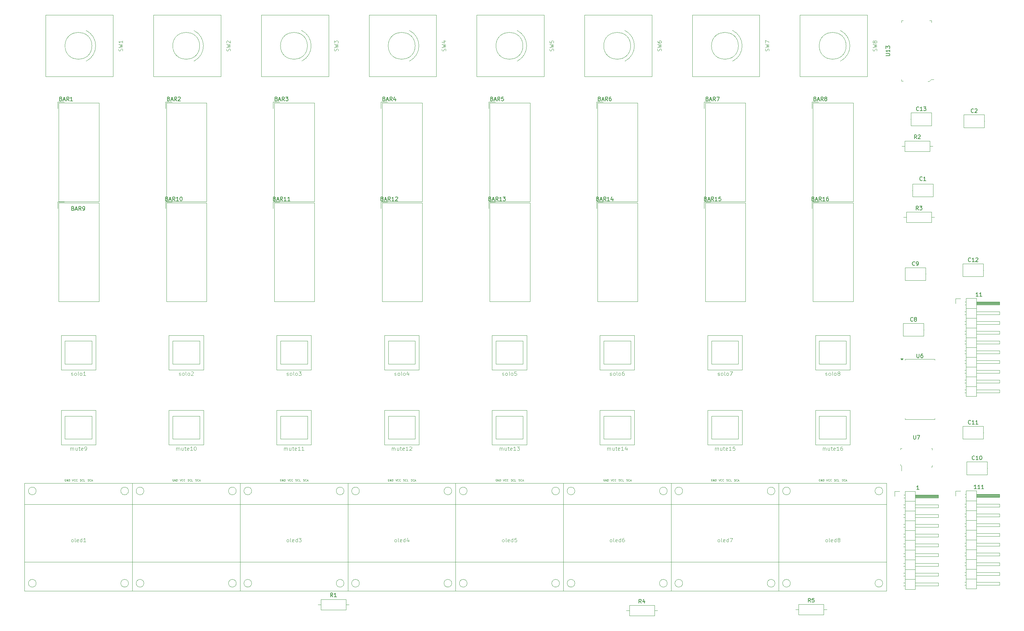
<source format=gbr>
%TF.GenerationSoftware,KiCad,Pcbnew,8.0.6*%
%TF.CreationDate,2024-12-09T18:37:17+11:00*%
%TF.ProjectId,mixer,6d697865-722e-46b6-9963-61645f706362,rev?*%
%TF.SameCoordinates,Original*%
%TF.FileFunction,Legend,Top*%
%TF.FilePolarity,Positive*%
%FSLAX46Y46*%
G04 Gerber Fmt 4.6, Leading zero omitted, Abs format (unit mm)*
G04 Created by KiCad (PCBNEW 8.0.6) date 2024-12-09 18:37:17*
%MOMM*%
%LPD*%
G01*
G04 APERTURE LIST*
%ADD10C,0.100000*%
%ADD11C,0.150000*%
%ADD12C,0.120000*%
G04 APERTURE END LIST*
D10*
X167142857Y-144829800D02*
X167238095Y-144877419D01*
X167238095Y-144877419D02*
X167428571Y-144877419D01*
X167428571Y-144877419D02*
X167523809Y-144829800D01*
X167523809Y-144829800D02*
X167571428Y-144734561D01*
X167571428Y-144734561D02*
X167571428Y-144686942D01*
X167571428Y-144686942D02*
X167523809Y-144591704D01*
X167523809Y-144591704D02*
X167428571Y-144544085D01*
X167428571Y-144544085D02*
X167285714Y-144544085D01*
X167285714Y-144544085D02*
X167190476Y-144496466D01*
X167190476Y-144496466D02*
X167142857Y-144401228D01*
X167142857Y-144401228D02*
X167142857Y-144353609D01*
X167142857Y-144353609D02*
X167190476Y-144258371D01*
X167190476Y-144258371D02*
X167285714Y-144210752D01*
X167285714Y-144210752D02*
X167428571Y-144210752D01*
X167428571Y-144210752D02*
X167523809Y-144258371D01*
X168142857Y-144877419D02*
X168047619Y-144829800D01*
X168047619Y-144829800D02*
X168000000Y-144782180D01*
X168000000Y-144782180D02*
X167952381Y-144686942D01*
X167952381Y-144686942D02*
X167952381Y-144401228D01*
X167952381Y-144401228D02*
X168000000Y-144305990D01*
X168000000Y-144305990D02*
X168047619Y-144258371D01*
X168047619Y-144258371D02*
X168142857Y-144210752D01*
X168142857Y-144210752D02*
X168285714Y-144210752D01*
X168285714Y-144210752D02*
X168380952Y-144258371D01*
X168380952Y-144258371D02*
X168428571Y-144305990D01*
X168428571Y-144305990D02*
X168476190Y-144401228D01*
X168476190Y-144401228D02*
X168476190Y-144686942D01*
X168476190Y-144686942D02*
X168428571Y-144782180D01*
X168428571Y-144782180D02*
X168380952Y-144829800D01*
X168380952Y-144829800D02*
X168285714Y-144877419D01*
X168285714Y-144877419D02*
X168142857Y-144877419D01*
X169047619Y-144877419D02*
X168952381Y-144829800D01*
X168952381Y-144829800D02*
X168904762Y-144734561D01*
X168904762Y-144734561D02*
X168904762Y-143877419D01*
X169571429Y-144877419D02*
X169476191Y-144829800D01*
X169476191Y-144829800D02*
X169428572Y-144782180D01*
X169428572Y-144782180D02*
X169380953Y-144686942D01*
X169380953Y-144686942D02*
X169380953Y-144401228D01*
X169380953Y-144401228D02*
X169428572Y-144305990D01*
X169428572Y-144305990D02*
X169476191Y-144258371D01*
X169476191Y-144258371D02*
X169571429Y-144210752D01*
X169571429Y-144210752D02*
X169714286Y-144210752D01*
X169714286Y-144210752D02*
X169809524Y-144258371D01*
X169809524Y-144258371D02*
X169857143Y-144305990D01*
X169857143Y-144305990D02*
X169904762Y-144401228D01*
X169904762Y-144401228D02*
X169904762Y-144686942D01*
X169904762Y-144686942D02*
X169857143Y-144782180D01*
X169857143Y-144782180D02*
X169809524Y-144829800D01*
X169809524Y-144829800D02*
X169714286Y-144877419D01*
X169714286Y-144877419D02*
X169571429Y-144877419D01*
X170761905Y-144210752D02*
X170761905Y-144877419D01*
X170523810Y-143829800D02*
X170285715Y-144544085D01*
X170285715Y-144544085D02*
X170904762Y-144544085D01*
X180409800Y-60503332D02*
X180457419Y-60360475D01*
X180457419Y-60360475D02*
X180457419Y-60122380D01*
X180457419Y-60122380D02*
X180409800Y-60027142D01*
X180409800Y-60027142D02*
X180362180Y-59979523D01*
X180362180Y-59979523D02*
X180266942Y-59931904D01*
X180266942Y-59931904D02*
X180171704Y-59931904D01*
X180171704Y-59931904D02*
X180076466Y-59979523D01*
X180076466Y-59979523D02*
X180028847Y-60027142D01*
X180028847Y-60027142D02*
X179981228Y-60122380D01*
X179981228Y-60122380D02*
X179933609Y-60312856D01*
X179933609Y-60312856D02*
X179885990Y-60408094D01*
X179885990Y-60408094D02*
X179838371Y-60455713D01*
X179838371Y-60455713D02*
X179743133Y-60503332D01*
X179743133Y-60503332D02*
X179647895Y-60503332D01*
X179647895Y-60503332D02*
X179552657Y-60455713D01*
X179552657Y-60455713D02*
X179505038Y-60408094D01*
X179505038Y-60408094D02*
X179457419Y-60312856D01*
X179457419Y-60312856D02*
X179457419Y-60074761D01*
X179457419Y-60074761D02*
X179505038Y-59931904D01*
X179457419Y-59598570D02*
X180457419Y-59360475D01*
X180457419Y-59360475D02*
X179743133Y-59169999D01*
X179743133Y-59169999D02*
X180457419Y-58979523D01*
X180457419Y-58979523D02*
X179457419Y-58741428D01*
X179790752Y-57931904D02*
X180457419Y-57931904D01*
X179409800Y-58169999D02*
X180124085Y-58408094D01*
X180124085Y-58408094D02*
X180124085Y-57789047D01*
X251142857Y-144829800D02*
X251238095Y-144877419D01*
X251238095Y-144877419D02*
X251428571Y-144877419D01*
X251428571Y-144877419D02*
X251523809Y-144829800D01*
X251523809Y-144829800D02*
X251571428Y-144734561D01*
X251571428Y-144734561D02*
X251571428Y-144686942D01*
X251571428Y-144686942D02*
X251523809Y-144591704D01*
X251523809Y-144591704D02*
X251428571Y-144544085D01*
X251428571Y-144544085D02*
X251285714Y-144544085D01*
X251285714Y-144544085D02*
X251190476Y-144496466D01*
X251190476Y-144496466D02*
X251142857Y-144401228D01*
X251142857Y-144401228D02*
X251142857Y-144353609D01*
X251142857Y-144353609D02*
X251190476Y-144258371D01*
X251190476Y-144258371D02*
X251285714Y-144210752D01*
X251285714Y-144210752D02*
X251428571Y-144210752D01*
X251428571Y-144210752D02*
X251523809Y-144258371D01*
X252142857Y-144877419D02*
X252047619Y-144829800D01*
X252047619Y-144829800D02*
X252000000Y-144782180D01*
X252000000Y-144782180D02*
X251952381Y-144686942D01*
X251952381Y-144686942D02*
X251952381Y-144401228D01*
X251952381Y-144401228D02*
X252000000Y-144305990D01*
X252000000Y-144305990D02*
X252047619Y-144258371D01*
X252047619Y-144258371D02*
X252142857Y-144210752D01*
X252142857Y-144210752D02*
X252285714Y-144210752D01*
X252285714Y-144210752D02*
X252380952Y-144258371D01*
X252380952Y-144258371D02*
X252428571Y-144305990D01*
X252428571Y-144305990D02*
X252476190Y-144401228D01*
X252476190Y-144401228D02*
X252476190Y-144686942D01*
X252476190Y-144686942D02*
X252428571Y-144782180D01*
X252428571Y-144782180D02*
X252380952Y-144829800D01*
X252380952Y-144829800D02*
X252285714Y-144877419D01*
X252285714Y-144877419D02*
X252142857Y-144877419D01*
X253047619Y-144877419D02*
X252952381Y-144829800D01*
X252952381Y-144829800D02*
X252904762Y-144734561D01*
X252904762Y-144734561D02*
X252904762Y-143877419D01*
X253571429Y-144877419D02*
X253476191Y-144829800D01*
X253476191Y-144829800D02*
X253428572Y-144782180D01*
X253428572Y-144782180D02*
X253380953Y-144686942D01*
X253380953Y-144686942D02*
X253380953Y-144401228D01*
X253380953Y-144401228D02*
X253428572Y-144305990D01*
X253428572Y-144305990D02*
X253476191Y-144258371D01*
X253476191Y-144258371D02*
X253571429Y-144210752D01*
X253571429Y-144210752D02*
X253714286Y-144210752D01*
X253714286Y-144210752D02*
X253809524Y-144258371D01*
X253809524Y-144258371D02*
X253857143Y-144305990D01*
X253857143Y-144305990D02*
X253904762Y-144401228D01*
X253904762Y-144401228D02*
X253904762Y-144686942D01*
X253904762Y-144686942D02*
X253857143Y-144782180D01*
X253857143Y-144782180D02*
X253809524Y-144829800D01*
X253809524Y-144829800D02*
X253714286Y-144877419D01*
X253714286Y-144877419D02*
X253571429Y-144877419D01*
X254238096Y-143877419D02*
X254904762Y-143877419D01*
X254904762Y-143877419D02*
X254476191Y-144877419D01*
X251309523Y-188177419D02*
X251214285Y-188129800D01*
X251214285Y-188129800D02*
X251166666Y-188082180D01*
X251166666Y-188082180D02*
X251119047Y-187986942D01*
X251119047Y-187986942D02*
X251119047Y-187701228D01*
X251119047Y-187701228D02*
X251166666Y-187605990D01*
X251166666Y-187605990D02*
X251214285Y-187558371D01*
X251214285Y-187558371D02*
X251309523Y-187510752D01*
X251309523Y-187510752D02*
X251452380Y-187510752D01*
X251452380Y-187510752D02*
X251547618Y-187558371D01*
X251547618Y-187558371D02*
X251595237Y-187605990D01*
X251595237Y-187605990D02*
X251642856Y-187701228D01*
X251642856Y-187701228D02*
X251642856Y-187986942D01*
X251642856Y-187986942D02*
X251595237Y-188082180D01*
X251595237Y-188082180D02*
X251547618Y-188129800D01*
X251547618Y-188129800D02*
X251452380Y-188177419D01*
X251452380Y-188177419D02*
X251309523Y-188177419D01*
X252214285Y-188177419D02*
X252119047Y-188129800D01*
X252119047Y-188129800D02*
X252071428Y-188034561D01*
X252071428Y-188034561D02*
X252071428Y-187177419D01*
X252976190Y-188129800D02*
X252880952Y-188177419D01*
X252880952Y-188177419D02*
X252690476Y-188177419D01*
X252690476Y-188177419D02*
X252595238Y-188129800D01*
X252595238Y-188129800D02*
X252547619Y-188034561D01*
X252547619Y-188034561D02*
X252547619Y-187653609D01*
X252547619Y-187653609D02*
X252595238Y-187558371D01*
X252595238Y-187558371D02*
X252690476Y-187510752D01*
X252690476Y-187510752D02*
X252880952Y-187510752D01*
X252880952Y-187510752D02*
X252976190Y-187558371D01*
X252976190Y-187558371D02*
X253023809Y-187653609D01*
X253023809Y-187653609D02*
X253023809Y-187748847D01*
X253023809Y-187748847D02*
X252547619Y-187844085D01*
X253880952Y-188177419D02*
X253880952Y-187177419D01*
X253880952Y-188129800D02*
X253785714Y-188177419D01*
X253785714Y-188177419D02*
X253595238Y-188177419D01*
X253595238Y-188177419D02*
X253500000Y-188129800D01*
X253500000Y-188129800D02*
X253452381Y-188082180D01*
X253452381Y-188082180D02*
X253404762Y-187986942D01*
X253404762Y-187986942D02*
X253404762Y-187701228D01*
X253404762Y-187701228D02*
X253452381Y-187605990D01*
X253452381Y-187605990D02*
X253500000Y-187558371D01*
X253500000Y-187558371D02*
X253595238Y-187510752D01*
X253595238Y-187510752D02*
X253785714Y-187510752D01*
X253785714Y-187510752D02*
X253880952Y-187558371D01*
X254261905Y-187177419D02*
X254928571Y-187177419D01*
X254928571Y-187177419D02*
X254500000Y-188177419D01*
X255411027Y-172329800D02*
X255482455Y-172353609D01*
X255482455Y-172353609D02*
X255601503Y-172353609D01*
X255601503Y-172353609D02*
X255649122Y-172329800D01*
X255649122Y-172329800D02*
X255672931Y-172305990D01*
X255672931Y-172305990D02*
X255696741Y-172258371D01*
X255696741Y-172258371D02*
X255696741Y-172210752D01*
X255696741Y-172210752D02*
X255672931Y-172163133D01*
X255672931Y-172163133D02*
X255649122Y-172139323D01*
X255649122Y-172139323D02*
X255601503Y-172115514D01*
X255601503Y-172115514D02*
X255506265Y-172091704D01*
X255506265Y-172091704D02*
X255458646Y-172067895D01*
X255458646Y-172067895D02*
X255434836Y-172044085D01*
X255434836Y-172044085D02*
X255411027Y-171996466D01*
X255411027Y-171996466D02*
X255411027Y-171948847D01*
X255411027Y-171948847D02*
X255434836Y-171901228D01*
X255434836Y-171901228D02*
X255458646Y-171877419D01*
X255458646Y-171877419D02*
X255506265Y-171853609D01*
X255506265Y-171853609D02*
X255625312Y-171853609D01*
X255625312Y-171853609D02*
X255696741Y-171877419D01*
X256196740Y-172305990D02*
X256172931Y-172329800D01*
X256172931Y-172329800D02*
X256101502Y-172353609D01*
X256101502Y-172353609D02*
X256053883Y-172353609D01*
X256053883Y-172353609D02*
X255982455Y-172329800D01*
X255982455Y-172329800D02*
X255934836Y-172282180D01*
X255934836Y-172282180D02*
X255911026Y-172234561D01*
X255911026Y-172234561D02*
X255887217Y-172139323D01*
X255887217Y-172139323D02*
X255887217Y-172067895D01*
X255887217Y-172067895D02*
X255911026Y-171972657D01*
X255911026Y-171972657D02*
X255934836Y-171925038D01*
X255934836Y-171925038D02*
X255982455Y-171877419D01*
X255982455Y-171877419D02*
X256053883Y-171853609D01*
X256053883Y-171853609D02*
X256101502Y-171853609D01*
X256101502Y-171853609D02*
X256172931Y-171877419D01*
X256172931Y-171877419D02*
X256196740Y-171901228D01*
X256387217Y-172210752D02*
X256625312Y-172210752D01*
X256339598Y-172353609D02*
X256506264Y-171853609D01*
X256506264Y-171853609D02*
X256672931Y-172353609D01*
X249696741Y-171877419D02*
X249649122Y-171853609D01*
X249649122Y-171853609D02*
X249577693Y-171853609D01*
X249577693Y-171853609D02*
X249506265Y-171877419D01*
X249506265Y-171877419D02*
X249458646Y-171925038D01*
X249458646Y-171925038D02*
X249434836Y-171972657D01*
X249434836Y-171972657D02*
X249411027Y-172067895D01*
X249411027Y-172067895D02*
X249411027Y-172139323D01*
X249411027Y-172139323D02*
X249434836Y-172234561D01*
X249434836Y-172234561D02*
X249458646Y-172282180D01*
X249458646Y-172282180D02*
X249506265Y-172329800D01*
X249506265Y-172329800D02*
X249577693Y-172353609D01*
X249577693Y-172353609D02*
X249625312Y-172353609D01*
X249625312Y-172353609D02*
X249696741Y-172329800D01*
X249696741Y-172329800D02*
X249720550Y-172305990D01*
X249720550Y-172305990D02*
X249720550Y-172139323D01*
X249720550Y-172139323D02*
X249625312Y-172139323D01*
X249934836Y-172353609D02*
X249934836Y-171853609D01*
X249934836Y-171853609D02*
X250220550Y-172353609D01*
X250220550Y-172353609D02*
X250220550Y-171853609D01*
X250458646Y-172353609D02*
X250458646Y-171853609D01*
X250458646Y-171853609D02*
X250577694Y-171853609D01*
X250577694Y-171853609D02*
X250649122Y-171877419D01*
X250649122Y-171877419D02*
X250696741Y-171925038D01*
X250696741Y-171925038D02*
X250720551Y-171972657D01*
X250720551Y-171972657D02*
X250744360Y-172067895D01*
X250744360Y-172067895D02*
X250744360Y-172139323D01*
X250744360Y-172139323D02*
X250720551Y-172234561D01*
X250720551Y-172234561D02*
X250696741Y-172282180D01*
X250696741Y-172282180D02*
X250649122Y-172329800D01*
X250649122Y-172329800D02*
X250577694Y-172353609D01*
X250577694Y-172353609D02*
X250458646Y-172353609D01*
X253411027Y-172329800D02*
X253482455Y-172353609D01*
X253482455Y-172353609D02*
X253601503Y-172353609D01*
X253601503Y-172353609D02*
X253649122Y-172329800D01*
X253649122Y-172329800D02*
X253672931Y-172305990D01*
X253672931Y-172305990D02*
X253696741Y-172258371D01*
X253696741Y-172258371D02*
X253696741Y-172210752D01*
X253696741Y-172210752D02*
X253672931Y-172163133D01*
X253672931Y-172163133D02*
X253649122Y-172139323D01*
X253649122Y-172139323D02*
X253601503Y-172115514D01*
X253601503Y-172115514D02*
X253506265Y-172091704D01*
X253506265Y-172091704D02*
X253458646Y-172067895D01*
X253458646Y-172067895D02*
X253434836Y-172044085D01*
X253434836Y-172044085D02*
X253411027Y-171996466D01*
X253411027Y-171996466D02*
X253411027Y-171948847D01*
X253411027Y-171948847D02*
X253434836Y-171901228D01*
X253434836Y-171901228D02*
X253458646Y-171877419D01*
X253458646Y-171877419D02*
X253506265Y-171853609D01*
X253506265Y-171853609D02*
X253625312Y-171853609D01*
X253625312Y-171853609D02*
X253696741Y-171877419D01*
X254196740Y-172305990D02*
X254172931Y-172329800D01*
X254172931Y-172329800D02*
X254101502Y-172353609D01*
X254101502Y-172353609D02*
X254053883Y-172353609D01*
X254053883Y-172353609D02*
X253982455Y-172329800D01*
X253982455Y-172329800D02*
X253934836Y-172282180D01*
X253934836Y-172282180D02*
X253911026Y-172234561D01*
X253911026Y-172234561D02*
X253887217Y-172139323D01*
X253887217Y-172139323D02*
X253887217Y-172067895D01*
X253887217Y-172067895D02*
X253911026Y-171972657D01*
X253911026Y-171972657D02*
X253934836Y-171925038D01*
X253934836Y-171925038D02*
X253982455Y-171877419D01*
X253982455Y-171877419D02*
X254053883Y-171853609D01*
X254053883Y-171853609D02*
X254101502Y-171853609D01*
X254101502Y-171853609D02*
X254172931Y-171877419D01*
X254172931Y-171877419D02*
X254196740Y-171901228D01*
X254649121Y-172353609D02*
X254411026Y-172353609D01*
X254411026Y-172353609D02*
X254411026Y-171853609D01*
X251363408Y-171853609D02*
X251530074Y-172353609D01*
X251530074Y-172353609D02*
X251696741Y-171853609D01*
X252149121Y-172305990D02*
X252125312Y-172329800D01*
X252125312Y-172329800D02*
X252053883Y-172353609D01*
X252053883Y-172353609D02*
X252006264Y-172353609D01*
X252006264Y-172353609D02*
X251934836Y-172329800D01*
X251934836Y-172329800D02*
X251887217Y-172282180D01*
X251887217Y-172282180D02*
X251863407Y-172234561D01*
X251863407Y-172234561D02*
X251839598Y-172139323D01*
X251839598Y-172139323D02*
X251839598Y-172067895D01*
X251839598Y-172067895D02*
X251863407Y-171972657D01*
X251863407Y-171972657D02*
X251887217Y-171925038D01*
X251887217Y-171925038D02*
X251934836Y-171877419D01*
X251934836Y-171877419D02*
X252006264Y-171853609D01*
X252006264Y-171853609D02*
X252053883Y-171853609D01*
X252053883Y-171853609D02*
X252125312Y-171877419D01*
X252125312Y-171877419D02*
X252149121Y-171901228D01*
X252649121Y-172305990D02*
X252625312Y-172329800D01*
X252625312Y-172329800D02*
X252553883Y-172353609D01*
X252553883Y-172353609D02*
X252506264Y-172353609D01*
X252506264Y-172353609D02*
X252434836Y-172329800D01*
X252434836Y-172329800D02*
X252387217Y-172282180D01*
X252387217Y-172282180D02*
X252363407Y-172234561D01*
X252363407Y-172234561D02*
X252339598Y-172139323D01*
X252339598Y-172139323D02*
X252339598Y-172067895D01*
X252339598Y-172067895D02*
X252363407Y-171972657D01*
X252363407Y-171972657D02*
X252387217Y-171925038D01*
X252387217Y-171925038D02*
X252434836Y-171877419D01*
X252434836Y-171877419D02*
X252506264Y-171853609D01*
X252506264Y-171853609D02*
X252553883Y-171853609D01*
X252553883Y-171853609D02*
X252625312Y-171877419D01*
X252625312Y-171877419D02*
X252649121Y-171901228D01*
X195142857Y-144829800D02*
X195238095Y-144877419D01*
X195238095Y-144877419D02*
X195428571Y-144877419D01*
X195428571Y-144877419D02*
X195523809Y-144829800D01*
X195523809Y-144829800D02*
X195571428Y-144734561D01*
X195571428Y-144734561D02*
X195571428Y-144686942D01*
X195571428Y-144686942D02*
X195523809Y-144591704D01*
X195523809Y-144591704D02*
X195428571Y-144544085D01*
X195428571Y-144544085D02*
X195285714Y-144544085D01*
X195285714Y-144544085D02*
X195190476Y-144496466D01*
X195190476Y-144496466D02*
X195142857Y-144401228D01*
X195142857Y-144401228D02*
X195142857Y-144353609D01*
X195142857Y-144353609D02*
X195190476Y-144258371D01*
X195190476Y-144258371D02*
X195285714Y-144210752D01*
X195285714Y-144210752D02*
X195428571Y-144210752D01*
X195428571Y-144210752D02*
X195523809Y-144258371D01*
X196142857Y-144877419D02*
X196047619Y-144829800D01*
X196047619Y-144829800D02*
X196000000Y-144782180D01*
X196000000Y-144782180D02*
X195952381Y-144686942D01*
X195952381Y-144686942D02*
X195952381Y-144401228D01*
X195952381Y-144401228D02*
X196000000Y-144305990D01*
X196000000Y-144305990D02*
X196047619Y-144258371D01*
X196047619Y-144258371D02*
X196142857Y-144210752D01*
X196142857Y-144210752D02*
X196285714Y-144210752D01*
X196285714Y-144210752D02*
X196380952Y-144258371D01*
X196380952Y-144258371D02*
X196428571Y-144305990D01*
X196428571Y-144305990D02*
X196476190Y-144401228D01*
X196476190Y-144401228D02*
X196476190Y-144686942D01*
X196476190Y-144686942D02*
X196428571Y-144782180D01*
X196428571Y-144782180D02*
X196380952Y-144829800D01*
X196380952Y-144829800D02*
X196285714Y-144877419D01*
X196285714Y-144877419D02*
X196142857Y-144877419D01*
X197047619Y-144877419D02*
X196952381Y-144829800D01*
X196952381Y-144829800D02*
X196904762Y-144734561D01*
X196904762Y-144734561D02*
X196904762Y-143877419D01*
X197571429Y-144877419D02*
X197476191Y-144829800D01*
X197476191Y-144829800D02*
X197428572Y-144782180D01*
X197428572Y-144782180D02*
X197380953Y-144686942D01*
X197380953Y-144686942D02*
X197380953Y-144401228D01*
X197380953Y-144401228D02*
X197428572Y-144305990D01*
X197428572Y-144305990D02*
X197476191Y-144258371D01*
X197476191Y-144258371D02*
X197571429Y-144210752D01*
X197571429Y-144210752D02*
X197714286Y-144210752D01*
X197714286Y-144210752D02*
X197809524Y-144258371D01*
X197809524Y-144258371D02*
X197857143Y-144305990D01*
X197857143Y-144305990D02*
X197904762Y-144401228D01*
X197904762Y-144401228D02*
X197904762Y-144686942D01*
X197904762Y-144686942D02*
X197857143Y-144782180D01*
X197857143Y-144782180D02*
X197809524Y-144829800D01*
X197809524Y-144829800D02*
X197714286Y-144877419D01*
X197714286Y-144877419D02*
X197571429Y-144877419D01*
X198809524Y-143877419D02*
X198333334Y-143877419D01*
X198333334Y-143877419D02*
X198285715Y-144353609D01*
X198285715Y-144353609D02*
X198333334Y-144305990D01*
X198333334Y-144305990D02*
X198428572Y-144258371D01*
X198428572Y-144258371D02*
X198666667Y-144258371D01*
X198666667Y-144258371D02*
X198761905Y-144305990D01*
X198761905Y-144305990D02*
X198809524Y-144353609D01*
X198809524Y-144353609D02*
X198857143Y-144448847D01*
X198857143Y-144448847D02*
X198857143Y-144686942D01*
X198857143Y-144686942D02*
X198809524Y-144782180D01*
X198809524Y-144782180D02*
X198761905Y-144829800D01*
X198761905Y-144829800D02*
X198666667Y-144877419D01*
X198666667Y-144877419D02*
X198428572Y-144877419D01*
X198428572Y-144877419D02*
X198333334Y-144829800D01*
X198333334Y-144829800D02*
X198285715Y-144782180D01*
X264409800Y-60503332D02*
X264457419Y-60360475D01*
X264457419Y-60360475D02*
X264457419Y-60122380D01*
X264457419Y-60122380D02*
X264409800Y-60027142D01*
X264409800Y-60027142D02*
X264362180Y-59979523D01*
X264362180Y-59979523D02*
X264266942Y-59931904D01*
X264266942Y-59931904D02*
X264171704Y-59931904D01*
X264171704Y-59931904D02*
X264076466Y-59979523D01*
X264076466Y-59979523D02*
X264028847Y-60027142D01*
X264028847Y-60027142D02*
X263981228Y-60122380D01*
X263981228Y-60122380D02*
X263933609Y-60312856D01*
X263933609Y-60312856D02*
X263885990Y-60408094D01*
X263885990Y-60408094D02*
X263838371Y-60455713D01*
X263838371Y-60455713D02*
X263743133Y-60503332D01*
X263743133Y-60503332D02*
X263647895Y-60503332D01*
X263647895Y-60503332D02*
X263552657Y-60455713D01*
X263552657Y-60455713D02*
X263505038Y-60408094D01*
X263505038Y-60408094D02*
X263457419Y-60312856D01*
X263457419Y-60312856D02*
X263457419Y-60074761D01*
X263457419Y-60074761D02*
X263505038Y-59931904D01*
X263457419Y-59598570D02*
X264457419Y-59360475D01*
X264457419Y-59360475D02*
X263743133Y-59169999D01*
X263743133Y-59169999D02*
X264457419Y-58979523D01*
X264457419Y-58979523D02*
X263457419Y-58741428D01*
X263457419Y-58455713D02*
X263457419Y-57789047D01*
X263457419Y-57789047D02*
X264457419Y-58217618D01*
D11*
X219957976Y-98941009D02*
X220100833Y-98988628D01*
X220100833Y-98988628D02*
X220148452Y-99036247D01*
X220148452Y-99036247D02*
X220196071Y-99131485D01*
X220196071Y-99131485D02*
X220196071Y-99274342D01*
X220196071Y-99274342D02*
X220148452Y-99369580D01*
X220148452Y-99369580D02*
X220100833Y-99417200D01*
X220100833Y-99417200D02*
X220005595Y-99464819D01*
X220005595Y-99464819D02*
X219624643Y-99464819D01*
X219624643Y-99464819D02*
X219624643Y-98464819D01*
X219624643Y-98464819D02*
X219957976Y-98464819D01*
X219957976Y-98464819D02*
X220053214Y-98512438D01*
X220053214Y-98512438D02*
X220100833Y-98560057D01*
X220100833Y-98560057D02*
X220148452Y-98655295D01*
X220148452Y-98655295D02*
X220148452Y-98750533D01*
X220148452Y-98750533D02*
X220100833Y-98845771D01*
X220100833Y-98845771D02*
X220053214Y-98893390D01*
X220053214Y-98893390D02*
X219957976Y-98941009D01*
X219957976Y-98941009D02*
X219624643Y-98941009D01*
X220577024Y-99179104D02*
X221053214Y-99179104D01*
X220481786Y-99464819D02*
X220815119Y-98464819D01*
X220815119Y-98464819D02*
X221148452Y-99464819D01*
X222053214Y-99464819D02*
X221719881Y-98988628D01*
X221481786Y-99464819D02*
X221481786Y-98464819D01*
X221481786Y-98464819D02*
X221862738Y-98464819D01*
X221862738Y-98464819D02*
X221957976Y-98512438D01*
X221957976Y-98512438D02*
X222005595Y-98560057D01*
X222005595Y-98560057D02*
X222053214Y-98655295D01*
X222053214Y-98655295D02*
X222053214Y-98798152D01*
X222053214Y-98798152D02*
X222005595Y-98893390D01*
X222005595Y-98893390D02*
X221957976Y-98941009D01*
X221957976Y-98941009D02*
X221862738Y-98988628D01*
X221862738Y-98988628D02*
X221481786Y-98988628D01*
X223005595Y-99464819D02*
X222434167Y-99464819D01*
X222719881Y-99464819D02*
X222719881Y-98464819D01*
X222719881Y-98464819D02*
X222624643Y-98607676D01*
X222624643Y-98607676D02*
X222529405Y-98702914D01*
X222529405Y-98702914D02*
X222434167Y-98750533D01*
X223862738Y-98798152D02*
X223862738Y-99464819D01*
X223624643Y-98417200D02*
X223386548Y-99131485D01*
X223386548Y-99131485D02*
X224005595Y-99131485D01*
X107957976Y-98941009D02*
X108100833Y-98988628D01*
X108100833Y-98988628D02*
X108148452Y-99036247D01*
X108148452Y-99036247D02*
X108196071Y-99131485D01*
X108196071Y-99131485D02*
X108196071Y-99274342D01*
X108196071Y-99274342D02*
X108148452Y-99369580D01*
X108148452Y-99369580D02*
X108100833Y-99417200D01*
X108100833Y-99417200D02*
X108005595Y-99464819D01*
X108005595Y-99464819D02*
X107624643Y-99464819D01*
X107624643Y-99464819D02*
X107624643Y-98464819D01*
X107624643Y-98464819D02*
X107957976Y-98464819D01*
X107957976Y-98464819D02*
X108053214Y-98512438D01*
X108053214Y-98512438D02*
X108100833Y-98560057D01*
X108100833Y-98560057D02*
X108148452Y-98655295D01*
X108148452Y-98655295D02*
X108148452Y-98750533D01*
X108148452Y-98750533D02*
X108100833Y-98845771D01*
X108100833Y-98845771D02*
X108053214Y-98893390D01*
X108053214Y-98893390D02*
X107957976Y-98941009D01*
X107957976Y-98941009D02*
X107624643Y-98941009D01*
X108577024Y-99179104D02*
X109053214Y-99179104D01*
X108481786Y-99464819D02*
X108815119Y-98464819D01*
X108815119Y-98464819D02*
X109148452Y-99464819D01*
X110053214Y-99464819D02*
X109719881Y-98988628D01*
X109481786Y-99464819D02*
X109481786Y-98464819D01*
X109481786Y-98464819D02*
X109862738Y-98464819D01*
X109862738Y-98464819D02*
X109957976Y-98512438D01*
X109957976Y-98512438D02*
X110005595Y-98560057D01*
X110005595Y-98560057D02*
X110053214Y-98655295D01*
X110053214Y-98655295D02*
X110053214Y-98798152D01*
X110053214Y-98798152D02*
X110005595Y-98893390D01*
X110005595Y-98893390D02*
X109957976Y-98941009D01*
X109957976Y-98941009D02*
X109862738Y-98988628D01*
X109862738Y-98988628D02*
X109481786Y-98988628D01*
X111005595Y-99464819D02*
X110434167Y-99464819D01*
X110719881Y-99464819D02*
X110719881Y-98464819D01*
X110719881Y-98464819D02*
X110624643Y-98607676D01*
X110624643Y-98607676D02*
X110529405Y-98702914D01*
X110529405Y-98702914D02*
X110434167Y-98750533D01*
X111624643Y-98464819D02*
X111719881Y-98464819D01*
X111719881Y-98464819D02*
X111815119Y-98512438D01*
X111815119Y-98512438D02*
X111862738Y-98560057D01*
X111862738Y-98560057D02*
X111910357Y-98655295D01*
X111910357Y-98655295D02*
X111957976Y-98845771D01*
X111957976Y-98845771D02*
X111957976Y-99083866D01*
X111957976Y-99083866D02*
X111910357Y-99274342D01*
X111910357Y-99274342D02*
X111862738Y-99369580D01*
X111862738Y-99369580D02*
X111815119Y-99417200D01*
X111815119Y-99417200D02*
X111719881Y-99464819D01*
X111719881Y-99464819D02*
X111624643Y-99464819D01*
X111624643Y-99464819D02*
X111529405Y-99417200D01*
X111529405Y-99417200D02*
X111481786Y-99369580D01*
X111481786Y-99369580D02*
X111434167Y-99274342D01*
X111434167Y-99274342D02*
X111386548Y-99083866D01*
X111386548Y-99083866D02*
X111386548Y-98845771D01*
X111386548Y-98845771D02*
X111434167Y-98655295D01*
X111434167Y-98655295D02*
X111481786Y-98560057D01*
X111481786Y-98560057D02*
X111529405Y-98512438D01*
X111529405Y-98512438D02*
X111624643Y-98464819D01*
D10*
X292409800Y-60503332D02*
X292457419Y-60360475D01*
X292457419Y-60360475D02*
X292457419Y-60122380D01*
X292457419Y-60122380D02*
X292409800Y-60027142D01*
X292409800Y-60027142D02*
X292362180Y-59979523D01*
X292362180Y-59979523D02*
X292266942Y-59931904D01*
X292266942Y-59931904D02*
X292171704Y-59931904D01*
X292171704Y-59931904D02*
X292076466Y-59979523D01*
X292076466Y-59979523D02*
X292028847Y-60027142D01*
X292028847Y-60027142D02*
X291981228Y-60122380D01*
X291981228Y-60122380D02*
X291933609Y-60312856D01*
X291933609Y-60312856D02*
X291885990Y-60408094D01*
X291885990Y-60408094D02*
X291838371Y-60455713D01*
X291838371Y-60455713D02*
X291743133Y-60503332D01*
X291743133Y-60503332D02*
X291647895Y-60503332D01*
X291647895Y-60503332D02*
X291552657Y-60455713D01*
X291552657Y-60455713D02*
X291505038Y-60408094D01*
X291505038Y-60408094D02*
X291457419Y-60312856D01*
X291457419Y-60312856D02*
X291457419Y-60074761D01*
X291457419Y-60074761D02*
X291505038Y-59931904D01*
X291457419Y-59598570D02*
X292457419Y-59360475D01*
X292457419Y-59360475D02*
X291743133Y-59169999D01*
X291743133Y-59169999D02*
X292457419Y-58979523D01*
X292457419Y-58979523D02*
X291457419Y-58741428D01*
X291885990Y-58217618D02*
X291838371Y-58312856D01*
X291838371Y-58312856D02*
X291790752Y-58360475D01*
X291790752Y-58360475D02*
X291695514Y-58408094D01*
X291695514Y-58408094D02*
X291647895Y-58408094D01*
X291647895Y-58408094D02*
X291552657Y-58360475D01*
X291552657Y-58360475D02*
X291505038Y-58312856D01*
X291505038Y-58312856D02*
X291457419Y-58217618D01*
X291457419Y-58217618D02*
X291457419Y-58027142D01*
X291457419Y-58027142D02*
X291505038Y-57931904D01*
X291505038Y-57931904D02*
X291552657Y-57884285D01*
X291552657Y-57884285D02*
X291647895Y-57836666D01*
X291647895Y-57836666D02*
X291695514Y-57836666D01*
X291695514Y-57836666D02*
X291790752Y-57884285D01*
X291790752Y-57884285D02*
X291838371Y-57931904D01*
X291838371Y-57931904D02*
X291885990Y-58027142D01*
X291885990Y-58027142D02*
X291885990Y-58217618D01*
X291885990Y-58217618D02*
X291933609Y-58312856D01*
X291933609Y-58312856D02*
X291981228Y-58360475D01*
X291981228Y-58360475D02*
X292076466Y-58408094D01*
X292076466Y-58408094D02*
X292266942Y-58408094D01*
X292266942Y-58408094D02*
X292362180Y-58360475D01*
X292362180Y-58360475D02*
X292409800Y-58312856D01*
X292409800Y-58312856D02*
X292457419Y-58217618D01*
X292457419Y-58217618D02*
X292457419Y-58027142D01*
X292457419Y-58027142D02*
X292409800Y-57931904D01*
X292409800Y-57931904D02*
X292362180Y-57884285D01*
X292362180Y-57884285D02*
X292266942Y-57836666D01*
X292266942Y-57836666D02*
X292076466Y-57836666D01*
X292076466Y-57836666D02*
X291981228Y-57884285D01*
X291981228Y-57884285D02*
X291933609Y-57931904D01*
X291933609Y-57931904D02*
X291885990Y-58027142D01*
X139309523Y-188177419D02*
X139214285Y-188129800D01*
X139214285Y-188129800D02*
X139166666Y-188082180D01*
X139166666Y-188082180D02*
X139119047Y-187986942D01*
X139119047Y-187986942D02*
X139119047Y-187701228D01*
X139119047Y-187701228D02*
X139166666Y-187605990D01*
X139166666Y-187605990D02*
X139214285Y-187558371D01*
X139214285Y-187558371D02*
X139309523Y-187510752D01*
X139309523Y-187510752D02*
X139452380Y-187510752D01*
X139452380Y-187510752D02*
X139547618Y-187558371D01*
X139547618Y-187558371D02*
X139595237Y-187605990D01*
X139595237Y-187605990D02*
X139642856Y-187701228D01*
X139642856Y-187701228D02*
X139642856Y-187986942D01*
X139642856Y-187986942D02*
X139595237Y-188082180D01*
X139595237Y-188082180D02*
X139547618Y-188129800D01*
X139547618Y-188129800D02*
X139452380Y-188177419D01*
X139452380Y-188177419D02*
X139309523Y-188177419D01*
X140214285Y-188177419D02*
X140119047Y-188129800D01*
X140119047Y-188129800D02*
X140071428Y-188034561D01*
X140071428Y-188034561D02*
X140071428Y-187177419D01*
X140976190Y-188129800D02*
X140880952Y-188177419D01*
X140880952Y-188177419D02*
X140690476Y-188177419D01*
X140690476Y-188177419D02*
X140595238Y-188129800D01*
X140595238Y-188129800D02*
X140547619Y-188034561D01*
X140547619Y-188034561D02*
X140547619Y-187653609D01*
X140547619Y-187653609D02*
X140595238Y-187558371D01*
X140595238Y-187558371D02*
X140690476Y-187510752D01*
X140690476Y-187510752D02*
X140880952Y-187510752D01*
X140880952Y-187510752D02*
X140976190Y-187558371D01*
X140976190Y-187558371D02*
X141023809Y-187653609D01*
X141023809Y-187653609D02*
X141023809Y-187748847D01*
X141023809Y-187748847D02*
X140547619Y-187844085D01*
X141880952Y-188177419D02*
X141880952Y-187177419D01*
X141880952Y-188129800D02*
X141785714Y-188177419D01*
X141785714Y-188177419D02*
X141595238Y-188177419D01*
X141595238Y-188177419D02*
X141500000Y-188129800D01*
X141500000Y-188129800D02*
X141452381Y-188082180D01*
X141452381Y-188082180D02*
X141404762Y-187986942D01*
X141404762Y-187986942D02*
X141404762Y-187701228D01*
X141404762Y-187701228D02*
X141452381Y-187605990D01*
X141452381Y-187605990D02*
X141500000Y-187558371D01*
X141500000Y-187558371D02*
X141595238Y-187510752D01*
X141595238Y-187510752D02*
X141785714Y-187510752D01*
X141785714Y-187510752D02*
X141880952Y-187558371D01*
X142261905Y-187177419D02*
X142880952Y-187177419D01*
X142880952Y-187177419D02*
X142547619Y-187558371D01*
X142547619Y-187558371D02*
X142690476Y-187558371D01*
X142690476Y-187558371D02*
X142785714Y-187605990D01*
X142785714Y-187605990D02*
X142833333Y-187653609D01*
X142833333Y-187653609D02*
X142880952Y-187748847D01*
X142880952Y-187748847D02*
X142880952Y-187986942D01*
X142880952Y-187986942D02*
X142833333Y-188082180D01*
X142833333Y-188082180D02*
X142785714Y-188129800D01*
X142785714Y-188129800D02*
X142690476Y-188177419D01*
X142690476Y-188177419D02*
X142404762Y-188177419D01*
X142404762Y-188177419D02*
X142309524Y-188129800D01*
X142309524Y-188129800D02*
X142261905Y-188082180D01*
X143411027Y-172329800D02*
X143482455Y-172353609D01*
X143482455Y-172353609D02*
X143601503Y-172353609D01*
X143601503Y-172353609D02*
X143649122Y-172329800D01*
X143649122Y-172329800D02*
X143672931Y-172305990D01*
X143672931Y-172305990D02*
X143696741Y-172258371D01*
X143696741Y-172258371D02*
X143696741Y-172210752D01*
X143696741Y-172210752D02*
X143672931Y-172163133D01*
X143672931Y-172163133D02*
X143649122Y-172139323D01*
X143649122Y-172139323D02*
X143601503Y-172115514D01*
X143601503Y-172115514D02*
X143506265Y-172091704D01*
X143506265Y-172091704D02*
X143458646Y-172067895D01*
X143458646Y-172067895D02*
X143434836Y-172044085D01*
X143434836Y-172044085D02*
X143411027Y-171996466D01*
X143411027Y-171996466D02*
X143411027Y-171948847D01*
X143411027Y-171948847D02*
X143434836Y-171901228D01*
X143434836Y-171901228D02*
X143458646Y-171877419D01*
X143458646Y-171877419D02*
X143506265Y-171853609D01*
X143506265Y-171853609D02*
X143625312Y-171853609D01*
X143625312Y-171853609D02*
X143696741Y-171877419D01*
X144196740Y-172305990D02*
X144172931Y-172329800D01*
X144172931Y-172329800D02*
X144101502Y-172353609D01*
X144101502Y-172353609D02*
X144053883Y-172353609D01*
X144053883Y-172353609D02*
X143982455Y-172329800D01*
X143982455Y-172329800D02*
X143934836Y-172282180D01*
X143934836Y-172282180D02*
X143911026Y-172234561D01*
X143911026Y-172234561D02*
X143887217Y-172139323D01*
X143887217Y-172139323D02*
X143887217Y-172067895D01*
X143887217Y-172067895D02*
X143911026Y-171972657D01*
X143911026Y-171972657D02*
X143934836Y-171925038D01*
X143934836Y-171925038D02*
X143982455Y-171877419D01*
X143982455Y-171877419D02*
X144053883Y-171853609D01*
X144053883Y-171853609D02*
X144101502Y-171853609D01*
X144101502Y-171853609D02*
X144172931Y-171877419D01*
X144172931Y-171877419D02*
X144196740Y-171901228D01*
X144387217Y-172210752D02*
X144625312Y-172210752D01*
X144339598Y-172353609D02*
X144506264Y-171853609D01*
X144506264Y-171853609D02*
X144672931Y-172353609D01*
X137696741Y-171877419D02*
X137649122Y-171853609D01*
X137649122Y-171853609D02*
X137577693Y-171853609D01*
X137577693Y-171853609D02*
X137506265Y-171877419D01*
X137506265Y-171877419D02*
X137458646Y-171925038D01*
X137458646Y-171925038D02*
X137434836Y-171972657D01*
X137434836Y-171972657D02*
X137411027Y-172067895D01*
X137411027Y-172067895D02*
X137411027Y-172139323D01*
X137411027Y-172139323D02*
X137434836Y-172234561D01*
X137434836Y-172234561D02*
X137458646Y-172282180D01*
X137458646Y-172282180D02*
X137506265Y-172329800D01*
X137506265Y-172329800D02*
X137577693Y-172353609D01*
X137577693Y-172353609D02*
X137625312Y-172353609D01*
X137625312Y-172353609D02*
X137696741Y-172329800D01*
X137696741Y-172329800D02*
X137720550Y-172305990D01*
X137720550Y-172305990D02*
X137720550Y-172139323D01*
X137720550Y-172139323D02*
X137625312Y-172139323D01*
X137934836Y-172353609D02*
X137934836Y-171853609D01*
X137934836Y-171853609D02*
X138220550Y-172353609D01*
X138220550Y-172353609D02*
X138220550Y-171853609D01*
X138458646Y-172353609D02*
X138458646Y-171853609D01*
X138458646Y-171853609D02*
X138577694Y-171853609D01*
X138577694Y-171853609D02*
X138649122Y-171877419D01*
X138649122Y-171877419D02*
X138696741Y-171925038D01*
X138696741Y-171925038D02*
X138720551Y-171972657D01*
X138720551Y-171972657D02*
X138744360Y-172067895D01*
X138744360Y-172067895D02*
X138744360Y-172139323D01*
X138744360Y-172139323D02*
X138720551Y-172234561D01*
X138720551Y-172234561D02*
X138696741Y-172282180D01*
X138696741Y-172282180D02*
X138649122Y-172329800D01*
X138649122Y-172329800D02*
X138577694Y-172353609D01*
X138577694Y-172353609D02*
X138458646Y-172353609D01*
X141411027Y-172329800D02*
X141482455Y-172353609D01*
X141482455Y-172353609D02*
X141601503Y-172353609D01*
X141601503Y-172353609D02*
X141649122Y-172329800D01*
X141649122Y-172329800D02*
X141672931Y-172305990D01*
X141672931Y-172305990D02*
X141696741Y-172258371D01*
X141696741Y-172258371D02*
X141696741Y-172210752D01*
X141696741Y-172210752D02*
X141672931Y-172163133D01*
X141672931Y-172163133D02*
X141649122Y-172139323D01*
X141649122Y-172139323D02*
X141601503Y-172115514D01*
X141601503Y-172115514D02*
X141506265Y-172091704D01*
X141506265Y-172091704D02*
X141458646Y-172067895D01*
X141458646Y-172067895D02*
X141434836Y-172044085D01*
X141434836Y-172044085D02*
X141411027Y-171996466D01*
X141411027Y-171996466D02*
X141411027Y-171948847D01*
X141411027Y-171948847D02*
X141434836Y-171901228D01*
X141434836Y-171901228D02*
X141458646Y-171877419D01*
X141458646Y-171877419D02*
X141506265Y-171853609D01*
X141506265Y-171853609D02*
X141625312Y-171853609D01*
X141625312Y-171853609D02*
X141696741Y-171877419D01*
X142196740Y-172305990D02*
X142172931Y-172329800D01*
X142172931Y-172329800D02*
X142101502Y-172353609D01*
X142101502Y-172353609D02*
X142053883Y-172353609D01*
X142053883Y-172353609D02*
X141982455Y-172329800D01*
X141982455Y-172329800D02*
X141934836Y-172282180D01*
X141934836Y-172282180D02*
X141911026Y-172234561D01*
X141911026Y-172234561D02*
X141887217Y-172139323D01*
X141887217Y-172139323D02*
X141887217Y-172067895D01*
X141887217Y-172067895D02*
X141911026Y-171972657D01*
X141911026Y-171972657D02*
X141934836Y-171925038D01*
X141934836Y-171925038D02*
X141982455Y-171877419D01*
X141982455Y-171877419D02*
X142053883Y-171853609D01*
X142053883Y-171853609D02*
X142101502Y-171853609D01*
X142101502Y-171853609D02*
X142172931Y-171877419D01*
X142172931Y-171877419D02*
X142196740Y-171901228D01*
X142649121Y-172353609D02*
X142411026Y-172353609D01*
X142411026Y-172353609D02*
X142411026Y-171853609D01*
X139363408Y-171853609D02*
X139530074Y-172353609D01*
X139530074Y-172353609D02*
X139696741Y-171853609D01*
X140149121Y-172305990D02*
X140125312Y-172329800D01*
X140125312Y-172329800D02*
X140053883Y-172353609D01*
X140053883Y-172353609D02*
X140006264Y-172353609D01*
X140006264Y-172353609D02*
X139934836Y-172329800D01*
X139934836Y-172329800D02*
X139887217Y-172282180D01*
X139887217Y-172282180D02*
X139863407Y-172234561D01*
X139863407Y-172234561D02*
X139839598Y-172139323D01*
X139839598Y-172139323D02*
X139839598Y-172067895D01*
X139839598Y-172067895D02*
X139863407Y-171972657D01*
X139863407Y-171972657D02*
X139887217Y-171925038D01*
X139887217Y-171925038D02*
X139934836Y-171877419D01*
X139934836Y-171877419D02*
X140006264Y-171853609D01*
X140006264Y-171853609D02*
X140053883Y-171853609D01*
X140053883Y-171853609D02*
X140125312Y-171877419D01*
X140125312Y-171877419D02*
X140149121Y-171901228D01*
X140649121Y-172305990D02*
X140625312Y-172329800D01*
X140625312Y-172329800D02*
X140553883Y-172353609D01*
X140553883Y-172353609D02*
X140506264Y-172353609D01*
X140506264Y-172353609D02*
X140434836Y-172329800D01*
X140434836Y-172329800D02*
X140387217Y-172282180D01*
X140387217Y-172282180D02*
X140363407Y-172234561D01*
X140363407Y-172234561D02*
X140339598Y-172139323D01*
X140339598Y-172139323D02*
X140339598Y-172067895D01*
X140339598Y-172067895D02*
X140363407Y-171972657D01*
X140363407Y-171972657D02*
X140387217Y-171925038D01*
X140387217Y-171925038D02*
X140434836Y-171877419D01*
X140434836Y-171877419D02*
X140506264Y-171853609D01*
X140506264Y-171853609D02*
X140553883Y-171853609D01*
X140553883Y-171853609D02*
X140625312Y-171877419D01*
X140625312Y-171877419D02*
X140649121Y-171901228D01*
X279309523Y-188177419D02*
X279214285Y-188129800D01*
X279214285Y-188129800D02*
X279166666Y-188082180D01*
X279166666Y-188082180D02*
X279119047Y-187986942D01*
X279119047Y-187986942D02*
X279119047Y-187701228D01*
X279119047Y-187701228D02*
X279166666Y-187605990D01*
X279166666Y-187605990D02*
X279214285Y-187558371D01*
X279214285Y-187558371D02*
X279309523Y-187510752D01*
X279309523Y-187510752D02*
X279452380Y-187510752D01*
X279452380Y-187510752D02*
X279547618Y-187558371D01*
X279547618Y-187558371D02*
X279595237Y-187605990D01*
X279595237Y-187605990D02*
X279642856Y-187701228D01*
X279642856Y-187701228D02*
X279642856Y-187986942D01*
X279642856Y-187986942D02*
X279595237Y-188082180D01*
X279595237Y-188082180D02*
X279547618Y-188129800D01*
X279547618Y-188129800D02*
X279452380Y-188177419D01*
X279452380Y-188177419D02*
X279309523Y-188177419D01*
X280214285Y-188177419D02*
X280119047Y-188129800D01*
X280119047Y-188129800D02*
X280071428Y-188034561D01*
X280071428Y-188034561D02*
X280071428Y-187177419D01*
X280976190Y-188129800D02*
X280880952Y-188177419D01*
X280880952Y-188177419D02*
X280690476Y-188177419D01*
X280690476Y-188177419D02*
X280595238Y-188129800D01*
X280595238Y-188129800D02*
X280547619Y-188034561D01*
X280547619Y-188034561D02*
X280547619Y-187653609D01*
X280547619Y-187653609D02*
X280595238Y-187558371D01*
X280595238Y-187558371D02*
X280690476Y-187510752D01*
X280690476Y-187510752D02*
X280880952Y-187510752D01*
X280880952Y-187510752D02*
X280976190Y-187558371D01*
X280976190Y-187558371D02*
X281023809Y-187653609D01*
X281023809Y-187653609D02*
X281023809Y-187748847D01*
X281023809Y-187748847D02*
X280547619Y-187844085D01*
X281880952Y-188177419D02*
X281880952Y-187177419D01*
X281880952Y-188129800D02*
X281785714Y-188177419D01*
X281785714Y-188177419D02*
X281595238Y-188177419D01*
X281595238Y-188177419D02*
X281500000Y-188129800D01*
X281500000Y-188129800D02*
X281452381Y-188082180D01*
X281452381Y-188082180D02*
X281404762Y-187986942D01*
X281404762Y-187986942D02*
X281404762Y-187701228D01*
X281404762Y-187701228D02*
X281452381Y-187605990D01*
X281452381Y-187605990D02*
X281500000Y-187558371D01*
X281500000Y-187558371D02*
X281595238Y-187510752D01*
X281595238Y-187510752D02*
X281785714Y-187510752D01*
X281785714Y-187510752D02*
X281880952Y-187558371D01*
X282500000Y-187605990D02*
X282404762Y-187558371D01*
X282404762Y-187558371D02*
X282357143Y-187510752D01*
X282357143Y-187510752D02*
X282309524Y-187415514D01*
X282309524Y-187415514D02*
X282309524Y-187367895D01*
X282309524Y-187367895D02*
X282357143Y-187272657D01*
X282357143Y-187272657D02*
X282404762Y-187225038D01*
X282404762Y-187225038D02*
X282500000Y-187177419D01*
X282500000Y-187177419D02*
X282690476Y-187177419D01*
X282690476Y-187177419D02*
X282785714Y-187225038D01*
X282785714Y-187225038D02*
X282833333Y-187272657D01*
X282833333Y-187272657D02*
X282880952Y-187367895D01*
X282880952Y-187367895D02*
X282880952Y-187415514D01*
X282880952Y-187415514D02*
X282833333Y-187510752D01*
X282833333Y-187510752D02*
X282785714Y-187558371D01*
X282785714Y-187558371D02*
X282690476Y-187605990D01*
X282690476Y-187605990D02*
X282500000Y-187605990D01*
X282500000Y-187605990D02*
X282404762Y-187653609D01*
X282404762Y-187653609D02*
X282357143Y-187701228D01*
X282357143Y-187701228D02*
X282309524Y-187796466D01*
X282309524Y-187796466D02*
X282309524Y-187986942D01*
X282309524Y-187986942D02*
X282357143Y-188082180D01*
X282357143Y-188082180D02*
X282404762Y-188129800D01*
X282404762Y-188129800D02*
X282500000Y-188177419D01*
X282500000Y-188177419D02*
X282690476Y-188177419D01*
X282690476Y-188177419D02*
X282785714Y-188129800D01*
X282785714Y-188129800D02*
X282833333Y-188082180D01*
X282833333Y-188082180D02*
X282880952Y-187986942D01*
X282880952Y-187986942D02*
X282880952Y-187796466D01*
X282880952Y-187796466D02*
X282833333Y-187701228D01*
X282833333Y-187701228D02*
X282785714Y-187653609D01*
X282785714Y-187653609D02*
X282690476Y-187605990D01*
X281411027Y-172329800D02*
X281482455Y-172353609D01*
X281482455Y-172353609D02*
X281601503Y-172353609D01*
X281601503Y-172353609D02*
X281649122Y-172329800D01*
X281649122Y-172329800D02*
X281672931Y-172305990D01*
X281672931Y-172305990D02*
X281696741Y-172258371D01*
X281696741Y-172258371D02*
X281696741Y-172210752D01*
X281696741Y-172210752D02*
X281672931Y-172163133D01*
X281672931Y-172163133D02*
X281649122Y-172139323D01*
X281649122Y-172139323D02*
X281601503Y-172115514D01*
X281601503Y-172115514D02*
X281506265Y-172091704D01*
X281506265Y-172091704D02*
X281458646Y-172067895D01*
X281458646Y-172067895D02*
X281434836Y-172044085D01*
X281434836Y-172044085D02*
X281411027Y-171996466D01*
X281411027Y-171996466D02*
X281411027Y-171948847D01*
X281411027Y-171948847D02*
X281434836Y-171901228D01*
X281434836Y-171901228D02*
X281458646Y-171877419D01*
X281458646Y-171877419D02*
X281506265Y-171853609D01*
X281506265Y-171853609D02*
X281625312Y-171853609D01*
X281625312Y-171853609D02*
X281696741Y-171877419D01*
X282196740Y-172305990D02*
X282172931Y-172329800D01*
X282172931Y-172329800D02*
X282101502Y-172353609D01*
X282101502Y-172353609D02*
X282053883Y-172353609D01*
X282053883Y-172353609D02*
X281982455Y-172329800D01*
X281982455Y-172329800D02*
X281934836Y-172282180D01*
X281934836Y-172282180D02*
X281911026Y-172234561D01*
X281911026Y-172234561D02*
X281887217Y-172139323D01*
X281887217Y-172139323D02*
X281887217Y-172067895D01*
X281887217Y-172067895D02*
X281911026Y-171972657D01*
X281911026Y-171972657D02*
X281934836Y-171925038D01*
X281934836Y-171925038D02*
X281982455Y-171877419D01*
X281982455Y-171877419D02*
X282053883Y-171853609D01*
X282053883Y-171853609D02*
X282101502Y-171853609D01*
X282101502Y-171853609D02*
X282172931Y-171877419D01*
X282172931Y-171877419D02*
X282196740Y-171901228D01*
X282649121Y-172353609D02*
X282411026Y-172353609D01*
X282411026Y-172353609D02*
X282411026Y-171853609D01*
X277696741Y-171877419D02*
X277649122Y-171853609D01*
X277649122Y-171853609D02*
X277577693Y-171853609D01*
X277577693Y-171853609D02*
X277506265Y-171877419D01*
X277506265Y-171877419D02*
X277458646Y-171925038D01*
X277458646Y-171925038D02*
X277434836Y-171972657D01*
X277434836Y-171972657D02*
X277411027Y-172067895D01*
X277411027Y-172067895D02*
X277411027Y-172139323D01*
X277411027Y-172139323D02*
X277434836Y-172234561D01*
X277434836Y-172234561D02*
X277458646Y-172282180D01*
X277458646Y-172282180D02*
X277506265Y-172329800D01*
X277506265Y-172329800D02*
X277577693Y-172353609D01*
X277577693Y-172353609D02*
X277625312Y-172353609D01*
X277625312Y-172353609D02*
X277696741Y-172329800D01*
X277696741Y-172329800D02*
X277720550Y-172305990D01*
X277720550Y-172305990D02*
X277720550Y-172139323D01*
X277720550Y-172139323D02*
X277625312Y-172139323D01*
X277934836Y-172353609D02*
X277934836Y-171853609D01*
X277934836Y-171853609D02*
X278220550Y-172353609D01*
X278220550Y-172353609D02*
X278220550Y-171853609D01*
X278458646Y-172353609D02*
X278458646Y-171853609D01*
X278458646Y-171853609D02*
X278577694Y-171853609D01*
X278577694Y-171853609D02*
X278649122Y-171877419D01*
X278649122Y-171877419D02*
X278696741Y-171925038D01*
X278696741Y-171925038D02*
X278720551Y-171972657D01*
X278720551Y-171972657D02*
X278744360Y-172067895D01*
X278744360Y-172067895D02*
X278744360Y-172139323D01*
X278744360Y-172139323D02*
X278720551Y-172234561D01*
X278720551Y-172234561D02*
X278696741Y-172282180D01*
X278696741Y-172282180D02*
X278649122Y-172329800D01*
X278649122Y-172329800D02*
X278577694Y-172353609D01*
X278577694Y-172353609D02*
X278458646Y-172353609D01*
X279363408Y-171853609D02*
X279530074Y-172353609D01*
X279530074Y-172353609D02*
X279696741Y-171853609D01*
X280149121Y-172305990D02*
X280125312Y-172329800D01*
X280125312Y-172329800D02*
X280053883Y-172353609D01*
X280053883Y-172353609D02*
X280006264Y-172353609D01*
X280006264Y-172353609D02*
X279934836Y-172329800D01*
X279934836Y-172329800D02*
X279887217Y-172282180D01*
X279887217Y-172282180D02*
X279863407Y-172234561D01*
X279863407Y-172234561D02*
X279839598Y-172139323D01*
X279839598Y-172139323D02*
X279839598Y-172067895D01*
X279839598Y-172067895D02*
X279863407Y-171972657D01*
X279863407Y-171972657D02*
X279887217Y-171925038D01*
X279887217Y-171925038D02*
X279934836Y-171877419D01*
X279934836Y-171877419D02*
X280006264Y-171853609D01*
X280006264Y-171853609D02*
X280053883Y-171853609D01*
X280053883Y-171853609D02*
X280125312Y-171877419D01*
X280125312Y-171877419D02*
X280149121Y-171901228D01*
X280649121Y-172305990D02*
X280625312Y-172329800D01*
X280625312Y-172329800D02*
X280553883Y-172353609D01*
X280553883Y-172353609D02*
X280506264Y-172353609D01*
X280506264Y-172353609D02*
X280434836Y-172329800D01*
X280434836Y-172329800D02*
X280387217Y-172282180D01*
X280387217Y-172282180D02*
X280363407Y-172234561D01*
X280363407Y-172234561D02*
X280339598Y-172139323D01*
X280339598Y-172139323D02*
X280339598Y-172067895D01*
X280339598Y-172067895D02*
X280363407Y-171972657D01*
X280363407Y-171972657D02*
X280387217Y-171925038D01*
X280387217Y-171925038D02*
X280434836Y-171877419D01*
X280434836Y-171877419D02*
X280506264Y-171853609D01*
X280506264Y-171853609D02*
X280553883Y-171853609D01*
X280553883Y-171853609D02*
X280625312Y-171877419D01*
X280625312Y-171877419D02*
X280649121Y-171901228D01*
X283411027Y-172329800D02*
X283482455Y-172353609D01*
X283482455Y-172353609D02*
X283601503Y-172353609D01*
X283601503Y-172353609D02*
X283649122Y-172329800D01*
X283649122Y-172329800D02*
X283672931Y-172305990D01*
X283672931Y-172305990D02*
X283696741Y-172258371D01*
X283696741Y-172258371D02*
X283696741Y-172210752D01*
X283696741Y-172210752D02*
X283672931Y-172163133D01*
X283672931Y-172163133D02*
X283649122Y-172139323D01*
X283649122Y-172139323D02*
X283601503Y-172115514D01*
X283601503Y-172115514D02*
X283506265Y-172091704D01*
X283506265Y-172091704D02*
X283458646Y-172067895D01*
X283458646Y-172067895D02*
X283434836Y-172044085D01*
X283434836Y-172044085D02*
X283411027Y-171996466D01*
X283411027Y-171996466D02*
X283411027Y-171948847D01*
X283411027Y-171948847D02*
X283434836Y-171901228D01*
X283434836Y-171901228D02*
X283458646Y-171877419D01*
X283458646Y-171877419D02*
X283506265Y-171853609D01*
X283506265Y-171853609D02*
X283625312Y-171853609D01*
X283625312Y-171853609D02*
X283696741Y-171877419D01*
X284196740Y-172305990D02*
X284172931Y-172329800D01*
X284172931Y-172329800D02*
X284101502Y-172353609D01*
X284101502Y-172353609D02*
X284053883Y-172353609D01*
X284053883Y-172353609D02*
X283982455Y-172329800D01*
X283982455Y-172329800D02*
X283934836Y-172282180D01*
X283934836Y-172282180D02*
X283911026Y-172234561D01*
X283911026Y-172234561D02*
X283887217Y-172139323D01*
X283887217Y-172139323D02*
X283887217Y-172067895D01*
X283887217Y-172067895D02*
X283911026Y-171972657D01*
X283911026Y-171972657D02*
X283934836Y-171925038D01*
X283934836Y-171925038D02*
X283982455Y-171877419D01*
X283982455Y-171877419D02*
X284053883Y-171853609D01*
X284053883Y-171853609D02*
X284101502Y-171853609D01*
X284101502Y-171853609D02*
X284172931Y-171877419D01*
X284172931Y-171877419D02*
X284196740Y-171901228D01*
X284387217Y-172210752D02*
X284625312Y-172210752D01*
X284339598Y-172353609D02*
X284506264Y-171853609D01*
X284506264Y-171853609D02*
X284672931Y-172353609D01*
X83309523Y-188177419D02*
X83214285Y-188129800D01*
X83214285Y-188129800D02*
X83166666Y-188082180D01*
X83166666Y-188082180D02*
X83119047Y-187986942D01*
X83119047Y-187986942D02*
X83119047Y-187701228D01*
X83119047Y-187701228D02*
X83166666Y-187605990D01*
X83166666Y-187605990D02*
X83214285Y-187558371D01*
X83214285Y-187558371D02*
X83309523Y-187510752D01*
X83309523Y-187510752D02*
X83452380Y-187510752D01*
X83452380Y-187510752D02*
X83547618Y-187558371D01*
X83547618Y-187558371D02*
X83595237Y-187605990D01*
X83595237Y-187605990D02*
X83642856Y-187701228D01*
X83642856Y-187701228D02*
X83642856Y-187986942D01*
X83642856Y-187986942D02*
X83595237Y-188082180D01*
X83595237Y-188082180D02*
X83547618Y-188129800D01*
X83547618Y-188129800D02*
X83452380Y-188177419D01*
X83452380Y-188177419D02*
X83309523Y-188177419D01*
X84214285Y-188177419D02*
X84119047Y-188129800D01*
X84119047Y-188129800D02*
X84071428Y-188034561D01*
X84071428Y-188034561D02*
X84071428Y-187177419D01*
X84976190Y-188129800D02*
X84880952Y-188177419D01*
X84880952Y-188177419D02*
X84690476Y-188177419D01*
X84690476Y-188177419D02*
X84595238Y-188129800D01*
X84595238Y-188129800D02*
X84547619Y-188034561D01*
X84547619Y-188034561D02*
X84547619Y-187653609D01*
X84547619Y-187653609D02*
X84595238Y-187558371D01*
X84595238Y-187558371D02*
X84690476Y-187510752D01*
X84690476Y-187510752D02*
X84880952Y-187510752D01*
X84880952Y-187510752D02*
X84976190Y-187558371D01*
X84976190Y-187558371D02*
X85023809Y-187653609D01*
X85023809Y-187653609D02*
X85023809Y-187748847D01*
X85023809Y-187748847D02*
X84547619Y-187844085D01*
X85880952Y-188177419D02*
X85880952Y-187177419D01*
X85880952Y-188129800D02*
X85785714Y-188177419D01*
X85785714Y-188177419D02*
X85595238Y-188177419D01*
X85595238Y-188177419D02*
X85500000Y-188129800D01*
X85500000Y-188129800D02*
X85452381Y-188082180D01*
X85452381Y-188082180D02*
X85404762Y-187986942D01*
X85404762Y-187986942D02*
X85404762Y-187701228D01*
X85404762Y-187701228D02*
X85452381Y-187605990D01*
X85452381Y-187605990D02*
X85500000Y-187558371D01*
X85500000Y-187558371D02*
X85595238Y-187510752D01*
X85595238Y-187510752D02*
X85785714Y-187510752D01*
X85785714Y-187510752D02*
X85880952Y-187558371D01*
X86880952Y-188177419D02*
X86309524Y-188177419D01*
X86595238Y-188177419D02*
X86595238Y-187177419D01*
X86595238Y-187177419D02*
X86500000Y-187320276D01*
X86500000Y-187320276D02*
X86404762Y-187415514D01*
X86404762Y-187415514D02*
X86309524Y-187463133D01*
X85411027Y-172329800D02*
X85482455Y-172353609D01*
X85482455Y-172353609D02*
X85601503Y-172353609D01*
X85601503Y-172353609D02*
X85649122Y-172329800D01*
X85649122Y-172329800D02*
X85672931Y-172305990D01*
X85672931Y-172305990D02*
X85696741Y-172258371D01*
X85696741Y-172258371D02*
X85696741Y-172210752D01*
X85696741Y-172210752D02*
X85672931Y-172163133D01*
X85672931Y-172163133D02*
X85649122Y-172139323D01*
X85649122Y-172139323D02*
X85601503Y-172115514D01*
X85601503Y-172115514D02*
X85506265Y-172091704D01*
X85506265Y-172091704D02*
X85458646Y-172067895D01*
X85458646Y-172067895D02*
X85434836Y-172044085D01*
X85434836Y-172044085D02*
X85411027Y-171996466D01*
X85411027Y-171996466D02*
X85411027Y-171948847D01*
X85411027Y-171948847D02*
X85434836Y-171901228D01*
X85434836Y-171901228D02*
X85458646Y-171877419D01*
X85458646Y-171877419D02*
X85506265Y-171853609D01*
X85506265Y-171853609D02*
X85625312Y-171853609D01*
X85625312Y-171853609D02*
X85696741Y-171877419D01*
X86196740Y-172305990D02*
X86172931Y-172329800D01*
X86172931Y-172329800D02*
X86101502Y-172353609D01*
X86101502Y-172353609D02*
X86053883Y-172353609D01*
X86053883Y-172353609D02*
X85982455Y-172329800D01*
X85982455Y-172329800D02*
X85934836Y-172282180D01*
X85934836Y-172282180D02*
X85911026Y-172234561D01*
X85911026Y-172234561D02*
X85887217Y-172139323D01*
X85887217Y-172139323D02*
X85887217Y-172067895D01*
X85887217Y-172067895D02*
X85911026Y-171972657D01*
X85911026Y-171972657D02*
X85934836Y-171925038D01*
X85934836Y-171925038D02*
X85982455Y-171877419D01*
X85982455Y-171877419D02*
X86053883Y-171853609D01*
X86053883Y-171853609D02*
X86101502Y-171853609D01*
X86101502Y-171853609D02*
X86172931Y-171877419D01*
X86172931Y-171877419D02*
X86196740Y-171901228D01*
X86649121Y-172353609D02*
X86411026Y-172353609D01*
X86411026Y-172353609D02*
X86411026Y-171853609D01*
X81696741Y-171877419D02*
X81649122Y-171853609D01*
X81649122Y-171853609D02*
X81577693Y-171853609D01*
X81577693Y-171853609D02*
X81506265Y-171877419D01*
X81506265Y-171877419D02*
X81458646Y-171925038D01*
X81458646Y-171925038D02*
X81434836Y-171972657D01*
X81434836Y-171972657D02*
X81411027Y-172067895D01*
X81411027Y-172067895D02*
X81411027Y-172139323D01*
X81411027Y-172139323D02*
X81434836Y-172234561D01*
X81434836Y-172234561D02*
X81458646Y-172282180D01*
X81458646Y-172282180D02*
X81506265Y-172329800D01*
X81506265Y-172329800D02*
X81577693Y-172353609D01*
X81577693Y-172353609D02*
X81625312Y-172353609D01*
X81625312Y-172353609D02*
X81696741Y-172329800D01*
X81696741Y-172329800D02*
X81720550Y-172305990D01*
X81720550Y-172305990D02*
X81720550Y-172139323D01*
X81720550Y-172139323D02*
X81625312Y-172139323D01*
X81934836Y-172353609D02*
X81934836Y-171853609D01*
X81934836Y-171853609D02*
X82220550Y-172353609D01*
X82220550Y-172353609D02*
X82220550Y-171853609D01*
X82458646Y-172353609D02*
X82458646Y-171853609D01*
X82458646Y-171853609D02*
X82577694Y-171853609D01*
X82577694Y-171853609D02*
X82649122Y-171877419D01*
X82649122Y-171877419D02*
X82696741Y-171925038D01*
X82696741Y-171925038D02*
X82720551Y-171972657D01*
X82720551Y-171972657D02*
X82744360Y-172067895D01*
X82744360Y-172067895D02*
X82744360Y-172139323D01*
X82744360Y-172139323D02*
X82720551Y-172234561D01*
X82720551Y-172234561D02*
X82696741Y-172282180D01*
X82696741Y-172282180D02*
X82649122Y-172329800D01*
X82649122Y-172329800D02*
X82577694Y-172353609D01*
X82577694Y-172353609D02*
X82458646Y-172353609D01*
X87411027Y-172329800D02*
X87482455Y-172353609D01*
X87482455Y-172353609D02*
X87601503Y-172353609D01*
X87601503Y-172353609D02*
X87649122Y-172329800D01*
X87649122Y-172329800D02*
X87672931Y-172305990D01*
X87672931Y-172305990D02*
X87696741Y-172258371D01*
X87696741Y-172258371D02*
X87696741Y-172210752D01*
X87696741Y-172210752D02*
X87672931Y-172163133D01*
X87672931Y-172163133D02*
X87649122Y-172139323D01*
X87649122Y-172139323D02*
X87601503Y-172115514D01*
X87601503Y-172115514D02*
X87506265Y-172091704D01*
X87506265Y-172091704D02*
X87458646Y-172067895D01*
X87458646Y-172067895D02*
X87434836Y-172044085D01*
X87434836Y-172044085D02*
X87411027Y-171996466D01*
X87411027Y-171996466D02*
X87411027Y-171948847D01*
X87411027Y-171948847D02*
X87434836Y-171901228D01*
X87434836Y-171901228D02*
X87458646Y-171877419D01*
X87458646Y-171877419D02*
X87506265Y-171853609D01*
X87506265Y-171853609D02*
X87625312Y-171853609D01*
X87625312Y-171853609D02*
X87696741Y-171877419D01*
X88196740Y-172305990D02*
X88172931Y-172329800D01*
X88172931Y-172329800D02*
X88101502Y-172353609D01*
X88101502Y-172353609D02*
X88053883Y-172353609D01*
X88053883Y-172353609D02*
X87982455Y-172329800D01*
X87982455Y-172329800D02*
X87934836Y-172282180D01*
X87934836Y-172282180D02*
X87911026Y-172234561D01*
X87911026Y-172234561D02*
X87887217Y-172139323D01*
X87887217Y-172139323D02*
X87887217Y-172067895D01*
X87887217Y-172067895D02*
X87911026Y-171972657D01*
X87911026Y-171972657D02*
X87934836Y-171925038D01*
X87934836Y-171925038D02*
X87982455Y-171877419D01*
X87982455Y-171877419D02*
X88053883Y-171853609D01*
X88053883Y-171853609D02*
X88101502Y-171853609D01*
X88101502Y-171853609D02*
X88172931Y-171877419D01*
X88172931Y-171877419D02*
X88196740Y-171901228D01*
X88387217Y-172210752D02*
X88625312Y-172210752D01*
X88339598Y-172353609D02*
X88506264Y-171853609D01*
X88506264Y-171853609D02*
X88672931Y-172353609D01*
X83363408Y-171853609D02*
X83530074Y-172353609D01*
X83530074Y-172353609D02*
X83696741Y-171853609D01*
X84149121Y-172305990D02*
X84125312Y-172329800D01*
X84125312Y-172329800D02*
X84053883Y-172353609D01*
X84053883Y-172353609D02*
X84006264Y-172353609D01*
X84006264Y-172353609D02*
X83934836Y-172329800D01*
X83934836Y-172329800D02*
X83887217Y-172282180D01*
X83887217Y-172282180D02*
X83863407Y-172234561D01*
X83863407Y-172234561D02*
X83839598Y-172139323D01*
X83839598Y-172139323D02*
X83839598Y-172067895D01*
X83839598Y-172067895D02*
X83863407Y-171972657D01*
X83863407Y-171972657D02*
X83887217Y-171925038D01*
X83887217Y-171925038D02*
X83934836Y-171877419D01*
X83934836Y-171877419D02*
X84006264Y-171853609D01*
X84006264Y-171853609D02*
X84053883Y-171853609D01*
X84053883Y-171853609D02*
X84125312Y-171877419D01*
X84125312Y-171877419D02*
X84149121Y-171901228D01*
X84649121Y-172305990D02*
X84625312Y-172329800D01*
X84625312Y-172329800D02*
X84553883Y-172353609D01*
X84553883Y-172353609D02*
X84506264Y-172353609D01*
X84506264Y-172353609D02*
X84434836Y-172329800D01*
X84434836Y-172329800D02*
X84387217Y-172282180D01*
X84387217Y-172282180D02*
X84363407Y-172234561D01*
X84363407Y-172234561D02*
X84339598Y-172139323D01*
X84339598Y-172139323D02*
X84339598Y-172067895D01*
X84339598Y-172067895D02*
X84363407Y-171972657D01*
X84363407Y-171972657D02*
X84387217Y-171925038D01*
X84387217Y-171925038D02*
X84434836Y-171877419D01*
X84434836Y-171877419D02*
X84506264Y-171853609D01*
X84506264Y-171853609D02*
X84553883Y-171853609D01*
X84553883Y-171853609D02*
X84625312Y-171877419D01*
X84625312Y-171877419D02*
X84649121Y-171901228D01*
X208409800Y-60503332D02*
X208457419Y-60360475D01*
X208457419Y-60360475D02*
X208457419Y-60122380D01*
X208457419Y-60122380D02*
X208409800Y-60027142D01*
X208409800Y-60027142D02*
X208362180Y-59979523D01*
X208362180Y-59979523D02*
X208266942Y-59931904D01*
X208266942Y-59931904D02*
X208171704Y-59931904D01*
X208171704Y-59931904D02*
X208076466Y-59979523D01*
X208076466Y-59979523D02*
X208028847Y-60027142D01*
X208028847Y-60027142D02*
X207981228Y-60122380D01*
X207981228Y-60122380D02*
X207933609Y-60312856D01*
X207933609Y-60312856D02*
X207885990Y-60408094D01*
X207885990Y-60408094D02*
X207838371Y-60455713D01*
X207838371Y-60455713D02*
X207743133Y-60503332D01*
X207743133Y-60503332D02*
X207647895Y-60503332D01*
X207647895Y-60503332D02*
X207552657Y-60455713D01*
X207552657Y-60455713D02*
X207505038Y-60408094D01*
X207505038Y-60408094D02*
X207457419Y-60312856D01*
X207457419Y-60312856D02*
X207457419Y-60074761D01*
X207457419Y-60074761D02*
X207505038Y-59931904D01*
X207457419Y-59598570D02*
X208457419Y-59360475D01*
X208457419Y-59360475D02*
X207743133Y-59169999D01*
X207743133Y-59169999D02*
X208457419Y-58979523D01*
X208457419Y-58979523D02*
X207457419Y-58741428D01*
X207457419Y-57884285D02*
X207457419Y-58360475D01*
X207457419Y-58360475D02*
X207933609Y-58408094D01*
X207933609Y-58408094D02*
X207885990Y-58360475D01*
X207885990Y-58360475D02*
X207838371Y-58265237D01*
X207838371Y-58265237D02*
X207838371Y-58027142D01*
X207838371Y-58027142D02*
X207885990Y-57931904D01*
X207885990Y-57931904D02*
X207933609Y-57884285D01*
X207933609Y-57884285D02*
X208028847Y-57836666D01*
X208028847Y-57836666D02*
X208266942Y-57836666D01*
X208266942Y-57836666D02*
X208362180Y-57884285D01*
X208362180Y-57884285D02*
X208409800Y-57931904D01*
X208409800Y-57931904D02*
X208457419Y-58027142D01*
X208457419Y-58027142D02*
X208457419Y-58265237D01*
X208457419Y-58265237D02*
X208409800Y-58360475D01*
X208409800Y-58360475D02*
X208362180Y-58408094D01*
X82928571Y-164377419D02*
X82928571Y-163710752D01*
X82928571Y-163805990D02*
X82976190Y-163758371D01*
X82976190Y-163758371D02*
X83071428Y-163710752D01*
X83071428Y-163710752D02*
X83214285Y-163710752D01*
X83214285Y-163710752D02*
X83309523Y-163758371D01*
X83309523Y-163758371D02*
X83357142Y-163853609D01*
X83357142Y-163853609D02*
X83357142Y-164377419D01*
X83357142Y-163853609D02*
X83404761Y-163758371D01*
X83404761Y-163758371D02*
X83499999Y-163710752D01*
X83499999Y-163710752D02*
X83642856Y-163710752D01*
X83642856Y-163710752D02*
X83738095Y-163758371D01*
X83738095Y-163758371D02*
X83785714Y-163853609D01*
X83785714Y-163853609D02*
X83785714Y-164377419D01*
X84690475Y-163710752D02*
X84690475Y-164377419D01*
X84261904Y-163710752D02*
X84261904Y-164234561D01*
X84261904Y-164234561D02*
X84309523Y-164329800D01*
X84309523Y-164329800D02*
X84404761Y-164377419D01*
X84404761Y-164377419D02*
X84547618Y-164377419D01*
X84547618Y-164377419D02*
X84642856Y-164329800D01*
X84642856Y-164329800D02*
X84690475Y-164282180D01*
X85023809Y-163710752D02*
X85404761Y-163710752D01*
X85166666Y-163377419D02*
X85166666Y-164234561D01*
X85166666Y-164234561D02*
X85214285Y-164329800D01*
X85214285Y-164329800D02*
X85309523Y-164377419D01*
X85309523Y-164377419D02*
X85404761Y-164377419D01*
X86119047Y-164329800D02*
X86023809Y-164377419D01*
X86023809Y-164377419D02*
X85833333Y-164377419D01*
X85833333Y-164377419D02*
X85738095Y-164329800D01*
X85738095Y-164329800D02*
X85690476Y-164234561D01*
X85690476Y-164234561D02*
X85690476Y-163853609D01*
X85690476Y-163853609D02*
X85738095Y-163758371D01*
X85738095Y-163758371D02*
X85833333Y-163710752D01*
X85833333Y-163710752D02*
X86023809Y-163710752D01*
X86023809Y-163710752D02*
X86119047Y-163758371D01*
X86119047Y-163758371D02*
X86166666Y-163853609D01*
X86166666Y-163853609D02*
X86166666Y-163948847D01*
X86166666Y-163948847D02*
X85690476Y-164044085D01*
X86642857Y-164377419D02*
X86833333Y-164377419D01*
X86833333Y-164377419D02*
X86928571Y-164329800D01*
X86928571Y-164329800D02*
X86976190Y-164282180D01*
X86976190Y-164282180D02*
X87071428Y-164139323D01*
X87071428Y-164139323D02*
X87119047Y-163948847D01*
X87119047Y-163948847D02*
X87119047Y-163567895D01*
X87119047Y-163567895D02*
X87071428Y-163472657D01*
X87071428Y-163472657D02*
X87023809Y-163425038D01*
X87023809Y-163425038D02*
X86928571Y-163377419D01*
X86928571Y-163377419D02*
X86738095Y-163377419D01*
X86738095Y-163377419D02*
X86642857Y-163425038D01*
X86642857Y-163425038D02*
X86595238Y-163472657D01*
X86595238Y-163472657D02*
X86547619Y-163567895D01*
X86547619Y-163567895D02*
X86547619Y-163805990D01*
X86547619Y-163805990D02*
X86595238Y-163901228D01*
X86595238Y-163901228D02*
X86642857Y-163948847D01*
X86642857Y-163948847D02*
X86738095Y-163996466D01*
X86738095Y-163996466D02*
X86928571Y-163996466D01*
X86928571Y-163996466D02*
X87023809Y-163948847D01*
X87023809Y-163948847D02*
X87071428Y-163901228D01*
X87071428Y-163901228D02*
X87119047Y-163805990D01*
X166452381Y-164377419D02*
X166452381Y-163710752D01*
X166452381Y-163805990D02*
X166500000Y-163758371D01*
X166500000Y-163758371D02*
X166595238Y-163710752D01*
X166595238Y-163710752D02*
X166738095Y-163710752D01*
X166738095Y-163710752D02*
X166833333Y-163758371D01*
X166833333Y-163758371D02*
X166880952Y-163853609D01*
X166880952Y-163853609D02*
X166880952Y-164377419D01*
X166880952Y-163853609D02*
X166928571Y-163758371D01*
X166928571Y-163758371D02*
X167023809Y-163710752D01*
X167023809Y-163710752D02*
X167166666Y-163710752D01*
X167166666Y-163710752D02*
X167261905Y-163758371D01*
X167261905Y-163758371D02*
X167309524Y-163853609D01*
X167309524Y-163853609D02*
X167309524Y-164377419D01*
X168214285Y-163710752D02*
X168214285Y-164377419D01*
X167785714Y-163710752D02*
X167785714Y-164234561D01*
X167785714Y-164234561D02*
X167833333Y-164329800D01*
X167833333Y-164329800D02*
X167928571Y-164377419D01*
X167928571Y-164377419D02*
X168071428Y-164377419D01*
X168071428Y-164377419D02*
X168166666Y-164329800D01*
X168166666Y-164329800D02*
X168214285Y-164282180D01*
X168547619Y-163710752D02*
X168928571Y-163710752D01*
X168690476Y-163377419D02*
X168690476Y-164234561D01*
X168690476Y-164234561D02*
X168738095Y-164329800D01*
X168738095Y-164329800D02*
X168833333Y-164377419D01*
X168833333Y-164377419D02*
X168928571Y-164377419D01*
X169642857Y-164329800D02*
X169547619Y-164377419D01*
X169547619Y-164377419D02*
X169357143Y-164377419D01*
X169357143Y-164377419D02*
X169261905Y-164329800D01*
X169261905Y-164329800D02*
X169214286Y-164234561D01*
X169214286Y-164234561D02*
X169214286Y-163853609D01*
X169214286Y-163853609D02*
X169261905Y-163758371D01*
X169261905Y-163758371D02*
X169357143Y-163710752D01*
X169357143Y-163710752D02*
X169547619Y-163710752D01*
X169547619Y-163710752D02*
X169642857Y-163758371D01*
X169642857Y-163758371D02*
X169690476Y-163853609D01*
X169690476Y-163853609D02*
X169690476Y-163948847D01*
X169690476Y-163948847D02*
X169214286Y-164044085D01*
X170642857Y-164377419D02*
X170071429Y-164377419D01*
X170357143Y-164377419D02*
X170357143Y-163377419D01*
X170357143Y-163377419D02*
X170261905Y-163520276D01*
X170261905Y-163520276D02*
X170166667Y-163615514D01*
X170166667Y-163615514D02*
X170071429Y-163663133D01*
X171023810Y-163472657D02*
X171071429Y-163425038D01*
X171071429Y-163425038D02*
X171166667Y-163377419D01*
X171166667Y-163377419D02*
X171404762Y-163377419D01*
X171404762Y-163377419D02*
X171500000Y-163425038D01*
X171500000Y-163425038D02*
X171547619Y-163472657D01*
X171547619Y-163472657D02*
X171595238Y-163567895D01*
X171595238Y-163567895D02*
X171595238Y-163663133D01*
X171595238Y-163663133D02*
X171547619Y-163805990D01*
X171547619Y-163805990D02*
X170976191Y-164377419D01*
X170976191Y-164377419D02*
X171595238Y-164377419D01*
D11*
X275957976Y-98941009D02*
X276100833Y-98988628D01*
X276100833Y-98988628D02*
X276148452Y-99036247D01*
X276148452Y-99036247D02*
X276196071Y-99131485D01*
X276196071Y-99131485D02*
X276196071Y-99274342D01*
X276196071Y-99274342D02*
X276148452Y-99369580D01*
X276148452Y-99369580D02*
X276100833Y-99417200D01*
X276100833Y-99417200D02*
X276005595Y-99464819D01*
X276005595Y-99464819D02*
X275624643Y-99464819D01*
X275624643Y-99464819D02*
X275624643Y-98464819D01*
X275624643Y-98464819D02*
X275957976Y-98464819D01*
X275957976Y-98464819D02*
X276053214Y-98512438D01*
X276053214Y-98512438D02*
X276100833Y-98560057D01*
X276100833Y-98560057D02*
X276148452Y-98655295D01*
X276148452Y-98655295D02*
X276148452Y-98750533D01*
X276148452Y-98750533D02*
X276100833Y-98845771D01*
X276100833Y-98845771D02*
X276053214Y-98893390D01*
X276053214Y-98893390D02*
X275957976Y-98941009D01*
X275957976Y-98941009D02*
X275624643Y-98941009D01*
X276577024Y-99179104D02*
X277053214Y-99179104D01*
X276481786Y-99464819D02*
X276815119Y-98464819D01*
X276815119Y-98464819D02*
X277148452Y-99464819D01*
X278053214Y-99464819D02*
X277719881Y-98988628D01*
X277481786Y-99464819D02*
X277481786Y-98464819D01*
X277481786Y-98464819D02*
X277862738Y-98464819D01*
X277862738Y-98464819D02*
X277957976Y-98512438D01*
X277957976Y-98512438D02*
X278005595Y-98560057D01*
X278005595Y-98560057D02*
X278053214Y-98655295D01*
X278053214Y-98655295D02*
X278053214Y-98798152D01*
X278053214Y-98798152D02*
X278005595Y-98893390D01*
X278005595Y-98893390D02*
X277957976Y-98941009D01*
X277957976Y-98941009D02*
X277862738Y-98988628D01*
X277862738Y-98988628D02*
X277481786Y-98988628D01*
X279005595Y-99464819D02*
X278434167Y-99464819D01*
X278719881Y-99464819D02*
X278719881Y-98464819D01*
X278719881Y-98464819D02*
X278624643Y-98607676D01*
X278624643Y-98607676D02*
X278529405Y-98702914D01*
X278529405Y-98702914D02*
X278434167Y-98750533D01*
X279862738Y-98464819D02*
X279672262Y-98464819D01*
X279672262Y-98464819D02*
X279577024Y-98512438D01*
X279577024Y-98512438D02*
X279529405Y-98560057D01*
X279529405Y-98560057D02*
X279434167Y-98702914D01*
X279434167Y-98702914D02*
X279386548Y-98893390D01*
X279386548Y-98893390D02*
X279386548Y-99274342D01*
X279386548Y-99274342D02*
X279434167Y-99369580D01*
X279434167Y-99369580D02*
X279481786Y-99417200D01*
X279481786Y-99417200D02*
X279577024Y-99464819D01*
X279577024Y-99464819D02*
X279767500Y-99464819D01*
X279767500Y-99464819D02*
X279862738Y-99417200D01*
X279862738Y-99417200D02*
X279910357Y-99369580D01*
X279910357Y-99369580D02*
X279957976Y-99274342D01*
X279957976Y-99274342D02*
X279957976Y-99036247D01*
X279957976Y-99036247D02*
X279910357Y-98941009D01*
X279910357Y-98941009D02*
X279862738Y-98893390D01*
X279862738Y-98893390D02*
X279767500Y-98845771D01*
X279767500Y-98845771D02*
X279577024Y-98845771D01*
X279577024Y-98845771D02*
X279481786Y-98893390D01*
X279481786Y-98893390D02*
X279434167Y-98941009D01*
X279434167Y-98941009D02*
X279386548Y-99036247D01*
X304253333Y-94109580D02*
X304205714Y-94157200D01*
X304205714Y-94157200D02*
X304062857Y-94204819D01*
X304062857Y-94204819D02*
X303967619Y-94204819D01*
X303967619Y-94204819D02*
X303824762Y-94157200D01*
X303824762Y-94157200D02*
X303729524Y-94061961D01*
X303729524Y-94061961D02*
X303681905Y-93966723D01*
X303681905Y-93966723D02*
X303634286Y-93776247D01*
X303634286Y-93776247D02*
X303634286Y-93633390D01*
X303634286Y-93633390D02*
X303681905Y-93442914D01*
X303681905Y-93442914D02*
X303729524Y-93347676D01*
X303729524Y-93347676D02*
X303824762Y-93252438D01*
X303824762Y-93252438D02*
X303967619Y-93204819D01*
X303967619Y-93204819D02*
X304062857Y-93204819D01*
X304062857Y-93204819D02*
X304205714Y-93252438D01*
X304205714Y-93252438D02*
X304253333Y-93300057D01*
X305205714Y-94204819D02*
X304634286Y-94204819D01*
X304920000Y-94204819D02*
X304920000Y-93204819D01*
X304920000Y-93204819D02*
X304824762Y-93347676D01*
X304824762Y-93347676D02*
X304729524Y-93442914D01*
X304729524Y-93442914D02*
X304634286Y-93490533D01*
X317583333Y-76439580D02*
X317535714Y-76487200D01*
X317535714Y-76487200D02*
X317392857Y-76534819D01*
X317392857Y-76534819D02*
X317297619Y-76534819D01*
X317297619Y-76534819D02*
X317154762Y-76487200D01*
X317154762Y-76487200D02*
X317059524Y-76391961D01*
X317059524Y-76391961D02*
X317011905Y-76296723D01*
X317011905Y-76296723D02*
X316964286Y-76106247D01*
X316964286Y-76106247D02*
X316964286Y-75963390D01*
X316964286Y-75963390D02*
X317011905Y-75772914D01*
X317011905Y-75772914D02*
X317059524Y-75677676D01*
X317059524Y-75677676D02*
X317154762Y-75582438D01*
X317154762Y-75582438D02*
X317297619Y-75534819D01*
X317297619Y-75534819D02*
X317392857Y-75534819D01*
X317392857Y-75534819D02*
X317535714Y-75582438D01*
X317535714Y-75582438D02*
X317583333Y-75630057D01*
X317964286Y-75630057D02*
X318011905Y-75582438D01*
X318011905Y-75582438D02*
X318107143Y-75534819D01*
X318107143Y-75534819D02*
X318345238Y-75534819D01*
X318345238Y-75534819D02*
X318440476Y-75582438D01*
X318440476Y-75582438D02*
X318488095Y-75630057D01*
X318488095Y-75630057D02*
X318535714Y-75725295D01*
X318535714Y-75725295D02*
X318535714Y-75820533D01*
X318535714Y-75820533D02*
X318488095Y-75963390D01*
X318488095Y-75963390D02*
X317916667Y-76534819D01*
X317916667Y-76534819D02*
X318535714Y-76534819D01*
D10*
X279142857Y-144829800D02*
X279238095Y-144877419D01*
X279238095Y-144877419D02*
X279428571Y-144877419D01*
X279428571Y-144877419D02*
X279523809Y-144829800D01*
X279523809Y-144829800D02*
X279571428Y-144734561D01*
X279571428Y-144734561D02*
X279571428Y-144686942D01*
X279571428Y-144686942D02*
X279523809Y-144591704D01*
X279523809Y-144591704D02*
X279428571Y-144544085D01*
X279428571Y-144544085D02*
X279285714Y-144544085D01*
X279285714Y-144544085D02*
X279190476Y-144496466D01*
X279190476Y-144496466D02*
X279142857Y-144401228D01*
X279142857Y-144401228D02*
X279142857Y-144353609D01*
X279142857Y-144353609D02*
X279190476Y-144258371D01*
X279190476Y-144258371D02*
X279285714Y-144210752D01*
X279285714Y-144210752D02*
X279428571Y-144210752D01*
X279428571Y-144210752D02*
X279523809Y-144258371D01*
X280142857Y-144877419D02*
X280047619Y-144829800D01*
X280047619Y-144829800D02*
X280000000Y-144782180D01*
X280000000Y-144782180D02*
X279952381Y-144686942D01*
X279952381Y-144686942D02*
X279952381Y-144401228D01*
X279952381Y-144401228D02*
X280000000Y-144305990D01*
X280000000Y-144305990D02*
X280047619Y-144258371D01*
X280047619Y-144258371D02*
X280142857Y-144210752D01*
X280142857Y-144210752D02*
X280285714Y-144210752D01*
X280285714Y-144210752D02*
X280380952Y-144258371D01*
X280380952Y-144258371D02*
X280428571Y-144305990D01*
X280428571Y-144305990D02*
X280476190Y-144401228D01*
X280476190Y-144401228D02*
X280476190Y-144686942D01*
X280476190Y-144686942D02*
X280428571Y-144782180D01*
X280428571Y-144782180D02*
X280380952Y-144829800D01*
X280380952Y-144829800D02*
X280285714Y-144877419D01*
X280285714Y-144877419D02*
X280142857Y-144877419D01*
X281047619Y-144877419D02*
X280952381Y-144829800D01*
X280952381Y-144829800D02*
X280904762Y-144734561D01*
X280904762Y-144734561D02*
X280904762Y-143877419D01*
X281571429Y-144877419D02*
X281476191Y-144829800D01*
X281476191Y-144829800D02*
X281428572Y-144782180D01*
X281428572Y-144782180D02*
X281380953Y-144686942D01*
X281380953Y-144686942D02*
X281380953Y-144401228D01*
X281380953Y-144401228D02*
X281428572Y-144305990D01*
X281428572Y-144305990D02*
X281476191Y-144258371D01*
X281476191Y-144258371D02*
X281571429Y-144210752D01*
X281571429Y-144210752D02*
X281714286Y-144210752D01*
X281714286Y-144210752D02*
X281809524Y-144258371D01*
X281809524Y-144258371D02*
X281857143Y-144305990D01*
X281857143Y-144305990D02*
X281904762Y-144401228D01*
X281904762Y-144401228D02*
X281904762Y-144686942D01*
X281904762Y-144686942D02*
X281857143Y-144782180D01*
X281857143Y-144782180D02*
X281809524Y-144829800D01*
X281809524Y-144829800D02*
X281714286Y-144877419D01*
X281714286Y-144877419D02*
X281571429Y-144877419D01*
X282476191Y-144305990D02*
X282380953Y-144258371D01*
X282380953Y-144258371D02*
X282333334Y-144210752D01*
X282333334Y-144210752D02*
X282285715Y-144115514D01*
X282285715Y-144115514D02*
X282285715Y-144067895D01*
X282285715Y-144067895D02*
X282333334Y-143972657D01*
X282333334Y-143972657D02*
X282380953Y-143925038D01*
X282380953Y-143925038D02*
X282476191Y-143877419D01*
X282476191Y-143877419D02*
X282666667Y-143877419D01*
X282666667Y-143877419D02*
X282761905Y-143925038D01*
X282761905Y-143925038D02*
X282809524Y-143972657D01*
X282809524Y-143972657D02*
X282857143Y-144067895D01*
X282857143Y-144067895D02*
X282857143Y-144115514D01*
X282857143Y-144115514D02*
X282809524Y-144210752D01*
X282809524Y-144210752D02*
X282761905Y-144258371D01*
X282761905Y-144258371D02*
X282666667Y-144305990D01*
X282666667Y-144305990D02*
X282476191Y-144305990D01*
X282476191Y-144305990D02*
X282380953Y-144353609D01*
X282380953Y-144353609D02*
X282333334Y-144401228D01*
X282333334Y-144401228D02*
X282285715Y-144496466D01*
X282285715Y-144496466D02*
X282285715Y-144686942D01*
X282285715Y-144686942D02*
X282333334Y-144782180D01*
X282333334Y-144782180D02*
X282380953Y-144829800D01*
X282380953Y-144829800D02*
X282476191Y-144877419D01*
X282476191Y-144877419D02*
X282666667Y-144877419D01*
X282666667Y-144877419D02*
X282761905Y-144829800D01*
X282761905Y-144829800D02*
X282809524Y-144782180D01*
X282809524Y-144782180D02*
X282857143Y-144686942D01*
X282857143Y-144686942D02*
X282857143Y-144496466D01*
X282857143Y-144496466D02*
X282809524Y-144401228D01*
X282809524Y-144401228D02*
X282761905Y-144353609D01*
X282761905Y-144353609D02*
X282666667Y-144305990D01*
X223309523Y-188177419D02*
X223214285Y-188129800D01*
X223214285Y-188129800D02*
X223166666Y-188082180D01*
X223166666Y-188082180D02*
X223119047Y-187986942D01*
X223119047Y-187986942D02*
X223119047Y-187701228D01*
X223119047Y-187701228D02*
X223166666Y-187605990D01*
X223166666Y-187605990D02*
X223214285Y-187558371D01*
X223214285Y-187558371D02*
X223309523Y-187510752D01*
X223309523Y-187510752D02*
X223452380Y-187510752D01*
X223452380Y-187510752D02*
X223547618Y-187558371D01*
X223547618Y-187558371D02*
X223595237Y-187605990D01*
X223595237Y-187605990D02*
X223642856Y-187701228D01*
X223642856Y-187701228D02*
X223642856Y-187986942D01*
X223642856Y-187986942D02*
X223595237Y-188082180D01*
X223595237Y-188082180D02*
X223547618Y-188129800D01*
X223547618Y-188129800D02*
X223452380Y-188177419D01*
X223452380Y-188177419D02*
X223309523Y-188177419D01*
X224214285Y-188177419D02*
X224119047Y-188129800D01*
X224119047Y-188129800D02*
X224071428Y-188034561D01*
X224071428Y-188034561D02*
X224071428Y-187177419D01*
X224976190Y-188129800D02*
X224880952Y-188177419D01*
X224880952Y-188177419D02*
X224690476Y-188177419D01*
X224690476Y-188177419D02*
X224595238Y-188129800D01*
X224595238Y-188129800D02*
X224547619Y-188034561D01*
X224547619Y-188034561D02*
X224547619Y-187653609D01*
X224547619Y-187653609D02*
X224595238Y-187558371D01*
X224595238Y-187558371D02*
X224690476Y-187510752D01*
X224690476Y-187510752D02*
X224880952Y-187510752D01*
X224880952Y-187510752D02*
X224976190Y-187558371D01*
X224976190Y-187558371D02*
X225023809Y-187653609D01*
X225023809Y-187653609D02*
X225023809Y-187748847D01*
X225023809Y-187748847D02*
X224547619Y-187844085D01*
X225880952Y-188177419D02*
X225880952Y-187177419D01*
X225880952Y-188129800D02*
X225785714Y-188177419D01*
X225785714Y-188177419D02*
X225595238Y-188177419D01*
X225595238Y-188177419D02*
X225500000Y-188129800D01*
X225500000Y-188129800D02*
X225452381Y-188082180D01*
X225452381Y-188082180D02*
X225404762Y-187986942D01*
X225404762Y-187986942D02*
X225404762Y-187701228D01*
X225404762Y-187701228D02*
X225452381Y-187605990D01*
X225452381Y-187605990D02*
X225500000Y-187558371D01*
X225500000Y-187558371D02*
X225595238Y-187510752D01*
X225595238Y-187510752D02*
X225785714Y-187510752D01*
X225785714Y-187510752D02*
X225880952Y-187558371D01*
X226785714Y-187177419D02*
X226595238Y-187177419D01*
X226595238Y-187177419D02*
X226500000Y-187225038D01*
X226500000Y-187225038D02*
X226452381Y-187272657D01*
X226452381Y-187272657D02*
X226357143Y-187415514D01*
X226357143Y-187415514D02*
X226309524Y-187605990D01*
X226309524Y-187605990D02*
X226309524Y-187986942D01*
X226309524Y-187986942D02*
X226357143Y-188082180D01*
X226357143Y-188082180D02*
X226404762Y-188129800D01*
X226404762Y-188129800D02*
X226500000Y-188177419D01*
X226500000Y-188177419D02*
X226690476Y-188177419D01*
X226690476Y-188177419D02*
X226785714Y-188129800D01*
X226785714Y-188129800D02*
X226833333Y-188082180D01*
X226833333Y-188082180D02*
X226880952Y-187986942D01*
X226880952Y-187986942D02*
X226880952Y-187748847D01*
X226880952Y-187748847D02*
X226833333Y-187653609D01*
X226833333Y-187653609D02*
X226785714Y-187605990D01*
X226785714Y-187605990D02*
X226690476Y-187558371D01*
X226690476Y-187558371D02*
X226500000Y-187558371D01*
X226500000Y-187558371D02*
X226404762Y-187605990D01*
X226404762Y-187605990D02*
X226357143Y-187653609D01*
X226357143Y-187653609D02*
X226309524Y-187748847D01*
X223363408Y-171853609D02*
X223530074Y-172353609D01*
X223530074Y-172353609D02*
X223696741Y-171853609D01*
X224149121Y-172305990D02*
X224125312Y-172329800D01*
X224125312Y-172329800D02*
X224053883Y-172353609D01*
X224053883Y-172353609D02*
X224006264Y-172353609D01*
X224006264Y-172353609D02*
X223934836Y-172329800D01*
X223934836Y-172329800D02*
X223887217Y-172282180D01*
X223887217Y-172282180D02*
X223863407Y-172234561D01*
X223863407Y-172234561D02*
X223839598Y-172139323D01*
X223839598Y-172139323D02*
X223839598Y-172067895D01*
X223839598Y-172067895D02*
X223863407Y-171972657D01*
X223863407Y-171972657D02*
X223887217Y-171925038D01*
X223887217Y-171925038D02*
X223934836Y-171877419D01*
X223934836Y-171877419D02*
X224006264Y-171853609D01*
X224006264Y-171853609D02*
X224053883Y-171853609D01*
X224053883Y-171853609D02*
X224125312Y-171877419D01*
X224125312Y-171877419D02*
X224149121Y-171901228D01*
X224649121Y-172305990D02*
X224625312Y-172329800D01*
X224625312Y-172329800D02*
X224553883Y-172353609D01*
X224553883Y-172353609D02*
X224506264Y-172353609D01*
X224506264Y-172353609D02*
X224434836Y-172329800D01*
X224434836Y-172329800D02*
X224387217Y-172282180D01*
X224387217Y-172282180D02*
X224363407Y-172234561D01*
X224363407Y-172234561D02*
X224339598Y-172139323D01*
X224339598Y-172139323D02*
X224339598Y-172067895D01*
X224339598Y-172067895D02*
X224363407Y-171972657D01*
X224363407Y-171972657D02*
X224387217Y-171925038D01*
X224387217Y-171925038D02*
X224434836Y-171877419D01*
X224434836Y-171877419D02*
X224506264Y-171853609D01*
X224506264Y-171853609D02*
X224553883Y-171853609D01*
X224553883Y-171853609D02*
X224625312Y-171877419D01*
X224625312Y-171877419D02*
X224649121Y-171901228D01*
X225411027Y-172329800D02*
X225482455Y-172353609D01*
X225482455Y-172353609D02*
X225601503Y-172353609D01*
X225601503Y-172353609D02*
X225649122Y-172329800D01*
X225649122Y-172329800D02*
X225672931Y-172305990D01*
X225672931Y-172305990D02*
X225696741Y-172258371D01*
X225696741Y-172258371D02*
X225696741Y-172210752D01*
X225696741Y-172210752D02*
X225672931Y-172163133D01*
X225672931Y-172163133D02*
X225649122Y-172139323D01*
X225649122Y-172139323D02*
X225601503Y-172115514D01*
X225601503Y-172115514D02*
X225506265Y-172091704D01*
X225506265Y-172091704D02*
X225458646Y-172067895D01*
X225458646Y-172067895D02*
X225434836Y-172044085D01*
X225434836Y-172044085D02*
X225411027Y-171996466D01*
X225411027Y-171996466D02*
X225411027Y-171948847D01*
X225411027Y-171948847D02*
X225434836Y-171901228D01*
X225434836Y-171901228D02*
X225458646Y-171877419D01*
X225458646Y-171877419D02*
X225506265Y-171853609D01*
X225506265Y-171853609D02*
X225625312Y-171853609D01*
X225625312Y-171853609D02*
X225696741Y-171877419D01*
X226196740Y-172305990D02*
X226172931Y-172329800D01*
X226172931Y-172329800D02*
X226101502Y-172353609D01*
X226101502Y-172353609D02*
X226053883Y-172353609D01*
X226053883Y-172353609D02*
X225982455Y-172329800D01*
X225982455Y-172329800D02*
X225934836Y-172282180D01*
X225934836Y-172282180D02*
X225911026Y-172234561D01*
X225911026Y-172234561D02*
X225887217Y-172139323D01*
X225887217Y-172139323D02*
X225887217Y-172067895D01*
X225887217Y-172067895D02*
X225911026Y-171972657D01*
X225911026Y-171972657D02*
X225934836Y-171925038D01*
X225934836Y-171925038D02*
X225982455Y-171877419D01*
X225982455Y-171877419D02*
X226053883Y-171853609D01*
X226053883Y-171853609D02*
X226101502Y-171853609D01*
X226101502Y-171853609D02*
X226172931Y-171877419D01*
X226172931Y-171877419D02*
X226196740Y-171901228D01*
X226649121Y-172353609D02*
X226411026Y-172353609D01*
X226411026Y-172353609D02*
X226411026Y-171853609D01*
X221696741Y-171877419D02*
X221649122Y-171853609D01*
X221649122Y-171853609D02*
X221577693Y-171853609D01*
X221577693Y-171853609D02*
X221506265Y-171877419D01*
X221506265Y-171877419D02*
X221458646Y-171925038D01*
X221458646Y-171925038D02*
X221434836Y-171972657D01*
X221434836Y-171972657D02*
X221411027Y-172067895D01*
X221411027Y-172067895D02*
X221411027Y-172139323D01*
X221411027Y-172139323D02*
X221434836Y-172234561D01*
X221434836Y-172234561D02*
X221458646Y-172282180D01*
X221458646Y-172282180D02*
X221506265Y-172329800D01*
X221506265Y-172329800D02*
X221577693Y-172353609D01*
X221577693Y-172353609D02*
X221625312Y-172353609D01*
X221625312Y-172353609D02*
X221696741Y-172329800D01*
X221696741Y-172329800D02*
X221720550Y-172305990D01*
X221720550Y-172305990D02*
X221720550Y-172139323D01*
X221720550Y-172139323D02*
X221625312Y-172139323D01*
X221934836Y-172353609D02*
X221934836Y-171853609D01*
X221934836Y-171853609D02*
X222220550Y-172353609D01*
X222220550Y-172353609D02*
X222220550Y-171853609D01*
X222458646Y-172353609D02*
X222458646Y-171853609D01*
X222458646Y-171853609D02*
X222577694Y-171853609D01*
X222577694Y-171853609D02*
X222649122Y-171877419D01*
X222649122Y-171877419D02*
X222696741Y-171925038D01*
X222696741Y-171925038D02*
X222720551Y-171972657D01*
X222720551Y-171972657D02*
X222744360Y-172067895D01*
X222744360Y-172067895D02*
X222744360Y-172139323D01*
X222744360Y-172139323D02*
X222720551Y-172234561D01*
X222720551Y-172234561D02*
X222696741Y-172282180D01*
X222696741Y-172282180D02*
X222649122Y-172329800D01*
X222649122Y-172329800D02*
X222577694Y-172353609D01*
X222577694Y-172353609D02*
X222458646Y-172353609D01*
X227411027Y-172329800D02*
X227482455Y-172353609D01*
X227482455Y-172353609D02*
X227601503Y-172353609D01*
X227601503Y-172353609D02*
X227649122Y-172329800D01*
X227649122Y-172329800D02*
X227672931Y-172305990D01*
X227672931Y-172305990D02*
X227696741Y-172258371D01*
X227696741Y-172258371D02*
X227696741Y-172210752D01*
X227696741Y-172210752D02*
X227672931Y-172163133D01*
X227672931Y-172163133D02*
X227649122Y-172139323D01*
X227649122Y-172139323D02*
X227601503Y-172115514D01*
X227601503Y-172115514D02*
X227506265Y-172091704D01*
X227506265Y-172091704D02*
X227458646Y-172067895D01*
X227458646Y-172067895D02*
X227434836Y-172044085D01*
X227434836Y-172044085D02*
X227411027Y-171996466D01*
X227411027Y-171996466D02*
X227411027Y-171948847D01*
X227411027Y-171948847D02*
X227434836Y-171901228D01*
X227434836Y-171901228D02*
X227458646Y-171877419D01*
X227458646Y-171877419D02*
X227506265Y-171853609D01*
X227506265Y-171853609D02*
X227625312Y-171853609D01*
X227625312Y-171853609D02*
X227696741Y-171877419D01*
X228196740Y-172305990D02*
X228172931Y-172329800D01*
X228172931Y-172329800D02*
X228101502Y-172353609D01*
X228101502Y-172353609D02*
X228053883Y-172353609D01*
X228053883Y-172353609D02*
X227982455Y-172329800D01*
X227982455Y-172329800D02*
X227934836Y-172282180D01*
X227934836Y-172282180D02*
X227911026Y-172234561D01*
X227911026Y-172234561D02*
X227887217Y-172139323D01*
X227887217Y-172139323D02*
X227887217Y-172067895D01*
X227887217Y-172067895D02*
X227911026Y-171972657D01*
X227911026Y-171972657D02*
X227934836Y-171925038D01*
X227934836Y-171925038D02*
X227982455Y-171877419D01*
X227982455Y-171877419D02*
X228053883Y-171853609D01*
X228053883Y-171853609D02*
X228101502Y-171853609D01*
X228101502Y-171853609D02*
X228172931Y-171877419D01*
X228172931Y-171877419D02*
X228196740Y-171901228D01*
X228387217Y-172210752D02*
X228625312Y-172210752D01*
X228339598Y-172353609D02*
X228506264Y-171853609D01*
X228506264Y-171853609D02*
X228672931Y-172353609D01*
D11*
X83584166Y-101431009D02*
X83727023Y-101478628D01*
X83727023Y-101478628D02*
X83774642Y-101526247D01*
X83774642Y-101526247D02*
X83822261Y-101621485D01*
X83822261Y-101621485D02*
X83822261Y-101764342D01*
X83822261Y-101764342D02*
X83774642Y-101859580D01*
X83774642Y-101859580D02*
X83727023Y-101907200D01*
X83727023Y-101907200D02*
X83631785Y-101954819D01*
X83631785Y-101954819D02*
X83250833Y-101954819D01*
X83250833Y-101954819D02*
X83250833Y-100954819D01*
X83250833Y-100954819D02*
X83584166Y-100954819D01*
X83584166Y-100954819D02*
X83679404Y-101002438D01*
X83679404Y-101002438D02*
X83727023Y-101050057D01*
X83727023Y-101050057D02*
X83774642Y-101145295D01*
X83774642Y-101145295D02*
X83774642Y-101240533D01*
X83774642Y-101240533D02*
X83727023Y-101335771D01*
X83727023Y-101335771D02*
X83679404Y-101383390D01*
X83679404Y-101383390D02*
X83584166Y-101431009D01*
X83584166Y-101431009D02*
X83250833Y-101431009D01*
X84203214Y-101669104D02*
X84679404Y-101669104D01*
X84107976Y-101954819D02*
X84441309Y-100954819D01*
X84441309Y-100954819D02*
X84774642Y-101954819D01*
X85679404Y-101954819D02*
X85346071Y-101478628D01*
X85107976Y-101954819D02*
X85107976Y-100954819D01*
X85107976Y-100954819D02*
X85488928Y-100954819D01*
X85488928Y-100954819D02*
X85584166Y-101002438D01*
X85584166Y-101002438D02*
X85631785Y-101050057D01*
X85631785Y-101050057D02*
X85679404Y-101145295D01*
X85679404Y-101145295D02*
X85679404Y-101288152D01*
X85679404Y-101288152D02*
X85631785Y-101383390D01*
X85631785Y-101383390D02*
X85584166Y-101431009D01*
X85584166Y-101431009D02*
X85488928Y-101478628D01*
X85488928Y-101478628D02*
X85107976Y-101478628D01*
X86155595Y-101954819D02*
X86346071Y-101954819D01*
X86346071Y-101954819D02*
X86441309Y-101907200D01*
X86441309Y-101907200D02*
X86488928Y-101859580D01*
X86488928Y-101859580D02*
X86584166Y-101716723D01*
X86584166Y-101716723D02*
X86631785Y-101526247D01*
X86631785Y-101526247D02*
X86631785Y-101145295D01*
X86631785Y-101145295D02*
X86584166Y-101050057D01*
X86584166Y-101050057D02*
X86536547Y-101002438D01*
X86536547Y-101002438D02*
X86441309Y-100954819D01*
X86441309Y-100954819D02*
X86250833Y-100954819D01*
X86250833Y-100954819D02*
X86155595Y-101002438D01*
X86155595Y-101002438D02*
X86107976Y-101050057D01*
X86107976Y-101050057D02*
X86060357Y-101145295D01*
X86060357Y-101145295D02*
X86060357Y-101383390D01*
X86060357Y-101383390D02*
X86107976Y-101478628D01*
X86107976Y-101478628D02*
X86155595Y-101526247D01*
X86155595Y-101526247D02*
X86250833Y-101573866D01*
X86250833Y-101573866D02*
X86441309Y-101573866D01*
X86441309Y-101573866D02*
X86536547Y-101526247D01*
X86536547Y-101526247D02*
X86584166Y-101478628D01*
X86584166Y-101478628D02*
X86631785Y-101383390D01*
X247957976Y-98941009D02*
X248100833Y-98988628D01*
X248100833Y-98988628D02*
X248148452Y-99036247D01*
X248148452Y-99036247D02*
X248196071Y-99131485D01*
X248196071Y-99131485D02*
X248196071Y-99274342D01*
X248196071Y-99274342D02*
X248148452Y-99369580D01*
X248148452Y-99369580D02*
X248100833Y-99417200D01*
X248100833Y-99417200D02*
X248005595Y-99464819D01*
X248005595Y-99464819D02*
X247624643Y-99464819D01*
X247624643Y-99464819D02*
X247624643Y-98464819D01*
X247624643Y-98464819D02*
X247957976Y-98464819D01*
X247957976Y-98464819D02*
X248053214Y-98512438D01*
X248053214Y-98512438D02*
X248100833Y-98560057D01*
X248100833Y-98560057D02*
X248148452Y-98655295D01*
X248148452Y-98655295D02*
X248148452Y-98750533D01*
X248148452Y-98750533D02*
X248100833Y-98845771D01*
X248100833Y-98845771D02*
X248053214Y-98893390D01*
X248053214Y-98893390D02*
X247957976Y-98941009D01*
X247957976Y-98941009D02*
X247624643Y-98941009D01*
X248577024Y-99179104D02*
X249053214Y-99179104D01*
X248481786Y-99464819D02*
X248815119Y-98464819D01*
X248815119Y-98464819D02*
X249148452Y-99464819D01*
X250053214Y-99464819D02*
X249719881Y-98988628D01*
X249481786Y-99464819D02*
X249481786Y-98464819D01*
X249481786Y-98464819D02*
X249862738Y-98464819D01*
X249862738Y-98464819D02*
X249957976Y-98512438D01*
X249957976Y-98512438D02*
X250005595Y-98560057D01*
X250005595Y-98560057D02*
X250053214Y-98655295D01*
X250053214Y-98655295D02*
X250053214Y-98798152D01*
X250053214Y-98798152D02*
X250005595Y-98893390D01*
X250005595Y-98893390D02*
X249957976Y-98941009D01*
X249957976Y-98941009D02*
X249862738Y-98988628D01*
X249862738Y-98988628D02*
X249481786Y-98988628D01*
X251005595Y-99464819D02*
X250434167Y-99464819D01*
X250719881Y-99464819D02*
X250719881Y-98464819D01*
X250719881Y-98464819D02*
X250624643Y-98607676D01*
X250624643Y-98607676D02*
X250529405Y-98702914D01*
X250529405Y-98702914D02*
X250434167Y-98750533D01*
X251910357Y-98464819D02*
X251434167Y-98464819D01*
X251434167Y-98464819D02*
X251386548Y-98941009D01*
X251386548Y-98941009D02*
X251434167Y-98893390D01*
X251434167Y-98893390D02*
X251529405Y-98845771D01*
X251529405Y-98845771D02*
X251767500Y-98845771D01*
X251767500Y-98845771D02*
X251862738Y-98893390D01*
X251862738Y-98893390D02*
X251910357Y-98941009D01*
X251910357Y-98941009D02*
X251957976Y-99036247D01*
X251957976Y-99036247D02*
X251957976Y-99274342D01*
X251957976Y-99274342D02*
X251910357Y-99369580D01*
X251910357Y-99369580D02*
X251862738Y-99417200D01*
X251862738Y-99417200D02*
X251767500Y-99464819D01*
X251767500Y-99464819D02*
X251529405Y-99464819D01*
X251529405Y-99464819D02*
X251434167Y-99417200D01*
X251434167Y-99417200D02*
X251386548Y-99369580D01*
D10*
X109696741Y-171877419D02*
X109649122Y-171853609D01*
X109649122Y-171853609D02*
X109577693Y-171853609D01*
X109577693Y-171853609D02*
X109506265Y-171877419D01*
X109506265Y-171877419D02*
X109458646Y-171925038D01*
X109458646Y-171925038D02*
X109434836Y-171972657D01*
X109434836Y-171972657D02*
X109411027Y-172067895D01*
X109411027Y-172067895D02*
X109411027Y-172139323D01*
X109411027Y-172139323D02*
X109434836Y-172234561D01*
X109434836Y-172234561D02*
X109458646Y-172282180D01*
X109458646Y-172282180D02*
X109506265Y-172329800D01*
X109506265Y-172329800D02*
X109577693Y-172353609D01*
X109577693Y-172353609D02*
X109625312Y-172353609D01*
X109625312Y-172353609D02*
X109696741Y-172329800D01*
X109696741Y-172329800D02*
X109720550Y-172305990D01*
X109720550Y-172305990D02*
X109720550Y-172139323D01*
X109720550Y-172139323D02*
X109625312Y-172139323D01*
X109934836Y-172353609D02*
X109934836Y-171853609D01*
X109934836Y-171853609D02*
X110220550Y-172353609D01*
X110220550Y-172353609D02*
X110220550Y-171853609D01*
X110458646Y-172353609D02*
X110458646Y-171853609D01*
X110458646Y-171853609D02*
X110577694Y-171853609D01*
X110577694Y-171853609D02*
X110649122Y-171877419D01*
X110649122Y-171877419D02*
X110696741Y-171925038D01*
X110696741Y-171925038D02*
X110720551Y-171972657D01*
X110720551Y-171972657D02*
X110744360Y-172067895D01*
X110744360Y-172067895D02*
X110744360Y-172139323D01*
X110744360Y-172139323D02*
X110720551Y-172234561D01*
X110720551Y-172234561D02*
X110696741Y-172282180D01*
X110696741Y-172282180D02*
X110649122Y-172329800D01*
X110649122Y-172329800D02*
X110577694Y-172353609D01*
X110577694Y-172353609D02*
X110458646Y-172353609D01*
X113411027Y-172329800D02*
X113482455Y-172353609D01*
X113482455Y-172353609D02*
X113601503Y-172353609D01*
X113601503Y-172353609D02*
X113649122Y-172329800D01*
X113649122Y-172329800D02*
X113672931Y-172305990D01*
X113672931Y-172305990D02*
X113696741Y-172258371D01*
X113696741Y-172258371D02*
X113696741Y-172210752D01*
X113696741Y-172210752D02*
X113672931Y-172163133D01*
X113672931Y-172163133D02*
X113649122Y-172139323D01*
X113649122Y-172139323D02*
X113601503Y-172115514D01*
X113601503Y-172115514D02*
X113506265Y-172091704D01*
X113506265Y-172091704D02*
X113458646Y-172067895D01*
X113458646Y-172067895D02*
X113434836Y-172044085D01*
X113434836Y-172044085D02*
X113411027Y-171996466D01*
X113411027Y-171996466D02*
X113411027Y-171948847D01*
X113411027Y-171948847D02*
X113434836Y-171901228D01*
X113434836Y-171901228D02*
X113458646Y-171877419D01*
X113458646Y-171877419D02*
X113506265Y-171853609D01*
X113506265Y-171853609D02*
X113625312Y-171853609D01*
X113625312Y-171853609D02*
X113696741Y-171877419D01*
X114196740Y-172305990D02*
X114172931Y-172329800D01*
X114172931Y-172329800D02*
X114101502Y-172353609D01*
X114101502Y-172353609D02*
X114053883Y-172353609D01*
X114053883Y-172353609D02*
X113982455Y-172329800D01*
X113982455Y-172329800D02*
X113934836Y-172282180D01*
X113934836Y-172282180D02*
X113911026Y-172234561D01*
X113911026Y-172234561D02*
X113887217Y-172139323D01*
X113887217Y-172139323D02*
X113887217Y-172067895D01*
X113887217Y-172067895D02*
X113911026Y-171972657D01*
X113911026Y-171972657D02*
X113934836Y-171925038D01*
X113934836Y-171925038D02*
X113982455Y-171877419D01*
X113982455Y-171877419D02*
X114053883Y-171853609D01*
X114053883Y-171853609D02*
X114101502Y-171853609D01*
X114101502Y-171853609D02*
X114172931Y-171877419D01*
X114172931Y-171877419D02*
X114196740Y-171901228D01*
X114649121Y-172353609D02*
X114411026Y-172353609D01*
X114411026Y-172353609D02*
X114411026Y-171853609D01*
X111363408Y-171853609D02*
X111530074Y-172353609D01*
X111530074Y-172353609D02*
X111696741Y-171853609D01*
X112149121Y-172305990D02*
X112125312Y-172329800D01*
X112125312Y-172329800D02*
X112053883Y-172353609D01*
X112053883Y-172353609D02*
X112006264Y-172353609D01*
X112006264Y-172353609D02*
X111934836Y-172329800D01*
X111934836Y-172329800D02*
X111887217Y-172282180D01*
X111887217Y-172282180D02*
X111863407Y-172234561D01*
X111863407Y-172234561D02*
X111839598Y-172139323D01*
X111839598Y-172139323D02*
X111839598Y-172067895D01*
X111839598Y-172067895D02*
X111863407Y-171972657D01*
X111863407Y-171972657D02*
X111887217Y-171925038D01*
X111887217Y-171925038D02*
X111934836Y-171877419D01*
X111934836Y-171877419D02*
X112006264Y-171853609D01*
X112006264Y-171853609D02*
X112053883Y-171853609D01*
X112053883Y-171853609D02*
X112125312Y-171877419D01*
X112125312Y-171877419D02*
X112149121Y-171901228D01*
X112649121Y-172305990D02*
X112625312Y-172329800D01*
X112625312Y-172329800D02*
X112553883Y-172353609D01*
X112553883Y-172353609D02*
X112506264Y-172353609D01*
X112506264Y-172353609D02*
X112434836Y-172329800D01*
X112434836Y-172329800D02*
X112387217Y-172282180D01*
X112387217Y-172282180D02*
X112363407Y-172234561D01*
X112363407Y-172234561D02*
X112339598Y-172139323D01*
X112339598Y-172139323D02*
X112339598Y-172067895D01*
X112339598Y-172067895D02*
X112363407Y-171972657D01*
X112363407Y-171972657D02*
X112387217Y-171925038D01*
X112387217Y-171925038D02*
X112434836Y-171877419D01*
X112434836Y-171877419D02*
X112506264Y-171853609D01*
X112506264Y-171853609D02*
X112553883Y-171853609D01*
X112553883Y-171853609D02*
X112625312Y-171877419D01*
X112625312Y-171877419D02*
X112649121Y-171901228D01*
X115411027Y-172329800D02*
X115482455Y-172353609D01*
X115482455Y-172353609D02*
X115601503Y-172353609D01*
X115601503Y-172353609D02*
X115649122Y-172329800D01*
X115649122Y-172329800D02*
X115672931Y-172305990D01*
X115672931Y-172305990D02*
X115696741Y-172258371D01*
X115696741Y-172258371D02*
X115696741Y-172210752D01*
X115696741Y-172210752D02*
X115672931Y-172163133D01*
X115672931Y-172163133D02*
X115649122Y-172139323D01*
X115649122Y-172139323D02*
X115601503Y-172115514D01*
X115601503Y-172115514D02*
X115506265Y-172091704D01*
X115506265Y-172091704D02*
X115458646Y-172067895D01*
X115458646Y-172067895D02*
X115434836Y-172044085D01*
X115434836Y-172044085D02*
X115411027Y-171996466D01*
X115411027Y-171996466D02*
X115411027Y-171948847D01*
X115411027Y-171948847D02*
X115434836Y-171901228D01*
X115434836Y-171901228D02*
X115458646Y-171877419D01*
X115458646Y-171877419D02*
X115506265Y-171853609D01*
X115506265Y-171853609D02*
X115625312Y-171853609D01*
X115625312Y-171853609D02*
X115696741Y-171877419D01*
X116196740Y-172305990D02*
X116172931Y-172329800D01*
X116172931Y-172329800D02*
X116101502Y-172353609D01*
X116101502Y-172353609D02*
X116053883Y-172353609D01*
X116053883Y-172353609D02*
X115982455Y-172329800D01*
X115982455Y-172329800D02*
X115934836Y-172282180D01*
X115934836Y-172282180D02*
X115911026Y-172234561D01*
X115911026Y-172234561D02*
X115887217Y-172139323D01*
X115887217Y-172139323D02*
X115887217Y-172067895D01*
X115887217Y-172067895D02*
X115911026Y-171972657D01*
X115911026Y-171972657D02*
X115934836Y-171925038D01*
X115934836Y-171925038D02*
X115982455Y-171877419D01*
X115982455Y-171877419D02*
X116053883Y-171853609D01*
X116053883Y-171853609D02*
X116101502Y-171853609D01*
X116101502Y-171853609D02*
X116172931Y-171877419D01*
X116172931Y-171877419D02*
X116196740Y-171901228D01*
X116387217Y-172210752D02*
X116625312Y-172210752D01*
X116339598Y-172353609D02*
X116506264Y-171853609D01*
X116506264Y-171853609D02*
X116672931Y-172353609D01*
D11*
X135957976Y-98941009D02*
X136100833Y-98988628D01*
X136100833Y-98988628D02*
X136148452Y-99036247D01*
X136148452Y-99036247D02*
X136196071Y-99131485D01*
X136196071Y-99131485D02*
X136196071Y-99274342D01*
X136196071Y-99274342D02*
X136148452Y-99369580D01*
X136148452Y-99369580D02*
X136100833Y-99417200D01*
X136100833Y-99417200D02*
X136005595Y-99464819D01*
X136005595Y-99464819D02*
X135624643Y-99464819D01*
X135624643Y-99464819D02*
X135624643Y-98464819D01*
X135624643Y-98464819D02*
X135957976Y-98464819D01*
X135957976Y-98464819D02*
X136053214Y-98512438D01*
X136053214Y-98512438D02*
X136100833Y-98560057D01*
X136100833Y-98560057D02*
X136148452Y-98655295D01*
X136148452Y-98655295D02*
X136148452Y-98750533D01*
X136148452Y-98750533D02*
X136100833Y-98845771D01*
X136100833Y-98845771D02*
X136053214Y-98893390D01*
X136053214Y-98893390D02*
X135957976Y-98941009D01*
X135957976Y-98941009D02*
X135624643Y-98941009D01*
X136577024Y-99179104D02*
X137053214Y-99179104D01*
X136481786Y-99464819D02*
X136815119Y-98464819D01*
X136815119Y-98464819D02*
X137148452Y-99464819D01*
X138053214Y-99464819D02*
X137719881Y-98988628D01*
X137481786Y-99464819D02*
X137481786Y-98464819D01*
X137481786Y-98464819D02*
X137862738Y-98464819D01*
X137862738Y-98464819D02*
X137957976Y-98512438D01*
X137957976Y-98512438D02*
X138005595Y-98560057D01*
X138005595Y-98560057D02*
X138053214Y-98655295D01*
X138053214Y-98655295D02*
X138053214Y-98798152D01*
X138053214Y-98798152D02*
X138005595Y-98893390D01*
X138005595Y-98893390D02*
X137957976Y-98941009D01*
X137957976Y-98941009D02*
X137862738Y-98988628D01*
X137862738Y-98988628D02*
X137481786Y-98988628D01*
X139005595Y-99464819D02*
X138434167Y-99464819D01*
X138719881Y-99464819D02*
X138719881Y-98464819D01*
X138719881Y-98464819D02*
X138624643Y-98607676D01*
X138624643Y-98607676D02*
X138529405Y-98702914D01*
X138529405Y-98702914D02*
X138434167Y-98750533D01*
X139957976Y-99464819D02*
X139386548Y-99464819D01*
X139672262Y-99464819D02*
X139672262Y-98464819D01*
X139672262Y-98464819D02*
X139577024Y-98607676D01*
X139577024Y-98607676D02*
X139481786Y-98702914D01*
X139481786Y-98702914D02*
X139386548Y-98750533D01*
X318349285Y-174354819D02*
X317777857Y-174354819D01*
X318063571Y-174354819D02*
X318063571Y-173354819D01*
X318063571Y-173354819D02*
X317968333Y-173497676D01*
X317968333Y-173497676D02*
X317873095Y-173592914D01*
X317873095Y-173592914D02*
X317777857Y-173640533D01*
X319301666Y-174354819D02*
X318730238Y-174354819D01*
X319015952Y-174354819D02*
X319015952Y-173354819D01*
X319015952Y-173354819D02*
X318920714Y-173497676D01*
X318920714Y-173497676D02*
X318825476Y-173592914D01*
X318825476Y-173592914D02*
X318730238Y-173640533D01*
X320254047Y-174354819D02*
X319682619Y-174354819D01*
X319968333Y-174354819D02*
X319968333Y-173354819D01*
X319968333Y-173354819D02*
X319873095Y-173497676D01*
X319873095Y-173497676D02*
X319777857Y-173592914D01*
X319777857Y-173592914D02*
X319682619Y-173640533D01*
X164434166Y-72941009D02*
X164577023Y-72988628D01*
X164577023Y-72988628D02*
X164624642Y-73036247D01*
X164624642Y-73036247D02*
X164672261Y-73131485D01*
X164672261Y-73131485D02*
X164672261Y-73274342D01*
X164672261Y-73274342D02*
X164624642Y-73369580D01*
X164624642Y-73369580D02*
X164577023Y-73417200D01*
X164577023Y-73417200D02*
X164481785Y-73464819D01*
X164481785Y-73464819D02*
X164100833Y-73464819D01*
X164100833Y-73464819D02*
X164100833Y-72464819D01*
X164100833Y-72464819D02*
X164434166Y-72464819D01*
X164434166Y-72464819D02*
X164529404Y-72512438D01*
X164529404Y-72512438D02*
X164577023Y-72560057D01*
X164577023Y-72560057D02*
X164624642Y-72655295D01*
X164624642Y-72655295D02*
X164624642Y-72750533D01*
X164624642Y-72750533D02*
X164577023Y-72845771D01*
X164577023Y-72845771D02*
X164529404Y-72893390D01*
X164529404Y-72893390D02*
X164434166Y-72941009D01*
X164434166Y-72941009D02*
X164100833Y-72941009D01*
X165053214Y-73179104D02*
X165529404Y-73179104D01*
X164957976Y-73464819D02*
X165291309Y-72464819D01*
X165291309Y-72464819D02*
X165624642Y-73464819D01*
X166529404Y-73464819D02*
X166196071Y-72988628D01*
X165957976Y-73464819D02*
X165957976Y-72464819D01*
X165957976Y-72464819D02*
X166338928Y-72464819D01*
X166338928Y-72464819D02*
X166434166Y-72512438D01*
X166434166Y-72512438D02*
X166481785Y-72560057D01*
X166481785Y-72560057D02*
X166529404Y-72655295D01*
X166529404Y-72655295D02*
X166529404Y-72798152D01*
X166529404Y-72798152D02*
X166481785Y-72893390D01*
X166481785Y-72893390D02*
X166434166Y-72941009D01*
X166434166Y-72941009D02*
X166338928Y-72988628D01*
X166338928Y-72988628D02*
X165957976Y-72988628D01*
X167386547Y-72798152D02*
X167386547Y-73464819D01*
X167148452Y-72417200D02*
X166910357Y-73131485D01*
X166910357Y-73131485D02*
X167529404Y-73131485D01*
D10*
X152409800Y-60503332D02*
X152457419Y-60360475D01*
X152457419Y-60360475D02*
X152457419Y-60122380D01*
X152457419Y-60122380D02*
X152409800Y-60027142D01*
X152409800Y-60027142D02*
X152362180Y-59979523D01*
X152362180Y-59979523D02*
X152266942Y-59931904D01*
X152266942Y-59931904D02*
X152171704Y-59931904D01*
X152171704Y-59931904D02*
X152076466Y-59979523D01*
X152076466Y-59979523D02*
X152028847Y-60027142D01*
X152028847Y-60027142D02*
X151981228Y-60122380D01*
X151981228Y-60122380D02*
X151933609Y-60312856D01*
X151933609Y-60312856D02*
X151885990Y-60408094D01*
X151885990Y-60408094D02*
X151838371Y-60455713D01*
X151838371Y-60455713D02*
X151743133Y-60503332D01*
X151743133Y-60503332D02*
X151647895Y-60503332D01*
X151647895Y-60503332D02*
X151552657Y-60455713D01*
X151552657Y-60455713D02*
X151505038Y-60408094D01*
X151505038Y-60408094D02*
X151457419Y-60312856D01*
X151457419Y-60312856D02*
X151457419Y-60074761D01*
X151457419Y-60074761D02*
X151505038Y-59931904D01*
X151457419Y-59598570D02*
X152457419Y-59360475D01*
X152457419Y-59360475D02*
X151743133Y-59169999D01*
X151743133Y-59169999D02*
X152457419Y-58979523D01*
X152457419Y-58979523D02*
X151457419Y-58741428D01*
X151457419Y-58455713D02*
X151457419Y-57836666D01*
X151457419Y-57836666D02*
X151838371Y-58169999D01*
X151838371Y-58169999D02*
X151838371Y-58027142D01*
X151838371Y-58027142D02*
X151885990Y-57931904D01*
X151885990Y-57931904D02*
X151933609Y-57884285D01*
X151933609Y-57884285D02*
X152028847Y-57836666D01*
X152028847Y-57836666D02*
X152266942Y-57836666D01*
X152266942Y-57836666D02*
X152362180Y-57884285D01*
X152362180Y-57884285D02*
X152409800Y-57931904D01*
X152409800Y-57931904D02*
X152457419Y-58027142D01*
X152457419Y-58027142D02*
X152457419Y-58312856D01*
X152457419Y-58312856D02*
X152409800Y-58408094D01*
X152409800Y-58408094D02*
X152362180Y-58455713D01*
D11*
X151083333Y-202454819D02*
X150750000Y-201978628D01*
X150511905Y-202454819D02*
X150511905Y-201454819D01*
X150511905Y-201454819D02*
X150892857Y-201454819D01*
X150892857Y-201454819D02*
X150988095Y-201502438D01*
X150988095Y-201502438D02*
X151035714Y-201550057D01*
X151035714Y-201550057D02*
X151083333Y-201645295D01*
X151083333Y-201645295D02*
X151083333Y-201788152D01*
X151083333Y-201788152D02*
X151035714Y-201883390D01*
X151035714Y-201883390D02*
X150988095Y-201931009D01*
X150988095Y-201931009D02*
X150892857Y-201978628D01*
X150892857Y-201978628D02*
X150511905Y-201978628D01*
X152035714Y-202454819D02*
X151464286Y-202454819D01*
X151750000Y-202454819D02*
X151750000Y-201454819D01*
X151750000Y-201454819D02*
X151654762Y-201597676D01*
X151654762Y-201597676D02*
X151559524Y-201692914D01*
X151559524Y-201692914D02*
X151464286Y-201740533D01*
X163957976Y-98941009D02*
X164100833Y-98988628D01*
X164100833Y-98988628D02*
X164148452Y-99036247D01*
X164148452Y-99036247D02*
X164196071Y-99131485D01*
X164196071Y-99131485D02*
X164196071Y-99274342D01*
X164196071Y-99274342D02*
X164148452Y-99369580D01*
X164148452Y-99369580D02*
X164100833Y-99417200D01*
X164100833Y-99417200D02*
X164005595Y-99464819D01*
X164005595Y-99464819D02*
X163624643Y-99464819D01*
X163624643Y-99464819D02*
X163624643Y-98464819D01*
X163624643Y-98464819D02*
X163957976Y-98464819D01*
X163957976Y-98464819D02*
X164053214Y-98512438D01*
X164053214Y-98512438D02*
X164100833Y-98560057D01*
X164100833Y-98560057D02*
X164148452Y-98655295D01*
X164148452Y-98655295D02*
X164148452Y-98750533D01*
X164148452Y-98750533D02*
X164100833Y-98845771D01*
X164100833Y-98845771D02*
X164053214Y-98893390D01*
X164053214Y-98893390D02*
X163957976Y-98941009D01*
X163957976Y-98941009D02*
X163624643Y-98941009D01*
X164577024Y-99179104D02*
X165053214Y-99179104D01*
X164481786Y-99464819D02*
X164815119Y-98464819D01*
X164815119Y-98464819D02*
X165148452Y-99464819D01*
X166053214Y-99464819D02*
X165719881Y-98988628D01*
X165481786Y-99464819D02*
X165481786Y-98464819D01*
X165481786Y-98464819D02*
X165862738Y-98464819D01*
X165862738Y-98464819D02*
X165957976Y-98512438D01*
X165957976Y-98512438D02*
X166005595Y-98560057D01*
X166005595Y-98560057D02*
X166053214Y-98655295D01*
X166053214Y-98655295D02*
X166053214Y-98798152D01*
X166053214Y-98798152D02*
X166005595Y-98893390D01*
X166005595Y-98893390D02*
X165957976Y-98941009D01*
X165957976Y-98941009D02*
X165862738Y-98988628D01*
X165862738Y-98988628D02*
X165481786Y-98988628D01*
X167005595Y-99464819D02*
X166434167Y-99464819D01*
X166719881Y-99464819D02*
X166719881Y-98464819D01*
X166719881Y-98464819D02*
X166624643Y-98607676D01*
X166624643Y-98607676D02*
X166529405Y-98702914D01*
X166529405Y-98702914D02*
X166434167Y-98750533D01*
X167386548Y-98560057D02*
X167434167Y-98512438D01*
X167434167Y-98512438D02*
X167529405Y-98464819D01*
X167529405Y-98464819D02*
X167767500Y-98464819D01*
X167767500Y-98464819D02*
X167862738Y-98512438D01*
X167862738Y-98512438D02*
X167910357Y-98560057D01*
X167910357Y-98560057D02*
X167957976Y-98655295D01*
X167957976Y-98655295D02*
X167957976Y-98750533D01*
X167957976Y-98750533D02*
X167910357Y-98893390D01*
X167910357Y-98893390D02*
X167338929Y-99464819D01*
X167338929Y-99464819D02*
X167957976Y-99464819D01*
X302833333Y-83334819D02*
X302500000Y-82858628D01*
X302261905Y-83334819D02*
X302261905Y-82334819D01*
X302261905Y-82334819D02*
X302642857Y-82334819D01*
X302642857Y-82334819D02*
X302738095Y-82382438D01*
X302738095Y-82382438D02*
X302785714Y-82430057D01*
X302785714Y-82430057D02*
X302833333Y-82525295D01*
X302833333Y-82525295D02*
X302833333Y-82668152D01*
X302833333Y-82668152D02*
X302785714Y-82763390D01*
X302785714Y-82763390D02*
X302738095Y-82811009D01*
X302738095Y-82811009D02*
X302642857Y-82858628D01*
X302642857Y-82858628D02*
X302261905Y-82858628D01*
X303214286Y-82430057D02*
X303261905Y-82382438D01*
X303261905Y-82382438D02*
X303357143Y-82334819D01*
X303357143Y-82334819D02*
X303595238Y-82334819D01*
X303595238Y-82334819D02*
X303690476Y-82382438D01*
X303690476Y-82382438D02*
X303738095Y-82430057D01*
X303738095Y-82430057D02*
X303785714Y-82525295D01*
X303785714Y-82525295D02*
X303785714Y-82620533D01*
X303785714Y-82620533D02*
X303738095Y-82763390D01*
X303738095Y-82763390D02*
X303166667Y-83334819D01*
X303166667Y-83334819D02*
X303785714Y-83334819D01*
D10*
X111142857Y-144829800D02*
X111238095Y-144877419D01*
X111238095Y-144877419D02*
X111428571Y-144877419D01*
X111428571Y-144877419D02*
X111523809Y-144829800D01*
X111523809Y-144829800D02*
X111571428Y-144734561D01*
X111571428Y-144734561D02*
X111571428Y-144686942D01*
X111571428Y-144686942D02*
X111523809Y-144591704D01*
X111523809Y-144591704D02*
X111428571Y-144544085D01*
X111428571Y-144544085D02*
X111285714Y-144544085D01*
X111285714Y-144544085D02*
X111190476Y-144496466D01*
X111190476Y-144496466D02*
X111142857Y-144401228D01*
X111142857Y-144401228D02*
X111142857Y-144353609D01*
X111142857Y-144353609D02*
X111190476Y-144258371D01*
X111190476Y-144258371D02*
X111285714Y-144210752D01*
X111285714Y-144210752D02*
X111428571Y-144210752D01*
X111428571Y-144210752D02*
X111523809Y-144258371D01*
X112142857Y-144877419D02*
X112047619Y-144829800D01*
X112047619Y-144829800D02*
X112000000Y-144782180D01*
X112000000Y-144782180D02*
X111952381Y-144686942D01*
X111952381Y-144686942D02*
X111952381Y-144401228D01*
X111952381Y-144401228D02*
X112000000Y-144305990D01*
X112000000Y-144305990D02*
X112047619Y-144258371D01*
X112047619Y-144258371D02*
X112142857Y-144210752D01*
X112142857Y-144210752D02*
X112285714Y-144210752D01*
X112285714Y-144210752D02*
X112380952Y-144258371D01*
X112380952Y-144258371D02*
X112428571Y-144305990D01*
X112428571Y-144305990D02*
X112476190Y-144401228D01*
X112476190Y-144401228D02*
X112476190Y-144686942D01*
X112476190Y-144686942D02*
X112428571Y-144782180D01*
X112428571Y-144782180D02*
X112380952Y-144829800D01*
X112380952Y-144829800D02*
X112285714Y-144877419D01*
X112285714Y-144877419D02*
X112142857Y-144877419D01*
X113047619Y-144877419D02*
X112952381Y-144829800D01*
X112952381Y-144829800D02*
X112904762Y-144734561D01*
X112904762Y-144734561D02*
X112904762Y-143877419D01*
X113571429Y-144877419D02*
X113476191Y-144829800D01*
X113476191Y-144829800D02*
X113428572Y-144782180D01*
X113428572Y-144782180D02*
X113380953Y-144686942D01*
X113380953Y-144686942D02*
X113380953Y-144401228D01*
X113380953Y-144401228D02*
X113428572Y-144305990D01*
X113428572Y-144305990D02*
X113476191Y-144258371D01*
X113476191Y-144258371D02*
X113571429Y-144210752D01*
X113571429Y-144210752D02*
X113714286Y-144210752D01*
X113714286Y-144210752D02*
X113809524Y-144258371D01*
X113809524Y-144258371D02*
X113857143Y-144305990D01*
X113857143Y-144305990D02*
X113904762Y-144401228D01*
X113904762Y-144401228D02*
X113904762Y-144686942D01*
X113904762Y-144686942D02*
X113857143Y-144782180D01*
X113857143Y-144782180D02*
X113809524Y-144829800D01*
X113809524Y-144829800D02*
X113714286Y-144877419D01*
X113714286Y-144877419D02*
X113571429Y-144877419D01*
X114285715Y-143972657D02*
X114333334Y-143925038D01*
X114333334Y-143925038D02*
X114428572Y-143877419D01*
X114428572Y-143877419D02*
X114666667Y-143877419D01*
X114666667Y-143877419D02*
X114761905Y-143925038D01*
X114761905Y-143925038D02*
X114809524Y-143972657D01*
X114809524Y-143972657D02*
X114857143Y-144067895D01*
X114857143Y-144067895D02*
X114857143Y-144163133D01*
X114857143Y-144163133D02*
X114809524Y-144305990D01*
X114809524Y-144305990D02*
X114238096Y-144877419D01*
X114238096Y-144877419D02*
X114857143Y-144877419D01*
D11*
X192434166Y-72941009D02*
X192577023Y-72988628D01*
X192577023Y-72988628D02*
X192624642Y-73036247D01*
X192624642Y-73036247D02*
X192672261Y-73131485D01*
X192672261Y-73131485D02*
X192672261Y-73274342D01*
X192672261Y-73274342D02*
X192624642Y-73369580D01*
X192624642Y-73369580D02*
X192577023Y-73417200D01*
X192577023Y-73417200D02*
X192481785Y-73464819D01*
X192481785Y-73464819D02*
X192100833Y-73464819D01*
X192100833Y-73464819D02*
X192100833Y-72464819D01*
X192100833Y-72464819D02*
X192434166Y-72464819D01*
X192434166Y-72464819D02*
X192529404Y-72512438D01*
X192529404Y-72512438D02*
X192577023Y-72560057D01*
X192577023Y-72560057D02*
X192624642Y-72655295D01*
X192624642Y-72655295D02*
X192624642Y-72750533D01*
X192624642Y-72750533D02*
X192577023Y-72845771D01*
X192577023Y-72845771D02*
X192529404Y-72893390D01*
X192529404Y-72893390D02*
X192434166Y-72941009D01*
X192434166Y-72941009D02*
X192100833Y-72941009D01*
X193053214Y-73179104D02*
X193529404Y-73179104D01*
X192957976Y-73464819D02*
X193291309Y-72464819D01*
X193291309Y-72464819D02*
X193624642Y-73464819D01*
X194529404Y-73464819D02*
X194196071Y-72988628D01*
X193957976Y-73464819D02*
X193957976Y-72464819D01*
X193957976Y-72464819D02*
X194338928Y-72464819D01*
X194338928Y-72464819D02*
X194434166Y-72512438D01*
X194434166Y-72512438D02*
X194481785Y-72560057D01*
X194481785Y-72560057D02*
X194529404Y-72655295D01*
X194529404Y-72655295D02*
X194529404Y-72798152D01*
X194529404Y-72798152D02*
X194481785Y-72893390D01*
X194481785Y-72893390D02*
X194434166Y-72941009D01*
X194434166Y-72941009D02*
X194338928Y-72988628D01*
X194338928Y-72988628D02*
X193957976Y-72988628D01*
X195434166Y-72464819D02*
X194957976Y-72464819D01*
X194957976Y-72464819D02*
X194910357Y-72941009D01*
X194910357Y-72941009D02*
X194957976Y-72893390D01*
X194957976Y-72893390D02*
X195053214Y-72845771D01*
X195053214Y-72845771D02*
X195291309Y-72845771D01*
X195291309Y-72845771D02*
X195386547Y-72893390D01*
X195386547Y-72893390D02*
X195434166Y-72941009D01*
X195434166Y-72941009D02*
X195481785Y-73036247D01*
X195481785Y-73036247D02*
X195481785Y-73274342D01*
X195481785Y-73274342D02*
X195434166Y-73369580D01*
X195434166Y-73369580D02*
X195386547Y-73417200D01*
X195386547Y-73417200D02*
X195291309Y-73464819D01*
X195291309Y-73464819D02*
X195053214Y-73464819D01*
X195053214Y-73464819D02*
X194957976Y-73417200D01*
X194957976Y-73417200D02*
X194910357Y-73369580D01*
X303253333Y-101834819D02*
X302920000Y-101358628D01*
X302681905Y-101834819D02*
X302681905Y-100834819D01*
X302681905Y-100834819D02*
X303062857Y-100834819D01*
X303062857Y-100834819D02*
X303158095Y-100882438D01*
X303158095Y-100882438D02*
X303205714Y-100930057D01*
X303205714Y-100930057D02*
X303253333Y-101025295D01*
X303253333Y-101025295D02*
X303253333Y-101168152D01*
X303253333Y-101168152D02*
X303205714Y-101263390D01*
X303205714Y-101263390D02*
X303158095Y-101311009D01*
X303158095Y-101311009D02*
X303062857Y-101358628D01*
X303062857Y-101358628D02*
X302681905Y-101358628D01*
X303586667Y-100834819D02*
X304205714Y-100834819D01*
X304205714Y-100834819D02*
X303872381Y-101215771D01*
X303872381Y-101215771D02*
X304015238Y-101215771D01*
X304015238Y-101215771D02*
X304110476Y-101263390D01*
X304110476Y-101263390D02*
X304158095Y-101311009D01*
X304158095Y-101311009D02*
X304205714Y-101406247D01*
X304205714Y-101406247D02*
X304205714Y-101644342D01*
X304205714Y-101644342D02*
X304158095Y-101739580D01*
X304158095Y-101739580D02*
X304110476Y-101787200D01*
X304110476Y-101787200D02*
X304015238Y-101834819D01*
X304015238Y-101834819D02*
X303729524Y-101834819D01*
X303729524Y-101834819D02*
X303634286Y-101787200D01*
X303634286Y-101787200D02*
X303586667Y-101739580D01*
D10*
X110452381Y-164377419D02*
X110452381Y-163710752D01*
X110452381Y-163805990D02*
X110500000Y-163758371D01*
X110500000Y-163758371D02*
X110595238Y-163710752D01*
X110595238Y-163710752D02*
X110738095Y-163710752D01*
X110738095Y-163710752D02*
X110833333Y-163758371D01*
X110833333Y-163758371D02*
X110880952Y-163853609D01*
X110880952Y-163853609D02*
X110880952Y-164377419D01*
X110880952Y-163853609D02*
X110928571Y-163758371D01*
X110928571Y-163758371D02*
X111023809Y-163710752D01*
X111023809Y-163710752D02*
X111166666Y-163710752D01*
X111166666Y-163710752D02*
X111261905Y-163758371D01*
X111261905Y-163758371D02*
X111309524Y-163853609D01*
X111309524Y-163853609D02*
X111309524Y-164377419D01*
X112214285Y-163710752D02*
X112214285Y-164377419D01*
X111785714Y-163710752D02*
X111785714Y-164234561D01*
X111785714Y-164234561D02*
X111833333Y-164329800D01*
X111833333Y-164329800D02*
X111928571Y-164377419D01*
X111928571Y-164377419D02*
X112071428Y-164377419D01*
X112071428Y-164377419D02*
X112166666Y-164329800D01*
X112166666Y-164329800D02*
X112214285Y-164282180D01*
X112547619Y-163710752D02*
X112928571Y-163710752D01*
X112690476Y-163377419D02*
X112690476Y-164234561D01*
X112690476Y-164234561D02*
X112738095Y-164329800D01*
X112738095Y-164329800D02*
X112833333Y-164377419D01*
X112833333Y-164377419D02*
X112928571Y-164377419D01*
X113642857Y-164329800D02*
X113547619Y-164377419D01*
X113547619Y-164377419D02*
X113357143Y-164377419D01*
X113357143Y-164377419D02*
X113261905Y-164329800D01*
X113261905Y-164329800D02*
X113214286Y-164234561D01*
X113214286Y-164234561D02*
X113214286Y-163853609D01*
X113214286Y-163853609D02*
X113261905Y-163758371D01*
X113261905Y-163758371D02*
X113357143Y-163710752D01*
X113357143Y-163710752D02*
X113547619Y-163710752D01*
X113547619Y-163710752D02*
X113642857Y-163758371D01*
X113642857Y-163758371D02*
X113690476Y-163853609D01*
X113690476Y-163853609D02*
X113690476Y-163948847D01*
X113690476Y-163948847D02*
X113214286Y-164044085D01*
X114642857Y-164377419D02*
X114071429Y-164377419D01*
X114357143Y-164377419D02*
X114357143Y-163377419D01*
X114357143Y-163377419D02*
X114261905Y-163520276D01*
X114261905Y-163520276D02*
X114166667Y-163615514D01*
X114166667Y-163615514D02*
X114071429Y-163663133D01*
X115261905Y-163377419D02*
X115357143Y-163377419D01*
X115357143Y-163377419D02*
X115452381Y-163425038D01*
X115452381Y-163425038D02*
X115500000Y-163472657D01*
X115500000Y-163472657D02*
X115547619Y-163567895D01*
X115547619Y-163567895D02*
X115595238Y-163758371D01*
X115595238Y-163758371D02*
X115595238Y-163996466D01*
X115595238Y-163996466D02*
X115547619Y-164186942D01*
X115547619Y-164186942D02*
X115500000Y-164282180D01*
X115500000Y-164282180D02*
X115452381Y-164329800D01*
X115452381Y-164329800D02*
X115357143Y-164377419D01*
X115357143Y-164377419D02*
X115261905Y-164377419D01*
X115261905Y-164377419D02*
X115166667Y-164329800D01*
X115166667Y-164329800D02*
X115119048Y-164282180D01*
X115119048Y-164282180D02*
X115071429Y-164186942D01*
X115071429Y-164186942D02*
X115023810Y-163996466D01*
X115023810Y-163996466D02*
X115023810Y-163758371D01*
X115023810Y-163758371D02*
X115071429Y-163567895D01*
X115071429Y-163567895D02*
X115119048Y-163472657D01*
X115119048Y-163472657D02*
X115166667Y-163425038D01*
X115166667Y-163425038D02*
X115261905Y-163377419D01*
D11*
X316857142Y-115189580D02*
X316809523Y-115237200D01*
X316809523Y-115237200D02*
X316666666Y-115284819D01*
X316666666Y-115284819D02*
X316571428Y-115284819D01*
X316571428Y-115284819D02*
X316428571Y-115237200D01*
X316428571Y-115237200D02*
X316333333Y-115141961D01*
X316333333Y-115141961D02*
X316285714Y-115046723D01*
X316285714Y-115046723D02*
X316238095Y-114856247D01*
X316238095Y-114856247D02*
X316238095Y-114713390D01*
X316238095Y-114713390D02*
X316285714Y-114522914D01*
X316285714Y-114522914D02*
X316333333Y-114427676D01*
X316333333Y-114427676D02*
X316428571Y-114332438D01*
X316428571Y-114332438D02*
X316571428Y-114284819D01*
X316571428Y-114284819D02*
X316666666Y-114284819D01*
X316666666Y-114284819D02*
X316809523Y-114332438D01*
X316809523Y-114332438D02*
X316857142Y-114380057D01*
X317809523Y-115284819D02*
X317238095Y-115284819D01*
X317523809Y-115284819D02*
X317523809Y-114284819D01*
X317523809Y-114284819D02*
X317428571Y-114427676D01*
X317428571Y-114427676D02*
X317333333Y-114522914D01*
X317333333Y-114522914D02*
X317238095Y-114570533D01*
X318190476Y-114380057D02*
X318238095Y-114332438D01*
X318238095Y-114332438D02*
X318333333Y-114284819D01*
X318333333Y-114284819D02*
X318571428Y-114284819D01*
X318571428Y-114284819D02*
X318666666Y-114332438D01*
X318666666Y-114332438D02*
X318714285Y-114380057D01*
X318714285Y-114380057D02*
X318761904Y-114475295D01*
X318761904Y-114475295D02*
X318761904Y-114570533D01*
X318761904Y-114570533D02*
X318714285Y-114713390D01*
X318714285Y-114713390D02*
X318142857Y-115284819D01*
X318142857Y-115284819D02*
X318761904Y-115284819D01*
X318825476Y-124314819D02*
X318254048Y-124314819D01*
X318539762Y-124314819D02*
X318539762Y-123314819D01*
X318539762Y-123314819D02*
X318444524Y-123457676D01*
X318444524Y-123457676D02*
X318349286Y-123552914D01*
X318349286Y-123552914D02*
X318254048Y-123600533D01*
X319777857Y-124314819D02*
X319206429Y-124314819D01*
X319492143Y-124314819D02*
X319492143Y-123314819D01*
X319492143Y-123314819D02*
X319396905Y-123457676D01*
X319396905Y-123457676D02*
X319301667Y-123552914D01*
X319301667Y-123552914D02*
X319206429Y-123600533D01*
X275253333Y-203834819D02*
X274920000Y-203358628D01*
X274681905Y-203834819D02*
X274681905Y-202834819D01*
X274681905Y-202834819D02*
X275062857Y-202834819D01*
X275062857Y-202834819D02*
X275158095Y-202882438D01*
X275158095Y-202882438D02*
X275205714Y-202930057D01*
X275205714Y-202930057D02*
X275253333Y-203025295D01*
X275253333Y-203025295D02*
X275253333Y-203168152D01*
X275253333Y-203168152D02*
X275205714Y-203263390D01*
X275205714Y-203263390D02*
X275158095Y-203311009D01*
X275158095Y-203311009D02*
X275062857Y-203358628D01*
X275062857Y-203358628D02*
X274681905Y-203358628D01*
X276158095Y-202834819D02*
X275681905Y-202834819D01*
X275681905Y-202834819D02*
X275634286Y-203311009D01*
X275634286Y-203311009D02*
X275681905Y-203263390D01*
X275681905Y-203263390D02*
X275777143Y-203215771D01*
X275777143Y-203215771D02*
X276015238Y-203215771D01*
X276015238Y-203215771D02*
X276110476Y-203263390D01*
X276110476Y-203263390D02*
X276158095Y-203311009D01*
X276158095Y-203311009D02*
X276205714Y-203406247D01*
X276205714Y-203406247D02*
X276205714Y-203644342D01*
X276205714Y-203644342D02*
X276158095Y-203739580D01*
X276158095Y-203739580D02*
X276110476Y-203787200D01*
X276110476Y-203787200D02*
X276015238Y-203834819D01*
X276015238Y-203834819D02*
X275777143Y-203834819D01*
X275777143Y-203834819D02*
X275681905Y-203787200D01*
X275681905Y-203787200D02*
X275634286Y-203739580D01*
X136434166Y-72941009D02*
X136577023Y-72988628D01*
X136577023Y-72988628D02*
X136624642Y-73036247D01*
X136624642Y-73036247D02*
X136672261Y-73131485D01*
X136672261Y-73131485D02*
X136672261Y-73274342D01*
X136672261Y-73274342D02*
X136624642Y-73369580D01*
X136624642Y-73369580D02*
X136577023Y-73417200D01*
X136577023Y-73417200D02*
X136481785Y-73464819D01*
X136481785Y-73464819D02*
X136100833Y-73464819D01*
X136100833Y-73464819D02*
X136100833Y-72464819D01*
X136100833Y-72464819D02*
X136434166Y-72464819D01*
X136434166Y-72464819D02*
X136529404Y-72512438D01*
X136529404Y-72512438D02*
X136577023Y-72560057D01*
X136577023Y-72560057D02*
X136624642Y-72655295D01*
X136624642Y-72655295D02*
X136624642Y-72750533D01*
X136624642Y-72750533D02*
X136577023Y-72845771D01*
X136577023Y-72845771D02*
X136529404Y-72893390D01*
X136529404Y-72893390D02*
X136434166Y-72941009D01*
X136434166Y-72941009D02*
X136100833Y-72941009D01*
X137053214Y-73179104D02*
X137529404Y-73179104D01*
X136957976Y-73464819D02*
X137291309Y-72464819D01*
X137291309Y-72464819D02*
X137624642Y-73464819D01*
X138529404Y-73464819D02*
X138196071Y-72988628D01*
X137957976Y-73464819D02*
X137957976Y-72464819D01*
X137957976Y-72464819D02*
X138338928Y-72464819D01*
X138338928Y-72464819D02*
X138434166Y-72512438D01*
X138434166Y-72512438D02*
X138481785Y-72560057D01*
X138481785Y-72560057D02*
X138529404Y-72655295D01*
X138529404Y-72655295D02*
X138529404Y-72798152D01*
X138529404Y-72798152D02*
X138481785Y-72893390D01*
X138481785Y-72893390D02*
X138434166Y-72941009D01*
X138434166Y-72941009D02*
X138338928Y-72988628D01*
X138338928Y-72988628D02*
X137957976Y-72988628D01*
X138862738Y-72464819D02*
X139481785Y-72464819D01*
X139481785Y-72464819D02*
X139148452Y-72845771D01*
X139148452Y-72845771D02*
X139291309Y-72845771D01*
X139291309Y-72845771D02*
X139386547Y-72893390D01*
X139386547Y-72893390D02*
X139434166Y-72941009D01*
X139434166Y-72941009D02*
X139481785Y-73036247D01*
X139481785Y-73036247D02*
X139481785Y-73274342D01*
X139481785Y-73274342D02*
X139434166Y-73369580D01*
X139434166Y-73369580D02*
X139386547Y-73417200D01*
X139386547Y-73417200D02*
X139291309Y-73464819D01*
X139291309Y-73464819D02*
X139005595Y-73464819D01*
X139005595Y-73464819D02*
X138910357Y-73417200D01*
X138910357Y-73417200D02*
X138862738Y-73369580D01*
X302018095Y-160444819D02*
X302018095Y-161254342D01*
X302018095Y-161254342D02*
X302065714Y-161349580D01*
X302065714Y-161349580D02*
X302113333Y-161397200D01*
X302113333Y-161397200D02*
X302208571Y-161444819D01*
X302208571Y-161444819D02*
X302399047Y-161444819D01*
X302399047Y-161444819D02*
X302494285Y-161397200D01*
X302494285Y-161397200D02*
X302541904Y-161349580D01*
X302541904Y-161349580D02*
X302589523Y-161254342D01*
X302589523Y-161254342D02*
X302589523Y-160444819D01*
X302970476Y-160444819D02*
X303637142Y-160444819D01*
X303637142Y-160444819D02*
X303208571Y-161444819D01*
D10*
X138452381Y-164377419D02*
X138452381Y-163710752D01*
X138452381Y-163805990D02*
X138500000Y-163758371D01*
X138500000Y-163758371D02*
X138595238Y-163710752D01*
X138595238Y-163710752D02*
X138738095Y-163710752D01*
X138738095Y-163710752D02*
X138833333Y-163758371D01*
X138833333Y-163758371D02*
X138880952Y-163853609D01*
X138880952Y-163853609D02*
X138880952Y-164377419D01*
X138880952Y-163853609D02*
X138928571Y-163758371D01*
X138928571Y-163758371D02*
X139023809Y-163710752D01*
X139023809Y-163710752D02*
X139166666Y-163710752D01*
X139166666Y-163710752D02*
X139261905Y-163758371D01*
X139261905Y-163758371D02*
X139309524Y-163853609D01*
X139309524Y-163853609D02*
X139309524Y-164377419D01*
X140214285Y-163710752D02*
X140214285Y-164377419D01*
X139785714Y-163710752D02*
X139785714Y-164234561D01*
X139785714Y-164234561D02*
X139833333Y-164329800D01*
X139833333Y-164329800D02*
X139928571Y-164377419D01*
X139928571Y-164377419D02*
X140071428Y-164377419D01*
X140071428Y-164377419D02*
X140166666Y-164329800D01*
X140166666Y-164329800D02*
X140214285Y-164282180D01*
X140547619Y-163710752D02*
X140928571Y-163710752D01*
X140690476Y-163377419D02*
X140690476Y-164234561D01*
X140690476Y-164234561D02*
X140738095Y-164329800D01*
X140738095Y-164329800D02*
X140833333Y-164377419D01*
X140833333Y-164377419D02*
X140928571Y-164377419D01*
X141642857Y-164329800D02*
X141547619Y-164377419D01*
X141547619Y-164377419D02*
X141357143Y-164377419D01*
X141357143Y-164377419D02*
X141261905Y-164329800D01*
X141261905Y-164329800D02*
X141214286Y-164234561D01*
X141214286Y-164234561D02*
X141214286Y-163853609D01*
X141214286Y-163853609D02*
X141261905Y-163758371D01*
X141261905Y-163758371D02*
X141357143Y-163710752D01*
X141357143Y-163710752D02*
X141547619Y-163710752D01*
X141547619Y-163710752D02*
X141642857Y-163758371D01*
X141642857Y-163758371D02*
X141690476Y-163853609D01*
X141690476Y-163853609D02*
X141690476Y-163948847D01*
X141690476Y-163948847D02*
X141214286Y-164044085D01*
X142642857Y-164377419D02*
X142071429Y-164377419D01*
X142357143Y-164377419D02*
X142357143Y-163377419D01*
X142357143Y-163377419D02*
X142261905Y-163520276D01*
X142261905Y-163520276D02*
X142166667Y-163615514D01*
X142166667Y-163615514D02*
X142071429Y-163663133D01*
X143595238Y-164377419D02*
X143023810Y-164377419D01*
X143309524Y-164377419D02*
X143309524Y-163377419D01*
X143309524Y-163377419D02*
X143214286Y-163520276D01*
X143214286Y-163520276D02*
X143119048Y-163615514D01*
X143119048Y-163615514D02*
X143023810Y-163663133D01*
X139142857Y-144829800D02*
X139238095Y-144877419D01*
X139238095Y-144877419D02*
X139428571Y-144877419D01*
X139428571Y-144877419D02*
X139523809Y-144829800D01*
X139523809Y-144829800D02*
X139571428Y-144734561D01*
X139571428Y-144734561D02*
X139571428Y-144686942D01*
X139571428Y-144686942D02*
X139523809Y-144591704D01*
X139523809Y-144591704D02*
X139428571Y-144544085D01*
X139428571Y-144544085D02*
X139285714Y-144544085D01*
X139285714Y-144544085D02*
X139190476Y-144496466D01*
X139190476Y-144496466D02*
X139142857Y-144401228D01*
X139142857Y-144401228D02*
X139142857Y-144353609D01*
X139142857Y-144353609D02*
X139190476Y-144258371D01*
X139190476Y-144258371D02*
X139285714Y-144210752D01*
X139285714Y-144210752D02*
X139428571Y-144210752D01*
X139428571Y-144210752D02*
X139523809Y-144258371D01*
X140142857Y-144877419D02*
X140047619Y-144829800D01*
X140047619Y-144829800D02*
X140000000Y-144782180D01*
X140000000Y-144782180D02*
X139952381Y-144686942D01*
X139952381Y-144686942D02*
X139952381Y-144401228D01*
X139952381Y-144401228D02*
X140000000Y-144305990D01*
X140000000Y-144305990D02*
X140047619Y-144258371D01*
X140047619Y-144258371D02*
X140142857Y-144210752D01*
X140142857Y-144210752D02*
X140285714Y-144210752D01*
X140285714Y-144210752D02*
X140380952Y-144258371D01*
X140380952Y-144258371D02*
X140428571Y-144305990D01*
X140428571Y-144305990D02*
X140476190Y-144401228D01*
X140476190Y-144401228D02*
X140476190Y-144686942D01*
X140476190Y-144686942D02*
X140428571Y-144782180D01*
X140428571Y-144782180D02*
X140380952Y-144829800D01*
X140380952Y-144829800D02*
X140285714Y-144877419D01*
X140285714Y-144877419D02*
X140142857Y-144877419D01*
X141047619Y-144877419D02*
X140952381Y-144829800D01*
X140952381Y-144829800D02*
X140904762Y-144734561D01*
X140904762Y-144734561D02*
X140904762Y-143877419D01*
X141571429Y-144877419D02*
X141476191Y-144829800D01*
X141476191Y-144829800D02*
X141428572Y-144782180D01*
X141428572Y-144782180D02*
X141380953Y-144686942D01*
X141380953Y-144686942D02*
X141380953Y-144401228D01*
X141380953Y-144401228D02*
X141428572Y-144305990D01*
X141428572Y-144305990D02*
X141476191Y-144258371D01*
X141476191Y-144258371D02*
X141571429Y-144210752D01*
X141571429Y-144210752D02*
X141714286Y-144210752D01*
X141714286Y-144210752D02*
X141809524Y-144258371D01*
X141809524Y-144258371D02*
X141857143Y-144305990D01*
X141857143Y-144305990D02*
X141904762Y-144401228D01*
X141904762Y-144401228D02*
X141904762Y-144686942D01*
X141904762Y-144686942D02*
X141857143Y-144782180D01*
X141857143Y-144782180D02*
X141809524Y-144829800D01*
X141809524Y-144829800D02*
X141714286Y-144877419D01*
X141714286Y-144877419D02*
X141571429Y-144877419D01*
X142238096Y-143877419D02*
X142857143Y-143877419D01*
X142857143Y-143877419D02*
X142523810Y-144258371D01*
X142523810Y-144258371D02*
X142666667Y-144258371D01*
X142666667Y-144258371D02*
X142761905Y-144305990D01*
X142761905Y-144305990D02*
X142809524Y-144353609D01*
X142809524Y-144353609D02*
X142857143Y-144448847D01*
X142857143Y-144448847D02*
X142857143Y-144686942D01*
X142857143Y-144686942D02*
X142809524Y-144782180D01*
X142809524Y-144782180D02*
X142761905Y-144829800D01*
X142761905Y-144829800D02*
X142666667Y-144877419D01*
X142666667Y-144877419D02*
X142380953Y-144877419D01*
X142380953Y-144877419D02*
X142285715Y-144829800D01*
X142285715Y-144829800D02*
X142238096Y-144782180D01*
D11*
X294844819Y-61738094D02*
X295654342Y-61738094D01*
X295654342Y-61738094D02*
X295749580Y-61690475D01*
X295749580Y-61690475D02*
X295797200Y-61642856D01*
X295797200Y-61642856D02*
X295844819Y-61547618D01*
X295844819Y-61547618D02*
X295844819Y-61357142D01*
X295844819Y-61357142D02*
X295797200Y-61261904D01*
X295797200Y-61261904D02*
X295749580Y-61214285D01*
X295749580Y-61214285D02*
X295654342Y-61166666D01*
X295654342Y-61166666D02*
X294844819Y-61166666D01*
X295844819Y-60166666D02*
X295844819Y-60738094D01*
X295844819Y-60452380D02*
X294844819Y-60452380D01*
X294844819Y-60452380D02*
X294987676Y-60547618D01*
X294987676Y-60547618D02*
X295082914Y-60642856D01*
X295082914Y-60642856D02*
X295130533Y-60738094D01*
X294844819Y-59833332D02*
X294844819Y-59214285D01*
X294844819Y-59214285D02*
X295225771Y-59547618D01*
X295225771Y-59547618D02*
X295225771Y-59404761D01*
X295225771Y-59404761D02*
X295273390Y-59309523D01*
X295273390Y-59309523D02*
X295321009Y-59261904D01*
X295321009Y-59261904D02*
X295416247Y-59214285D01*
X295416247Y-59214285D02*
X295654342Y-59214285D01*
X295654342Y-59214285D02*
X295749580Y-59261904D01*
X295749580Y-59261904D02*
X295797200Y-59309523D01*
X295797200Y-59309523D02*
X295844819Y-59404761D01*
X295844819Y-59404761D02*
X295844819Y-59690475D01*
X295844819Y-59690475D02*
X295797200Y-59785713D01*
X295797200Y-59785713D02*
X295749580Y-59833332D01*
X276434166Y-72941009D02*
X276577023Y-72988628D01*
X276577023Y-72988628D02*
X276624642Y-73036247D01*
X276624642Y-73036247D02*
X276672261Y-73131485D01*
X276672261Y-73131485D02*
X276672261Y-73274342D01*
X276672261Y-73274342D02*
X276624642Y-73369580D01*
X276624642Y-73369580D02*
X276577023Y-73417200D01*
X276577023Y-73417200D02*
X276481785Y-73464819D01*
X276481785Y-73464819D02*
X276100833Y-73464819D01*
X276100833Y-73464819D02*
X276100833Y-72464819D01*
X276100833Y-72464819D02*
X276434166Y-72464819D01*
X276434166Y-72464819D02*
X276529404Y-72512438D01*
X276529404Y-72512438D02*
X276577023Y-72560057D01*
X276577023Y-72560057D02*
X276624642Y-72655295D01*
X276624642Y-72655295D02*
X276624642Y-72750533D01*
X276624642Y-72750533D02*
X276577023Y-72845771D01*
X276577023Y-72845771D02*
X276529404Y-72893390D01*
X276529404Y-72893390D02*
X276434166Y-72941009D01*
X276434166Y-72941009D02*
X276100833Y-72941009D01*
X277053214Y-73179104D02*
X277529404Y-73179104D01*
X276957976Y-73464819D02*
X277291309Y-72464819D01*
X277291309Y-72464819D02*
X277624642Y-73464819D01*
X278529404Y-73464819D02*
X278196071Y-72988628D01*
X277957976Y-73464819D02*
X277957976Y-72464819D01*
X277957976Y-72464819D02*
X278338928Y-72464819D01*
X278338928Y-72464819D02*
X278434166Y-72512438D01*
X278434166Y-72512438D02*
X278481785Y-72560057D01*
X278481785Y-72560057D02*
X278529404Y-72655295D01*
X278529404Y-72655295D02*
X278529404Y-72798152D01*
X278529404Y-72798152D02*
X278481785Y-72893390D01*
X278481785Y-72893390D02*
X278434166Y-72941009D01*
X278434166Y-72941009D02*
X278338928Y-72988628D01*
X278338928Y-72988628D02*
X277957976Y-72988628D01*
X279100833Y-72893390D02*
X279005595Y-72845771D01*
X279005595Y-72845771D02*
X278957976Y-72798152D01*
X278957976Y-72798152D02*
X278910357Y-72702914D01*
X278910357Y-72702914D02*
X278910357Y-72655295D01*
X278910357Y-72655295D02*
X278957976Y-72560057D01*
X278957976Y-72560057D02*
X279005595Y-72512438D01*
X279005595Y-72512438D02*
X279100833Y-72464819D01*
X279100833Y-72464819D02*
X279291309Y-72464819D01*
X279291309Y-72464819D02*
X279386547Y-72512438D01*
X279386547Y-72512438D02*
X279434166Y-72560057D01*
X279434166Y-72560057D02*
X279481785Y-72655295D01*
X279481785Y-72655295D02*
X279481785Y-72702914D01*
X279481785Y-72702914D02*
X279434166Y-72798152D01*
X279434166Y-72798152D02*
X279386547Y-72845771D01*
X279386547Y-72845771D02*
X279291309Y-72893390D01*
X279291309Y-72893390D02*
X279100833Y-72893390D01*
X279100833Y-72893390D02*
X279005595Y-72941009D01*
X279005595Y-72941009D02*
X278957976Y-72988628D01*
X278957976Y-72988628D02*
X278910357Y-73083866D01*
X278910357Y-73083866D02*
X278910357Y-73274342D01*
X278910357Y-73274342D02*
X278957976Y-73369580D01*
X278957976Y-73369580D02*
X279005595Y-73417200D01*
X279005595Y-73417200D02*
X279100833Y-73464819D01*
X279100833Y-73464819D02*
X279291309Y-73464819D01*
X279291309Y-73464819D02*
X279386547Y-73417200D01*
X279386547Y-73417200D02*
X279434166Y-73369580D01*
X279434166Y-73369580D02*
X279481785Y-73274342D01*
X279481785Y-73274342D02*
X279481785Y-73083866D01*
X279481785Y-73083866D02*
X279434166Y-72988628D01*
X279434166Y-72988628D02*
X279386547Y-72941009D01*
X279386547Y-72941009D02*
X279291309Y-72893390D01*
D10*
X194452381Y-164377419D02*
X194452381Y-163710752D01*
X194452381Y-163805990D02*
X194500000Y-163758371D01*
X194500000Y-163758371D02*
X194595238Y-163710752D01*
X194595238Y-163710752D02*
X194738095Y-163710752D01*
X194738095Y-163710752D02*
X194833333Y-163758371D01*
X194833333Y-163758371D02*
X194880952Y-163853609D01*
X194880952Y-163853609D02*
X194880952Y-164377419D01*
X194880952Y-163853609D02*
X194928571Y-163758371D01*
X194928571Y-163758371D02*
X195023809Y-163710752D01*
X195023809Y-163710752D02*
X195166666Y-163710752D01*
X195166666Y-163710752D02*
X195261905Y-163758371D01*
X195261905Y-163758371D02*
X195309524Y-163853609D01*
X195309524Y-163853609D02*
X195309524Y-164377419D01*
X196214285Y-163710752D02*
X196214285Y-164377419D01*
X195785714Y-163710752D02*
X195785714Y-164234561D01*
X195785714Y-164234561D02*
X195833333Y-164329800D01*
X195833333Y-164329800D02*
X195928571Y-164377419D01*
X195928571Y-164377419D02*
X196071428Y-164377419D01*
X196071428Y-164377419D02*
X196166666Y-164329800D01*
X196166666Y-164329800D02*
X196214285Y-164282180D01*
X196547619Y-163710752D02*
X196928571Y-163710752D01*
X196690476Y-163377419D02*
X196690476Y-164234561D01*
X196690476Y-164234561D02*
X196738095Y-164329800D01*
X196738095Y-164329800D02*
X196833333Y-164377419D01*
X196833333Y-164377419D02*
X196928571Y-164377419D01*
X197642857Y-164329800D02*
X197547619Y-164377419D01*
X197547619Y-164377419D02*
X197357143Y-164377419D01*
X197357143Y-164377419D02*
X197261905Y-164329800D01*
X197261905Y-164329800D02*
X197214286Y-164234561D01*
X197214286Y-164234561D02*
X197214286Y-163853609D01*
X197214286Y-163853609D02*
X197261905Y-163758371D01*
X197261905Y-163758371D02*
X197357143Y-163710752D01*
X197357143Y-163710752D02*
X197547619Y-163710752D01*
X197547619Y-163710752D02*
X197642857Y-163758371D01*
X197642857Y-163758371D02*
X197690476Y-163853609D01*
X197690476Y-163853609D02*
X197690476Y-163948847D01*
X197690476Y-163948847D02*
X197214286Y-164044085D01*
X198642857Y-164377419D02*
X198071429Y-164377419D01*
X198357143Y-164377419D02*
X198357143Y-163377419D01*
X198357143Y-163377419D02*
X198261905Y-163520276D01*
X198261905Y-163520276D02*
X198166667Y-163615514D01*
X198166667Y-163615514D02*
X198071429Y-163663133D01*
X198976191Y-163377419D02*
X199595238Y-163377419D01*
X199595238Y-163377419D02*
X199261905Y-163758371D01*
X199261905Y-163758371D02*
X199404762Y-163758371D01*
X199404762Y-163758371D02*
X199500000Y-163805990D01*
X199500000Y-163805990D02*
X199547619Y-163853609D01*
X199547619Y-163853609D02*
X199595238Y-163948847D01*
X199595238Y-163948847D02*
X199595238Y-164186942D01*
X199595238Y-164186942D02*
X199547619Y-164282180D01*
X199547619Y-164282180D02*
X199500000Y-164329800D01*
X199500000Y-164329800D02*
X199404762Y-164377419D01*
X199404762Y-164377419D02*
X199119048Y-164377419D01*
X199119048Y-164377419D02*
X199023810Y-164329800D01*
X199023810Y-164329800D02*
X198976191Y-164282180D01*
X195309523Y-188177419D02*
X195214285Y-188129800D01*
X195214285Y-188129800D02*
X195166666Y-188082180D01*
X195166666Y-188082180D02*
X195119047Y-187986942D01*
X195119047Y-187986942D02*
X195119047Y-187701228D01*
X195119047Y-187701228D02*
X195166666Y-187605990D01*
X195166666Y-187605990D02*
X195214285Y-187558371D01*
X195214285Y-187558371D02*
X195309523Y-187510752D01*
X195309523Y-187510752D02*
X195452380Y-187510752D01*
X195452380Y-187510752D02*
X195547618Y-187558371D01*
X195547618Y-187558371D02*
X195595237Y-187605990D01*
X195595237Y-187605990D02*
X195642856Y-187701228D01*
X195642856Y-187701228D02*
X195642856Y-187986942D01*
X195642856Y-187986942D02*
X195595237Y-188082180D01*
X195595237Y-188082180D02*
X195547618Y-188129800D01*
X195547618Y-188129800D02*
X195452380Y-188177419D01*
X195452380Y-188177419D02*
X195309523Y-188177419D01*
X196214285Y-188177419D02*
X196119047Y-188129800D01*
X196119047Y-188129800D02*
X196071428Y-188034561D01*
X196071428Y-188034561D02*
X196071428Y-187177419D01*
X196976190Y-188129800D02*
X196880952Y-188177419D01*
X196880952Y-188177419D02*
X196690476Y-188177419D01*
X196690476Y-188177419D02*
X196595238Y-188129800D01*
X196595238Y-188129800D02*
X196547619Y-188034561D01*
X196547619Y-188034561D02*
X196547619Y-187653609D01*
X196547619Y-187653609D02*
X196595238Y-187558371D01*
X196595238Y-187558371D02*
X196690476Y-187510752D01*
X196690476Y-187510752D02*
X196880952Y-187510752D01*
X196880952Y-187510752D02*
X196976190Y-187558371D01*
X196976190Y-187558371D02*
X197023809Y-187653609D01*
X197023809Y-187653609D02*
X197023809Y-187748847D01*
X197023809Y-187748847D02*
X196547619Y-187844085D01*
X197880952Y-188177419D02*
X197880952Y-187177419D01*
X197880952Y-188129800D02*
X197785714Y-188177419D01*
X197785714Y-188177419D02*
X197595238Y-188177419D01*
X197595238Y-188177419D02*
X197500000Y-188129800D01*
X197500000Y-188129800D02*
X197452381Y-188082180D01*
X197452381Y-188082180D02*
X197404762Y-187986942D01*
X197404762Y-187986942D02*
X197404762Y-187701228D01*
X197404762Y-187701228D02*
X197452381Y-187605990D01*
X197452381Y-187605990D02*
X197500000Y-187558371D01*
X197500000Y-187558371D02*
X197595238Y-187510752D01*
X197595238Y-187510752D02*
X197785714Y-187510752D01*
X197785714Y-187510752D02*
X197880952Y-187558371D01*
X198833333Y-187177419D02*
X198357143Y-187177419D01*
X198357143Y-187177419D02*
X198309524Y-187653609D01*
X198309524Y-187653609D02*
X198357143Y-187605990D01*
X198357143Y-187605990D02*
X198452381Y-187558371D01*
X198452381Y-187558371D02*
X198690476Y-187558371D01*
X198690476Y-187558371D02*
X198785714Y-187605990D01*
X198785714Y-187605990D02*
X198833333Y-187653609D01*
X198833333Y-187653609D02*
X198880952Y-187748847D01*
X198880952Y-187748847D02*
X198880952Y-187986942D01*
X198880952Y-187986942D02*
X198833333Y-188082180D01*
X198833333Y-188082180D02*
X198785714Y-188129800D01*
X198785714Y-188129800D02*
X198690476Y-188177419D01*
X198690476Y-188177419D02*
X198452381Y-188177419D01*
X198452381Y-188177419D02*
X198357143Y-188129800D01*
X198357143Y-188129800D02*
X198309524Y-188082180D01*
X193696741Y-171877419D02*
X193649122Y-171853609D01*
X193649122Y-171853609D02*
X193577693Y-171853609D01*
X193577693Y-171853609D02*
X193506265Y-171877419D01*
X193506265Y-171877419D02*
X193458646Y-171925038D01*
X193458646Y-171925038D02*
X193434836Y-171972657D01*
X193434836Y-171972657D02*
X193411027Y-172067895D01*
X193411027Y-172067895D02*
X193411027Y-172139323D01*
X193411027Y-172139323D02*
X193434836Y-172234561D01*
X193434836Y-172234561D02*
X193458646Y-172282180D01*
X193458646Y-172282180D02*
X193506265Y-172329800D01*
X193506265Y-172329800D02*
X193577693Y-172353609D01*
X193577693Y-172353609D02*
X193625312Y-172353609D01*
X193625312Y-172353609D02*
X193696741Y-172329800D01*
X193696741Y-172329800D02*
X193720550Y-172305990D01*
X193720550Y-172305990D02*
X193720550Y-172139323D01*
X193720550Y-172139323D02*
X193625312Y-172139323D01*
X193934836Y-172353609D02*
X193934836Y-171853609D01*
X193934836Y-171853609D02*
X194220550Y-172353609D01*
X194220550Y-172353609D02*
X194220550Y-171853609D01*
X194458646Y-172353609D02*
X194458646Y-171853609D01*
X194458646Y-171853609D02*
X194577694Y-171853609D01*
X194577694Y-171853609D02*
X194649122Y-171877419D01*
X194649122Y-171877419D02*
X194696741Y-171925038D01*
X194696741Y-171925038D02*
X194720551Y-171972657D01*
X194720551Y-171972657D02*
X194744360Y-172067895D01*
X194744360Y-172067895D02*
X194744360Y-172139323D01*
X194744360Y-172139323D02*
X194720551Y-172234561D01*
X194720551Y-172234561D02*
X194696741Y-172282180D01*
X194696741Y-172282180D02*
X194649122Y-172329800D01*
X194649122Y-172329800D02*
X194577694Y-172353609D01*
X194577694Y-172353609D02*
X194458646Y-172353609D01*
X199411027Y-172329800D02*
X199482455Y-172353609D01*
X199482455Y-172353609D02*
X199601503Y-172353609D01*
X199601503Y-172353609D02*
X199649122Y-172329800D01*
X199649122Y-172329800D02*
X199672931Y-172305990D01*
X199672931Y-172305990D02*
X199696741Y-172258371D01*
X199696741Y-172258371D02*
X199696741Y-172210752D01*
X199696741Y-172210752D02*
X199672931Y-172163133D01*
X199672931Y-172163133D02*
X199649122Y-172139323D01*
X199649122Y-172139323D02*
X199601503Y-172115514D01*
X199601503Y-172115514D02*
X199506265Y-172091704D01*
X199506265Y-172091704D02*
X199458646Y-172067895D01*
X199458646Y-172067895D02*
X199434836Y-172044085D01*
X199434836Y-172044085D02*
X199411027Y-171996466D01*
X199411027Y-171996466D02*
X199411027Y-171948847D01*
X199411027Y-171948847D02*
X199434836Y-171901228D01*
X199434836Y-171901228D02*
X199458646Y-171877419D01*
X199458646Y-171877419D02*
X199506265Y-171853609D01*
X199506265Y-171853609D02*
X199625312Y-171853609D01*
X199625312Y-171853609D02*
X199696741Y-171877419D01*
X200196740Y-172305990D02*
X200172931Y-172329800D01*
X200172931Y-172329800D02*
X200101502Y-172353609D01*
X200101502Y-172353609D02*
X200053883Y-172353609D01*
X200053883Y-172353609D02*
X199982455Y-172329800D01*
X199982455Y-172329800D02*
X199934836Y-172282180D01*
X199934836Y-172282180D02*
X199911026Y-172234561D01*
X199911026Y-172234561D02*
X199887217Y-172139323D01*
X199887217Y-172139323D02*
X199887217Y-172067895D01*
X199887217Y-172067895D02*
X199911026Y-171972657D01*
X199911026Y-171972657D02*
X199934836Y-171925038D01*
X199934836Y-171925038D02*
X199982455Y-171877419D01*
X199982455Y-171877419D02*
X200053883Y-171853609D01*
X200053883Y-171853609D02*
X200101502Y-171853609D01*
X200101502Y-171853609D02*
X200172931Y-171877419D01*
X200172931Y-171877419D02*
X200196740Y-171901228D01*
X200387217Y-172210752D02*
X200625312Y-172210752D01*
X200339598Y-172353609D02*
X200506264Y-171853609D01*
X200506264Y-171853609D02*
X200672931Y-172353609D01*
X197411027Y-172329800D02*
X197482455Y-172353609D01*
X197482455Y-172353609D02*
X197601503Y-172353609D01*
X197601503Y-172353609D02*
X197649122Y-172329800D01*
X197649122Y-172329800D02*
X197672931Y-172305990D01*
X197672931Y-172305990D02*
X197696741Y-172258371D01*
X197696741Y-172258371D02*
X197696741Y-172210752D01*
X197696741Y-172210752D02*
X197672931Y-172163133D01*
X197672931Y-172163133D02*
X197649122Y-172139323D01*
X197649122Y-172139323D02*
X197601503Y-172115514D01*
X197601503Y-172115514D02*
X197506265Y-172091704D01*
X197506265Y-172091704D02*
X197458646Y-172067895D01*
X197458646Y-172067895D02*
X197434836Y-172044085D01*
X197434836Y-172044085D02*
X197411027Y-171996466D01*
X197411027Y-171996466D02*
X197411027Y-171948847D01*
X197411027Y-171948847D02*
X197434836Y-171901228D01*
X197434836Y-171901228D02*
X197458646Y-171877419D01*
X197458646Y-171877419D02*
X197506265Y-171853609D01*
X197506265Y-171853609D02*
X197625312Y-171853609D01*
X197625312Y-171853609D02*
X197696741Y-171877419D01*
X198196740Y-172305990D02*
X198172931Y-172329800D01*
X198172931Y-172329800D02*
X198101502Y-172353609D01*
X198101502Y-172353609D02*
X198053883Y-172353609D01*
X198053883Y-172353609D02*
X197982455Y-172329800D01*
X197982455Y-172329800D02*
X197934836Y-172282180D01*
X197934836Y-172282180D02*
X197911026Y-172234561D01*
X197911026Y-172234561D02*
X197887217Y-172139323D01*
X197887217Y-172139323D02*
X197887217Y-172067895D01*
X197887217Y-172067895D02*
X197911026Y-171972657D01*
X197911026Y-171972657D02*
X197934836Y-171925038D01*
X197934836Y-171925038D02*
X197982455Y-171877419D01*
X197982455Y-171877419D02*
X198053883Y-171853609D01*
X198053883Y-171853609D02*
X198101502Y-171853609D01*
X198101502Y-171853609D02*
X198172931Y-171877419D01*
X198172931Y-171877419D02*
X198196740Y-171901228D01*
X198649121Y-172353609D02*
X198411026Y-172353609D01*
X198411026Y-172353609D02*
X198411026Y-171853609D01*
X195363408Y-171853609D02*
X195530074Y-172353609D01*
X195530074Y-172353609D02*
X195696741Y-171853609D01*
X196149121Y-172305990D02*
X196125312Y-172329800D01*
X196125312Y-172329800D02*
X196053883Y-172353609D01*
X196053883Y-172353609D02*
X196006264Y-172353609D01*
X196006264Y-172353609D02*
X195934836Y-172329800D01*
X195934836Y-172329800D02*
X195887217Y-172282180D01*
X195887217Y-172282180D02*
X195863407Y-172234561D01*
X195863407Y-172234561D02*
X195839598Y-172139323D01*
X195839598Y-172139323D02*
X195839598Y-172067895D01*
X195839598Y-172067895D02*
X195863407Y-171972657D01*
X195863407Y-171972657D02*
X195887217Y-171925038D01*
X195887217Y-171925038D02*
X195934836Y-171877419D01*
X195934836Y-171877419D02*
X196006264Y-171853609D01*
X196006264Y-171853609D02*
X196053883Y-171853609D01*
X196053883Y-171853609D02*
X196125312Y-171877419D01*
X196125312Y-171877419D02*
X196149121Y-171901228D01*
X196649121Y-172305990D02*
X196625312Y-172329800D01*
X196625312Y-172329800D02*
X196553883Y-172353609D01*
X196553883Y-172353609D02*
X196506264Y-172353609D01*
X196506264Y-172353609D02*
X196434836Y-172329800D01*
X196434836Y-172329800D02*
X196387217Y-172282180D01*
X196387217Y-172282180D02*
X196363407Y-172234561D01*
X196363407Y-172234561D02*
X196339598Y-172139323D01*
X196339598Y-172139323D02*
X196339598Y-172067895D01*
X196339598Y-172067895D02*
X196363407Y-171972657D01*
X196363407Y-171972657D02*
X196387217Y-171925038D01*
X196387217Y-171925038D02*
X196434836Y-171877419D01*
X196434836Y-171877419D02*
X196506264Y-171853609D01*
X196506264Y-171853609D02*
X196553883Y-171853609D01*
X196553883Y-171853609D02*
X196625312Y-171877419D01*
X196625312Y-171877419D02*
X196649121Y-171901228D01*
D11*
X231253333Y-204084819D02*
X230920000Y-203608628D01*
X230681905Y-204084819D02*
X230681905Y-203084819D01*
X230681905Y-203084819D02*
X231062857Y-203084819D01*
X231062857Y-203084819D02*
X231158095Y-203132438D01*
X231158095Y-203132438D02*
X231205714Y-203180057D01*
X231205714Y-203180057D02*
X231253333Y-203275295D01*
X231253333Y-203275295D02*
X231253333Y-203418152D01*
X231253333Y-203418152D02*
X231205714Y-203513390D01*
X231205714Y-203513390D02*
X231158095Y-203561009D01*
X231158095Y-203561009D02*
X231062857Y-203608628D01*
X231062857Y-203608628D02*
X230681905Y-203608628D01*
X232110476Y-203418152D02*
X232110476Y-204084819D01*
X231872381Y-203037200D02*
X231634286Y-203751485D01*
X231634286Y-203751485D02*
X232253333Y-203751485D01*
X220434166Y-72941009D02*
X220577023Y-72988628D01*
X220577023Y-72988628D02*
X220624642Y-73036247D01*
X220624642Y-73036247D02*
X220672261Y-73131485D01*
X220672261Y-73131485D02*
X220672261Y-73274342D01*
X220672261Y-73274342D02*
X220624642Y-73369580D01*
X220624642Y-73369580D02*
X220577023Y-73417200D01*
X220577023Y-73417200D02*
X220481785Y-73464819D01*
X220481785Y-73464819D02*
X220100833Y-73464819D01*
X220100833Y-73464819D02*
X220100833Y-72464819D01*
X220100833Y-72464819D02*
X220434166Y-72464819D01*
X220434166Y-72464819D02*
X220529404Y-72512438D01*
X220529404Y-72512438D02*
X220577023Y-72560057D01*
X220577023Y-72560057D02*
X220624642Y-72655295D01*
X220624642Y-72655295D02*
X220624642Y-72750533D01*
X220624642Y-72750533D02*
X220577023Y-72845771D01*
X220577023Y-72845771D02*
X220529404Y-72893390D01*
X220529404Y-72893390D02*
X220434166Y-72941009D01*
X220434166Y-72941009D02*
X220100833Y-72941009D01*
X221053214Y-73179104D02*
X221529404Y-73179104D01*
X220957976Y-73464819D02*
X221291309Y-72464819D01*
X221291309Y-72464819D02*
X221624642Y-73464819D01*
X222529404Y-73464819D02*
X222196071Y-72988628D01*
X221957976Y-73464819D02*
X221957976Y-72464819D01*
X221957976Y-72464819D02*
X222338928Y-72464819D01*
X222338928Y-72464819D02*
X222434166Y-72512438D01*
X222434166Y-72512438D02*
X222481785Y-72560057D01*
X222481785Y-72560057D02*
X222529404Y-72655295D01*
X222529404Y-72655295D02*
X222529404Y-72798152D01*
X222529404Y-72798152D02*
X222481785Y-72893390D01*
X222481785Y-72893390D02*
X222434166Y-72941009D01*
X222434166Y-72941009D02*
X222338928Y-72988628D01*
X222338928Y-72988628D02*
X221957976Y-72988628D01*
X223386547Y-72464819D02*
X223196071Y-72464819D01*
X223196071Y-72464819D02*
X223100833Y-72512438D01*
X223100833Y-72512438D02*
X223053214Y-72560057D01*
X223053214Y-72560057D02*
X222957976Y-72702914D01*
X222957976Y-72702914D02*
X222910357Y-72893390D01*
X222910357Y-72893390D02*
X222910357Y-73274342D01*
X222910357Y-73274342D02*
X222957976Y-73369580D01*
X222957976Y-73369580D02*
X223005595Y-73417200D01*
X223005595Y-73417200D02*
X223100833Y-73464819D01*
X223100833Y-73464819D02*
X223291309Y-73464819D01*
X223291309Y-73464819D02*
X223386547Y-73417200D01*
X223386547Y-73417200D02*
X223434166Y-73369580D01*
X223434166Y-73369580D02*
X223481785Y-73274342D01*
X223481785Y-73274342D02*
X223481785Y-73036247D01*
X223481785Y-73036247D02*
X223434166Y-72941009D01*
X223434166Y-72941009D02*
X223386547Y-72893390D01*
X223386547Y-72893390D02*
X223291309Y-72845771D01*
X223291309Y-72845771D02*
X223100833Y-72845771D01*
X223100833Y-72845771D02*
X223005595Y-72893390D01*
X223005595Y-72893390D02*
X222957976Y-72941009D01*
X222957976Y-72941009D02*
X222910357Y-73036247D01*
X248434166Y-72941009D02*
X248577023Y-72988628D01*
X248577023Y-72988628D02*
X248624642Y-73036247D01*
X248624642Y-73036247D02*
X248672261Y-73131485D01*
X248672261Y-73131485D02*
X248672261Y-73274342D01*
X248672261Y-73274342D02*
X248624642Y-73369580D01*
X248624642Y-73369580D02*
X248577023Y-73417200D01*
X248577023Y-73417200D02*
X248481785Y-73464819D01*
X248481785Y-73464819D02*
X248100833Y-73464819D01*
X248100833Y-73464819D02*
X248100833Y-72464819D01*
X248100833Y-72464819D02*
X248434166Y-72464819D01*
X248434166Y-72464819D02*
X248529404Y-72512438D01*
X248529404Y-72512438D02*
X248577023Y-72560057D01*
X248577023Y-72560057D02*
X248624642Y-72655295D01*
X248624642Y-72655295D02*
X248624642Y-72750533D01*
X248624642Y-72750533D02*
X248577023Y-72845771D01*
X248577023Y-72845771D02*
X248529404Y-72893390D01*
X248529404Y-72893390D02*
X248434166Y-72941009D01*
X248434166Y-72941009D02*
X248100833Y-72941009D01*
X249053214Y-73179104D02*
X249529404Y-73179104D01*
X248957976Y-73464819D02*
X249291309Y-72464819D01*
X249291309Y-72464819D02*
X249624642Y-73464819D01*
X250529404Y-73464819D02*
X250196071Y-72988628D01*
X249957976Y-73464819D02*
X249957976Y-72464819D01*
X249957976Y-72464819D02*
X250338928Y-72464819D01*
X250338928Y-72464819D02*
X250434166Y-72512438D01*
X250434166Y-72512438D02*
X250481785Y-72560057D01*
X250481785Y-72560057D02*
X250529404Y-72655295D01*
X250529404Y-72655295D02*
X250529404Y-72798152D01*
X250529404Y-72798152D02*
X250481785Y-72893390D01*
X250481785Y-72893390D02*
X250434166Y-72941009D01*
X250434166Y-72941009D02*
X250338928Y-72988628D01*
X250338928Y-72988628D02*
X249957976Y-72988628D01*
X250862738Y-72464819D02*
X251529404Y-72464819D01*
X251529404Y-72464819D02*
X251100833Y-73464819D01*
X317857142Y-166689580D02*
X317809523Y-166737200D01*
X317809523Y-166737200D02*
X317666666Y-166784819D01*
X317666666Y-166784819D02*
X317571428Y-166784819D01*
X317571428Y-166784819D02*
X317428571Y-166737200D01*
X317428571Y-166737200D02*
X317333333Y-166641961D01*
X317333333Y-166641961D02*
X317285714Y-166546723D01*
X317285714Y-166546723D02*
X317238095Y-166356247D01*
X317238095Y-166356247D02*
X317238095Y-166213390D01*
X317238095Y-166213390D02*
X317285714Y-166022914D01*
X317285714Y-166022914D02*
X317333333Y-165927676D01*
X317333333Y-165927676D02*
X317428571Y-165832438D01*
X317428571Y-165832438D02*
X317571428Y-165784819D01*
X317571428Y-165784819D02*
X317666666Y-165784819D01*
X317666666Y-165784819D02*
X317809523Y-165832438D01*
X317809523Y-165832438D02*
X317857142Y-165880057D01*
X318809523Y-166784819D02*
X318238095Y-166784819D01*
X318523809Y-166784819D02*
X318523809Y-165784819D01*
X318523809Y-165784819D02*
X318428571Y-165927676D01*
X318428571Y-165927676D02*
X318333333Y-166022914D01*
X318333333Y-166022914D02*
X318238095Y-166070533D01*
X319428571Y-165784819D02*
X319523809Y-165784819D01*
X319523809Y-165784819D02*
X319619047Y-165832438D01*
X319619047Y-165832438D02*
X319666666Y-165880057D01*
X319666666Y-165880057D02*
X319714285Y-165975295D01*
X319714285Y-165975295D02*
X319761904Y-166165771D01*
X319761904Y-166165771D02*
X319761904Y-166403866D01*
X319761904Y-166403866D02*
X319714285Y-166594342D01*
X319714285Y-166594342D02*
X319666666Y-166689580D01*
X319666666Y-166689580D02*
X319619047Y-166737200D01*
X319619047Y-166737200D02*
X319523809Y-166784819D01*
X319523809Y-166784819D02*
X319428571Y-166784819D01*
X319428571Y-166784819D02*
X319333333Y-166737200D01*
X319333333Y-166737200D02*
X319285714Y-166689580D01*
X319285714Y-166689580D02*
X319238095Y-166594342D01*
X319238095Y-166594342D02*
X319190476Y-166403866D01*
X319190476Y-166403866D02*
X319190476Y-166165771D01*
X319190476Y-166165771D02*
X319238095Y-165975295D01*
X319238095Y-165975295D02*
X319285714Y-165880057D01*
X319285714Y-165880057D02*
X319333333Y-165832438D01*
X319333333Y-165832438D02*
X319428571Y-165784819D01*
X80434166Y-72941009D02*
X80577023Y-72988628D01*
X80577023Y-72988628D02*
X80624642Y-73036247D01*
X80624642Y-73036247D02*
X80672261Y-73131485D01*
X80672261Y-73131485D02*
X80672261Y-73274342D01*
X80672261Y-73274342D02*
X80624642Y-73369580D01*
X80624642Y-73369580D02*
X80577023Y-73417200D01*
X80577023Y-73417200D02*
X80481785Y-73464819D01*
X80481785Y-73464819D02*
X80100833Y-73464819D01*
X80100833Y-73464819D02*
X80100833Y-72464819D01*
X80100833Y-72464819D02*
X80434166Y-72464819D01*
X80434166Y-72464819D02*
X80529404Y-72512438D01*
X80529404Y-72512438D02*
X80577023Y-72560057D01*
X80577023Y-72560057D02*
X80624642Y-72655295D01*
X80624642Y-72655295D02*
X80624642Y-72750533D01*
X80624642Y-72750533D02*
X80577023Y-72845771D01*
X80577023Y-72845771D02*
X80529404Y-72893390D01*
X80529404Y-72893390D02*
X80434166Y-72941009D01*
X80434166Y-72941009D02*
X80100833Y-72941009D01*
X81053214Y-73179104D02*
X81529404Y-73179104D01*
X80957976Y-73464819D02*
X81291309Y-72464819D01*
X81291309Y-72464819D02*
X81624642Y-73464819D01*
X82529404Y-73464819D02*
X82196071Y-72988628D01*
X81957976Y-73464819D02*
X81957976Y-72464819D01*
X81957976Y-72464819D02*
X82338928Y-72464819D01*
X82338928Y-72464819D02*
X82434166Y-72512438D01*
X82434166Y-72512438D02*
X82481785Y-72560057D01*
X82481785Y-72560057D02*
X82529404Y-72655295D01*
X82529404Y-72655295D02*
X82529404Y-72798152D01*
X82529404Y-72798152D02*
X82481785Y-72893390D01*
X82481785Y-72893390D02*
X82434166Y-72941009D01*
X82434166Y-72941009D02*
X82338928Y-72988628D01*
X82338928Y-72988628D02*
X81957976Y-72988628D01*
X83481785Y-73464819D02*
X82910357Y-73464819D01*
X83196071Y-73464819D02*
X83196071Y-72464819D01*
X83196071Y-72464819D02*
X83100833Y-72607676D01*
X83100833Y-72607676D02*
X83005595Y-72702914D01*
X83005595Y-72702914D02*
X82910357Y-72750533D01*
D10*
X124409800Y-60503332D02*
X124457419Y-60360475D01*
X124457419Y-60360475D02*
X124457419Y-60122380D01*
X124457419Y-60122380D02*
X124409800Y-60027142D01*
X124409800Y-60027142D02*
X124362180Y-59979523D01*
X124362180Y-59979523D02*
X124266942Y-59931904D01*
X124266942Y-59931904D02*
X124171704Y-59931904D01*
X124171704Y-59931904D02*
X124076466Y-59979523D01*
X124076466Y-59979523D02*
X124028847Y-60027142D01*
X124028847Y-60027142D02*
X123981228Y-60122380D01*
X123981228Y-60122380D02*
X123933609Y-60312856D01*
X123933609Y-60312856D02*
X123885990Y-60408094D01*
X123885990Y-60408094D02*
X123838371Y-60455713D01*
X123838371Y-60455713D02*
X123743133Y-60503332D01*
X123743133Y-60503332D02*
X123647895Y-60503332D01*
X123647895Y-60503332D02*
X123552657Y-60455713D01*
X123552657Y-60455713D02*
X123505038Y-60408094D01*
X123505038Y-60408094D02*
X123457419Y-60312856D01*
X123457419Y-60312856D02*
X123457419Y-60074761D01*
X123457419Y-60074761D02*
X123505038Y-59931904D01*
X123457419Y-59598570D02*
X124457419Y-59360475D01*
X124457419Y-59360475D02*
X123743133Y-59169999D01*
X123743133Y-59169999D02*
X124457419Y-58979523D01*
X124457419Y-58979523D02*
X123457419Y-58741428D01*
X123552657Y-58408094D02*
X123505038Y-58360475D01*
X123505038Y-58360475D02*
X123457419Y-58265237D01*
X123457419Y-58265237D02*
X123457419Y-58027142D01*
X123457419Y-58027142D02*
X123505038Y-57931904D01*
X123505038Y-57931904D02*
X123552657Y-57884285D01*
X123552657Y-57884285D02*
X123647895Y-57836666D01*
X123647895Y-57836666D02*
X123743133Y-57836666D01*
X123743133Y-57836666D02*
X123885990Y-57884285D01*
X123885990Y-57884285D02*
X124457419Y-58455713D01*
X124457419Y-58455713D02*
X124457419Y-57836666D01*
X96409800Y-60503332D02*
X96457419Y-60360475D01*
X96457419Y-60360475D02*
X96457419Y-60122380D01*
X96457419Y-60122380D02*
X96409800Y-60027142D01*
X96409800Y-60027142D02*
X96362180Y-59979523D01*
X96362180Y-59979523D02*
X96266942Y-59931904D01*
X96266942Y-59931904D02*
X96171704Y-59931904D01*
X96171704Y-59931904D02*
X96076466Y-59979523D01*
X96076466Y-59979523D02*
X96028847Y-60027142D01*
X96028847Y-60027142D02*
X95981228Y-60122380D01*
X95981228Y-60122380D02*
X95933609Y-60312856D01*
X95933609Y-60312856D02*
X95885990Y-60408094D01*
X95885990Y-60408094D02*
X95838371Y-60455713D01*
X95838371Y-60455713D02*
X95743133Y-60503332D01*
X95743133Y-60503332D02*
X95647895Y-60503332D01*
X95647895Y-60503332D02*
X95552657Y-60455713D01*
X95552657Y-60455713D02*
X95505038Y-60408094D01*
X95505038Y-60408094D02*
X95457419Y-60312856D01*
X95457419Y-60312856D02*
X95457419Y-60074761D01*
X95457419Y-60074761D02*
X95505038Y-59931904D01*
X95457419Y-59598570D02*
X96457419Y-59360475D01*
X96457419Y-59360475D02*
X95743133Y-59169999D01*
X95743133Y-59169999D02*
X96457419Y-58979523D01*
X96457419Y-58979523D02*
X95457419Y-58741428D01*
X96457419Y-57836666D02*
X96457419Y-58408094D01*
X96457419Y-58122380D02*
X95457419Y-58122380D01*
X95457419Y-58122380D02*
X95600276Y-58217618D01*
X95600276Y-58217618D02*
X95695514Y-58312856D01*
X95695514Y-58312856D02*
X95743133Y-58408094D01*
X83142857Y-144829800D02*
X83238095Y-144877419D01*
X83238095Y-144877419D02*
X83428571Y-144877419D01*
X83428571Y-144877419D02*
X83523809Y-144829800D01*
X83523809Y-144829800D02*
X83571428Y-144734561D01*
X83571428Y-144734561D02*
X83571428Y-144686942D01*
X83571428Y-144686942D02*
X83523809Y-144591704D01*
X83523809Y-144591704D02*
X83428571Y-144544085D01*
X83428571Y-144544085D02*
X83285714Y-144544085D01*
X83285714Y-144544085D02*
X83190476Y-144496466D01*
X83190476Y-144496466D02*
X83142857Y-144401228D01*
X83142857Y-144401228D02*
X83142857Y-144353609D01*
X83142857Y-144353609D02*
X83190476Y-144258371D01*
X83190476Y-144258371D02*
X83285714Y-144210752D01*
X83285714Y-144210752D02*
X83428571Y-144210752D01*
X83428571Y-144210752D02*
X83523809Y-144258371D01*
X84142857Y-144877419D02*
X84047619Y-144829800D01*
X84047619Y-144829800D02*
X84000000Y-144782180D01*
X84000000Y-144782180D02*
X83952381Y-144686942D01*
X83952381Y-144686942D02*
X83952381Y-144401228D01*
X83952381Y-144401228D02*
X84000000Y-144305990D01*
X84000000Y-144305990D02*
X84047619Y-144258371D01*
X84047619Y-144258371D02*
X84142857Y-144210752D01*
X84142857Y-144210752D02*
X84285714Y-144210752D01*
X84285714Y-144210752D02*
X84380952Y-144258371D01*
X84380952Y-144258371D02*
X84428571Y-144305990D01*
X84428571Y-144305990D02*
X84476190Y-144401228D01*
X84476190Y-144401228D02*
X84476190Y-144686942D01*
X84476190Y-144686942D02*
X84428571Y-144782180D01*
X84428571Y-144782180D02*
X84380952Y-144829800D01*
X84380952Y-144829800D02*
X84285714Y-144877419D01*
X84285714Y-144877419D02*
X84142857Y-144877419D01*
X85047619Y-144877419D02*
X84952381Y-144829800D01*
X84952381Y-144829800D02*
X84904762Y-144734561D01*
X84904762Y-144734561D02*
X84904762Y-143877419D01*
X85571429Y-144877419D02*
X85476191Y-144829800D01*
X85476191Y-144829800D02*
X85428572Y-144782180D01*
X85428572Y-144782180D02*
X85380953Y-144686942D01*
X85380953Y-144686942D02*
X85380953Y-144401228D01*
X85380953Y-144401228D02*
X85428572Y-144305990D01*
X85428572Y-144305990D02*
X85476191Y-144258371D01*
X85476191Y-144258371D02*
X85571429Y-144210752D01*
X85571429Y-144210752D02*
X85714286Y-144210752D01*
X85714286Y-144210752D02*
X85809524Y-144258371D01*
X85809524Y-144258371D02*
X85857143Y-144305990D01*
X85857143Y-144305990D02*
X85904762Y-144401228D01*
X85904762Y-144401228D02*
X85904762Y-144686942D01*
X85904762Y-144686942D02*
X85857143Y-144782180D01*
X85857143Y-144782180D02*
X85809524Y-144829800D01*
X85809524Y-144829800D02*
X85714286Y-144877419D01*
X85714286Y-144877419D02*
X85571429Y-144877419D01*
X86857143Y-144877419D02*
X86285715Y-144877419D01*
X86571429Y-144877419D02*
X86571429Y-143877419D01*
X86571429Y-143877419D02*
X86476191Y-144020276D01*
X86476191Y-144020276D02*
X86380953Y-144115514D01*
X86380953Y-144115514D02*
X86285715Y-144163133D01*
D11*
X303357142Y-75939580D02*
X303309523Y-75987200D01*
X303309523Y-75987200D02*
X303166666Y-76034819D01*
X303166666Y-76034819D02*
X303071428Y-76034819D01*
X303071428Y-76034819D02*
X302928571Y-75987200D01*
X302928571Y-75987200D02*
X302833333Y-75891961D01*
X302833333Y-75891961D02*
X302785714Y-75796723D01*
X302785714Y-75796723D02*
X302738095Y-75606247D01*
X302738095Y-75606247D02*
X302738095Y-75463390D01*
X302738095Y-75463390D02*
X302785714Y-75272914D01*
X302785714Y-75272914D02*
X302833333Y-75177676D01*
X302833333Y-75177676D02*
X302928571Y-75082438D01*
X302928571Y-75082438D02*
X303071428Y-75034819D01*
X303071428Y-75034819D02*
X303166666Y-75034819D01*
X303166666Y-75034819D02*
X303309523Y-75082438D01*
X303309523Y-75082438D02*
X303357142Y-75130057D01*
X304309523Y-76034819D02*
X303738095Y-76034819D01*
X304023809Y-76034819D02*
X304023809Y-75034819D01*
X304023809Y-75034819D02*
X303928571Y-75177676D01*
X303928571Y-75177676D02*
X303833333Y-75272914D01*
X303833333Y-75272914D02*
X303738095Y-75320533D01*
X304642857Y-75034819D02*
X305261904Y-75034819D01*
X305261904Y-75034819D02*
X304928571Y-75415771D01*
X304928571Y-75415771D02*
X305071428Y-75415771D01*
X305071428Y-75415771D02*
X305166666Y-75463390D01*
X305166666Y-75463390D02*
X305214285Y-75511009D01*
X305214285Y-75511009D02*
X305261904Y-75606247D01*
X305261904Y-75606247D02*
X305261904Y-75844342D01*
X305261904Y-75844342D02*
X305214285Y-75939580D01*
X305214285Y-75939580D02*
X305166666Y-75987200D01*
X305166666Y-75987200D02*
X305071428Y-76034819D01*
X305071428Y-76034819D02*
X304785714Y-76034819D01*
X304785714Y-76034819D02*
X304690476Y-75987200D01*
X304690476Y-75987200D02*
X304642857Y-75939580D01*
D10*
X278452381Y-164377419D02*
X278452381Y-163710752D01*
X278452381Y-163805990D02*
X278500000Y-163758371D01*
X278500000Y-163758371D02*
X278595238Y-163710752D01*
X278595238Y-163710752D02*
X278738095Y-163710752D01*
X278738095Y-163710752D02*
X278833333Y-163758371D01*
X278833333Y-163758371D02*
X278880952Y-163853609D01*
X278880952Y-163853609D02*
X278880952Y-164377419D01*
X278880952Y-163853609D02*
X278928571Y-163758371D01*
X278928571Y-163758371D02*
X279023809Y-163710752D01*
X279023809Y-163710752D02*
X279166666Y-163710752D01*
X279166666Y-163710752D02*
X279261905Y-163758371D01*
X279261905Y-163758371D02*
X279309524Y-163853609D01*
X279309524Y-163853609D02*
X279309524Y-164377419D01*
X280214285Y-163710752D02*
X280214285Y-164377419D01*
X279785714Y-163710752D02*
X279785714Y-164234561D01*
X279785714Y-164234561D02*
X279833333Y-164329800D01*
X279833333Y-164329800D02*
X279928571Y-164377419D01*
X279928571Y-164377419D02*
X280071428Y-164377419D01*
X280071428Y-164377419D02*
X280166666Y-164329800D01*
X280166666Y-164329800D02*
X280214285Y-164282180D01*
X280547619Y-163710752D02*
X280928571Y-163710752D01*
X280690476Y-163377419D02*
X280690476Y-164234561D01*
X280690476Y-164234561D02*
X280738095Y-164329800D01*
X280738095Y-164329800D02*
X280833333Y-164377419D01*
X280833333Y-164377419D02*
X280928571Y-164377419D01*
X281642857Y-164329800D02*
X281547619Y-164377419D01*
X281547619Y-164377419D02*
X281357143Y-164377419D01*
X281357143Y-164377419D02*
X281261905Y-164329800D01*
X281261905Y-164329800D02*
X281214286Y-164234561D01*
X281214286Y-164234561D02*
X281214286Y-163853609D01*
X281214286Y-163853609D02*
X281261905Y-163758371D01*
X281261905Y-163758371D02*
X281357143Y-163710752D01*
X281357143Y-163710752D02*
X281547619Y-163710752D01*
X281547619Y-163710752D02*
X281642857Y-163758371D01*
X281642857Y-163758371D02*
X281690476Y-163853609D01*
X281690476Y-163853609D02*
X281690476Y-163948847D01*
X281690476Y-163948847D02*
X281214286Y-164044085D01*
X282642857Y-164377419D02*
X282071429Y-164377419D01*
X282357143Y-164377419D02*
X282357143Y-163377419D01*
X282357143Y-163377419D02*
X282261905Y-163520276D01*
X282261905Y-163520276D02*
X282166667Y-163615514D01*
X282166667Y-163615514D02*
X282071429Y-163663133D01*
X283500000Y-163377419D02*
X283309524Y-163377419D01*
X283309524Y-163377419D02*
X283214286Y-163425038D01*
X283214286Y-163425038D02*
X283166667Y-163472657D01*
X283166667Y-163472657D02*
X283071429Y-163615514D01*
X283071429Y-163615514D02*
X283023810Y-163805990D01*
X283023810Y-163805990D02*
X283023810Y-164186942D01*
X283023810Y-164186942D02*
X283071429Y-164282180D01*
X283071429Y-164282180D02*
X283119048Y-164329800D01*
X283119048Y-164329800D02*
X283214286Y-164377419D01*
X283214286Y-164377419D02*
X283404762Y-164377419D01*
X283404762Y-164377419D02*
X283500000Y-164329800D01*
X283500000Y-164329800D02*
X283547619Y-164282180D01*
X283547619Y-164282180D02*
X283595238Y-164186942D01*
X283595238Y-164186942D02*
X283595238Y-163948847D01*
X283595238Y-163948847D02*
X283547619Y-163853609D01*
X283547619Y-163853609D02*
X283500000Y-163805990D01*
X283500000Y-163805990D02*
X283404762Y-163758371D01*
X283404762Y-163758371D02*
X283214286Y-163758371D01*
X283214286Y-163758371D02*
X283119048Y-163805990D01*
X283119048Y-163805990D02*
X283071429Y-163853609D01*
X283071429Y-163853609D02*
X283023810Y-163948847D01*
X167309523Y-188177419D02*
X167214285Y-188129800D01*
X167214285Y-188129800D02*
X167166666Y-188082180D01*
X167166666Y-188082180D02*
X167119047Y-187986942D01*
X167119047Y-187986942D02*
X167119047Y-187701228D01*
X167119047Y-187701228D02*
X167166666Y-187605990D01*
X167166666Y-187605990D02*
X167214285Y-187558371D01*
X167214285Y-187558371D02*
X167309523Y-187510752D01*
X167309523Y-187510752D02*
X167452380Y-187510752D01*
X167452380Y-187510752D02*
X167547618Y-187558371D01*
X167547618Y-187558371D02*
X167595237Y-187605990D01*
X167595237Y-187605990D02*
X167642856Y-187701228D01*
X167642856Y-187701228D02*
X167642856Y-187986942D01*
X167642856Y-187986942D02*
X167595237Y-188082180D01*
X167595237Y-188082180D02*
X167547618Y-188129800D01*
X167547618Y-188129800D02*
X167452380Y-188177419D01*
X167452380Y-188177419D02*
X167309523Y-188177419D01*
X168214285Y-188177419D02*
X168119047Y-188129800D01*
X168119047Y-188129800D02*
X168071428Y-188034561D01*
X168071428Y-188034561D02*
X168071428Y-187177419D01*
X168976190Y-188129800D02*
X168880952Y-188177419D01*
X168880952Y-188177419D02*
X168690476Y-188177419D01*
X168690476Y-188177419D02*
X168595238Y-188129800D01*
X168595238Y-188129800D02*
X168547619Y-188034561D01*
X168547619Y-188034561D02*
X168547619Y-187653609D01*
X168547619Y-187653609D02*
X168595238Y-187558371D01*
X168595238Y-187558371D02*
X168690476Y-187510752D01*
X168690476Y-187510752D02*
X168880952Y-187510752D01*
X168880952Y-187510752D02*
X168976190Y-187558371D01*
X168976190Y-187558371D02*
X169023809Y-187653609D01*
X169023809Y-187653609D02*
X169023809Y-187748847D01*
X169023809Y-187748847D02*
X168547619Y-187844085D01*
X169880952Y-188177419D02*
X169880952Y-187177419D01*
X169880952Y-188129800D02*
X169785714Y-188177419D01*
X169785714Y-188177419D02*
X169595238Y-188177419D01*
X169595238Y-188177419D02*
X169500000Y-188129800D01*
X169500000Y-188129800D02*
X169452381Y-188082180D01*
X169452381Y-188082180D02*
X169404762Y-187986942D01*
X169404762Y-187986942D02*
X169404762Y-187701228D01*
X169404762Y-187701228D02*
X169452381Y-187605990D01*
X169452381Y-187605990D02*
X169500000Y-187558371D01*
X169500000Y-187558371D02*
X169595238Y-187510752D01*
X169595238Y-187510752D02*
X169785714Y-187510752D01*
X169785714Y-187510752D02*
X169880952Y-187558371D01*
X170785714Y-187510752D02*
X170785714Y-188177419D01*
X170547619Y-187129800D02*
X170309524Y-187844085D01*
X170309524Y-187844085D02*
X170928571Y-187844085D01*
X171411027Y-172329800D02*
X171482455Y-172353609D01*
X171482455Y-172353609D02*
X171601503Y-172353609D01*
X171601503Y-172353609D02*
X171649122Y-172329800D01*
X171649122Y-172329800D02*
X171672931Y-172305990D01*
X171672931Y-172305990D02*
X171696741Y-172258371D01*
X171696741Y-172258371D02*
X171696741Y-172210752D01*
X171696741Y-172210752D02*
X171672931Y-172163133D01*
X171672931Y-172163133D02*
X171649122Y-172139323D01*
X171649122Y-172139323D02*
X171601503Y-172115514D01*
X171601503Y-172115514D02*
X171506265Y-172091704D01*
X171506265Y-172091704D02*
X171458646Y-172067895D01*
X171458646Y-172067895D02*
X171434836Y-172044085D01*
X171434836Y-172044085D02*
X171411027Y-171996466D01*
X171411027Y-171996466D02*
X171411027Y-171948847D01*
X171411027Y-171948847D02*
X171434836Y-171901228D01*
X171434836Y-171901228D02*
X171458646Y-171877419D01*
X171458646Y-171877419D02*
X171506265Y-171853609D01*
X171506265Y-171853609D02*
X171625312Y-171853609D01*
X171625312Y-171853609D02*
X171696741Y-171877419D01*
X172196740Y-172305990D02*
X172172931Y-172329800D01*
X172172931Y-172329800D02*
X172101502Y-172353609D01*
X172101502Y-172353609D02*
X172053883Y-172353609D01*
X172053883Y-172353609D02*
X171982455Y-172329800D01*
X171982455Y-172329800D02*
X171934836Y-172282180D01*
X171934836Y-172282180D02*
X171911026Y-172234561D01*
X171911026Y-172234561D02*
X171887217Y-172139323D01*
X171887217Y-172139323D02*
X171887217Y-172067895D01*
X171887217Y-172067895D02*
X171911026Y-171972657D01*
X171911026Y-171972657D02*
X171934836Y-171925038D01*
X171934836Y-171925038D02*
X171982455Y-171877419D01*
X171982455Y-171877419D02*
X172053883Y-171853609D01*
X172053883Y-171853609D02*
X172101502Y-171853609D01*
X172101502Y-171853609D02*
X172172931Y-171877419D01*
X172172931Y-171877419D02*
X172196740Y-171901228D01*
X172387217Y-172210752D02*
X172625312Y-172210752D01*
X172339598Y-172353609D02*
X172506264Y-171853609D01*
X172506264Y-171853609D02*
X172672931Y-172353609D01*
X165696741Y-171877419D02*
X165649122Y-171853609D01*
X165649122Y-171853609D02*
X165577693Y-171853609D01*
X165577693Y-171853609D02*
X165506265Y-171877419D01*
X165506265Y-171877419D02*
X165458646Y-171925038D01*
X165458646Y-171925038D02*
X165434836Y-171972657D01*
X165434836Y-171972657D02*
X165411027Y-172067895D01*
X165411027Y-172067895D02*
X165411027Y-172139323D01*
X165411027Y-172139323D02*
X165434836Y-172234561D01*
X165434836Y-172234561D02*
X165458646Y-172282180D01*
X165458646Y-172282180D02*
X165506265Y-172329800D01*
X165506265Y-172329800D02*
X165577693Y-172353609D01*
X165577693Y-172353609D02*
X165625312Y-172353609D01*
X165625312Y-172353609D02*
X165696741Y-172329800D01*
X165696741Y-172329800D02*
X165720550Y-172305990D01*
X165720550Y-172305990D02*
X165720550Y-172139323D01*
X165720550Y-172139323D02*
X165625312Y-172139323D01*
X165934836Y-172353609D02*
X165934836Y-171853609D01*
X165934836Y-171853609D02*
X166220550Y-172353609D01*
X166220550Y-172353609D02*
X166220550Y-171853609D01*
X166458646Y-172353609D02*
X166458646Y-171853609D01*
X166458646Y-171853609D02*
X166577694Y-171853609D01*
X166577694Y-171853609D02*
X166649122Y-171877419D01*
X166649122Y-171877419D02*
X166696741Y-171925038D01*
X166696741Y-171925038D02*
X166720551Y-171972657D01*
X166720551Y-171972657D02*
X166744360Y-172067895D01*
X166744360Y-172067895D02*
X166744360Y-172139323D01*
X166744360Y-172139323D02*
X166720551Y-172234561D01*
X166720551Y-172234561D02*
X166696741Y-172282180D01*
X166696741Y-172282180D02*
X166649122Y-172329800D01*
X166649122Y-172329800D02*
X166577694Y-172353609D01*
X166577694Y-172353609D02*
X166458646Y-172353609D01*
X167363408Y-171853609D02*
X167530074Y-172353609D01*
X167530074Y-172353609D02*
X167696741Y-171853609D01*
X168149121Y-172305990D02*
X168125312Y-172329800D01*
X168125312Y-172329800D02*
X168053883Y-172353609D01*
X168053883Y-172353609D02*
X168006264Y-172353609D01*
X168006264Y-172353609D02*
X167934836Y-172329800D01*
X167934836Y-172329800D02*
X167887217Y-172282180D01*
X167887217Y-172282180D02*
X167863407Y-172234561D01*
X167863407Y-172234561D02*
X167839598Y-172139323D01*
X167839598Y-172139323D02*
X167839598Y-172067895D01*
X167839598Y-172067895D02*
X167863407Y-171972657D01*
X167863407Y-171972657D02*
X167887217Y-171925038D01*
X167887217Y-171925038D02*
X167934836Y-171877419D01*
X167934836Y-171877419D02*
X168006264Y-171853609D01*
X168006264Y-171853609D02*
X168053883Y-171853609D01*
X168053883Y-171853609D02*
X168125312Y-171877419D01*
X168125312Y-171877419D02*
X168149121Y-171901228D01*
X168649121Y-172305990D02*
X168625312Y-172329800D01*
X168625312Y-172329800D02*
X168553883Y-172353609D01*
X168553883Y-172353609D02*
X168506264Y-172353609D01*
X168506264Y-172353609D02*
X168434836Y-172329800D01*
X168434836Y-172329800D02*
X168387217Y-172282180D01*
X168387217Y-172282180D02*
X168363407Y-172234561D01*
X168363407Y-172234561D02*
X168339598Y-172139323D01*
X168339598Y-172139323D02*
X168339598Y-172067895D01*
X168339598Y-172067895D02*
X168363407Y-171972657D01*
X168363407Y-171972657D02*
X168387217Y-171925038D01*
X168387217Y-171925038D02*
X168434836Y-171877419D01*
X168434836Y-171877419D02*
X168506264Y-171853609D01*
X168506264Y-171853609D02*
X168553883Y-171853609D01*
X168553883Y-171853609D02*
X168625312Y-171877419D01*
X168625312Y-171877419D02*
X168649121Y-171901228D01*
X169411027Y-172329800D02*
X169482455Y-172353609D01*
X169482455Y-172353609D02*
X169601503Y-172353609D01*
X169601503Y-172353609D02*
X169649122Y-172329800D01*
X169649122Y-172329800D02*
X169672931Y-172305990D01*
X169672931Y-172305990D02*
X169696741Y-172258371D01*
X169696741Y-172258371D02*
X169696741Y-172210752D01*
X169696741Y-172210752D02*
X169672931Y-172163133D01*
X169672931Y-172163133D02*
X169649122Y-172139323D01*
X169649122Y-172139323D02*
X169601503Y-172115514D01*
X169601503Y-172115514D02*
X169506265Y-172091704D01*
X169506265Y-172091704D02*
X169458646Y-172067895D01*
X169458646Y-172067895D02*
X169434836Y-172044085D01*
X169434836Y-172044085D02*
X169411027Y-171996466D01*
X169411027Y-171996466D02*
X169411027Y-171948847D01*
X169411027Y-171948847D02*
X169434836Y-171901228D01*
X169434836Y-171901228D02*
X169458646Y-171877419D01*
X169458646Y-171877419D02*
X169506265Y-171853609D01*
X169506265Y-171853609D02*
X169625312Y-171853609D01*
X169625312Y-171853609D02*
X169696741Y-171877419D01*
X170196740Y-172305990D02*
X170172931Y-172329800D01*
X170172931Y-172329800D02*
X170101502Y-172353609D01*
X170101502Y-172353609D02*
X170053883Y-172353609D01*
X170053883Y-172353609D02*
X169982455Y-172329800D01*
X169982455Y-172329800D02*
X169934836Y-172282180D01*
X169934836Y-172282180D02*
X169911026Y-172234561D01*
X169911026Y-172234561D02*
X169887217Y-172139323D01*
X169887217Y-172139323D02*
X169887217Y-172067895D01*
X169887217Y-172067895D02*
X169911026Y-171972657D01*
X169911026Y-171972657D02*
X169934836Y-171925038D01*
X169934836Y-171925038D02*
X169982455Y-171877419D01*
X169982455Y-171877419D02*
X170053883Y-171853609D01*
X170053883Y-171853609D02*
X170101502Y-171853609D01*
X170101502Y-171853609D02*
X170172931Y-171877419D01*
X170172931Y-171877419D02*
X170196740Y-171901228D01*
X170649121Y-172353609D02*
X170411026Y-172353609D01*
X170411026Y-172353609D02*
X170411026Y-171853609D01*
D11*
X316857142Y-157439580D02*
X316809523Y-157487200D01*
X316809523Y-157487200D02*
X316666666Y-157534819D01*
X316666666Y-157534819D02*
X316571428Y-157534819D01*
X316571428Y-157534819D02*
X316428571Y-157487200D01*
X316428571Y-157487200D02*
X316333333Y-157391961D01*
X316333333Y-157391961D02*
X316285714Y-157296723D01*
X316285714Y-157296723D02*
X316238095Y-157106247D01*
X316238095Y-157106247D02*
X316238095Y-156963390D01*
X316238095Y-156963390D02*
X316285714Y-156772914D01*
X316285714Y-156772914D02*
X316333333Y-156677676D01*
X316333333Y-156677676D02*
X316428571Y-156582438D01*
X316428571Y-156582438D02*
X316571428Y-156534819D01*
X316571428Y-156534819D02*
X316666666Y-156534819D01*
X316666666Y-156534819D02*
X316809523Y-156582438D01*
X316809523Y-156582438D02*
X316857142Y-156630057D01*
X317809523Y-157534819D02*
X317238095Y-157534819D01*
X317523809Y-157534819D02*
X317523809Y-156534819D01*
X317523809Y-156534819D02*
X317428571Y-156677676D01*
X317428571Y-156677676D02*
X317333333Y-156772914D01*
X317333333Y-156772914D02*
X317238095Y-156820533D01*
X318761904Y-157534819D02*
X318190476Y-157534819D01*
X318476190Y-157534819D02*
X318476190Y-156534819D01*
X318476190Y-156534819D02*
X318380952Y-156677676D01*
X318380952Y-156677676D02*
X318285714Y-156772914D01*
X318285714Y-156772914D02*
X318190476Y-156820533D01*
D10*
X223142857Y-144829800D02*
X223238095Y-144877419D01*
X223238095Y-144877419D02*
X223428571Y-144877419D01*
X223428571Y-144877419D02*
X223523809Y-144829800D01*
X223523809Y-144829800D02*
X223571428Y-144734561D01*
X223571428Y-144734561D02*
X223571428Y-144686942D01*
X223571428Y-144686942D02*
X223523809Y-144591704D01*
X223523809Y-144591704D02*
X223428571Y-144544085D01*
X223428571Y-144544085D02*
X223285714Y-144544085D01*
X223285714Y-144544085D02*
X223190476Y-144496466D01*
X223190476Y-144496466D02*
X223142857Y-144401228D01*
X223142857Y-144401228D02*
X223142857Y-144353609D01*
X223142857Y-144353609D02*
X223190476Y-144258371D01*
X223190476Y-144258371D02*
X223285714Y-144210752D01*
X223285714Y-144210752D02*
X223428571Y-144210752D01*
X223428571Y-144210752D02*
X223523809Y-144258371D01*
X224142857Y-144877419D02*
X224047619Y-144829800D01*
X224047619Y-144829800D02*
X224000000Y-144782180D01*
X224000000Y-144782180D02*
X223952381Y-144686942D01*
X223952381Y-144686942D02*
X223952381Y-144401228D01*
X223952381Y-144401228D02*
X224000000Y-144305990D01*
X224000000Y-144305990D02*
X224047619Y-144258371D01*
X224047619Y-144258371D02*
X224142857Y-144210752D01*
X224142857Y-144210752D02*
X224285714Y-144210752D01*
X224285714Y-144210752D02*
X224380952Y-144258371D01*
X224380952Y-144258371D02*
X224428571Y-144305990D01*
X224428571Y-144305990D02*
X224476190Y-144401228D01*
X224476190Y-144401228D02*
X224476190Y-144686942D01*
X224476190Y-144686942D02*
X224428571Y-144782180D01*
X224428571Y-144782180D02*
X224380952Y-144829800D01*
X224380952Y-144829800D02*
X224285714Y-144877419D01*
X224285714Y-144877419D02*
X224142857Y-144877419D01*
X225047619Y-144877419D02*
X224952381Y-144829800D01*
X224952381Y-144829800D02*
X224904762Y-144734561D01*
X224904762Y-144734561D02*
X224904762Y-143877419D01*
X225571429Y-144877419D02*
X225476191Y-144829800D01*
X225476191Y-144829800D02*
X225428572Y-144782180D01*
X225428572Y-144782180D02*
X225380953Y-144686942D01*
X225380953Y-144686942D02*
X225380953Y-144401228D01*
X225380953Y-144401228D02*
X225428572Y-144305990D01*
X225428572Y-144305990D02*
X225476191Y-144258371D01*
X225476191Y-144258371D02*
X225571429Y-144210752D01*
X225571429Y-144210752D02*
X225714286Y-144210752D01*
X225714286Y-144210752D02*
X225809524Y-144258371D01*
X225809524Y-144258371D02*
X225857143Y-144305990D01*
X225857143Y-144305990D02*
X225904762Y-144401228D01*
X225904762Y-144401228D02*
X225904762Y-144686942D01*
X225904762Y-144686942D02*
X225857143Y-144782180D01*
X225857143Y-144782180D02*
X225809524Y-144829800D01*
X225809524Y-144829800D02*
X225714286Y-144877419D01*
X225714286Y-144877419D02*
X225571429Y-144877419D01*
X226761905Y-143877419D02*
X226571429Y-143877419D01*
X226571429Y-143877419D02*
X226476191Y-143925038D01*
X226476191Y-143925038D02*
X226428572Y-143972657D01*
X226428572Y-143972657D02*
X226333334Y-144115514D01*
X226333334Y-144115514D02*
X226285715Y-144305990D01*
X226285715Y-144305990D02*
X226285715Y-144686942D01*
X226285715Y-144686942D02*
X226333334Y-144782180D01*
X226333334Y-144782180D02*
X226380953Y-144829800D01*
X226380953Y-144829800D02*
X226476191Y-144877419D01*
X226476191Y-144877419D02*
X226666667Y-144877419D01*
X226666667Y-144877419D02*
X226761905Y-144829800D01*
X226761905Y-144829800D02*
X226809524Y-144782180D01*
X226809524Y-144782180D02*
X226857143Y-144686942D01*
X226857143Y-144686942D02*
X226857143Y-144448847D01*
X226857143Y-144448847D02*
X226809524Y-144353609D01*
X226809524Y-144353609D02*
X226761905Y-144305990D01*
X226761905Y-144305990D02*
X226666667Y-144258371D01*
X226666667Y-144258371D02*
X226476191Y-144258371D01*
X226476191Y-144258371D02*
X226380953Y-144305990D01*
X226380953Y-144305990D02*
X226333334Y-144353609D01*
X226333334Y-144353609D02*
X226285715Y-144448847D01*
D11*
X302333333Y-116189580D02*
X302285714Y-116237200D01*
X302285714Y-116237200D02*
X302142857Y-116284819D01*
X302142857Y-116284819D02*
X302047619Y-116284819D01*
X302047619Y-116284819D02*
X301904762Y-116237200D01*
X301904762Y-116237200D02*
X301809524Y-116141961D01*
X301809524Y-116141961D02*
X301761905Y-116046723D01*
X301761905Y-116046723D02*
X301714286Y-115856247D01*
X301714286Y-115856247D02*
X301714286Y-115713390D01*
X301714286Y-115713390D02*
X301761905Y-115522914D01*
X301761905Y-115522914D02*
X301809524Y-115427676D01*
X301809524Y-115427676D02*
X301904762Y-115332438D01*
X301904762Y-115332438D02*
X302047619Y-115284819D01*
X302047619Y-115284819D02*
X302142857Y-115284819D01*
X302142857Y-115284819D02*
X302285714Y-115332438D01*
X302285714Y-115332438D02*
X302333333Y-115380057D01*
X302809524Y-116284819D02*
X303000000Y-116284819D01*
X303000000Y-116284819D02*
X303095238Y-116237200D01*
X303095238Y-116237200D02*
X303142857Y-116189580D01*
X303142857Y-116189580D02*
X303238095Y-116046723D01*
X303238095Y-116046723D02*
X303285714Y-115856247D01*
X303285714Y-115856247D02*
X303285714Y-115475295D01*
X303285714Y-115475295D02*
X303238095Y-115380057D01*
X303238095Y-115380057D02*
X303190476Y-115332438D01*
X303190476Y-115332438D02*
X303095238Y-115284819D01*
X303095238Y-115284819D02*
X302904762Y-115284819D01*
X302904762Y-115284819D02*
X302809524Y-115332438D01*
X302809524Y-115332438D02*
X302761905Y-115380057D01*
X302761905Y-115380057D02*
X302714286Y-115475295D01*
X302714286Y-115475295D02*
X302714286Y-115713390D01*
X302714286Y-115713390D02*
X302761905Y-115808628D01*
X302761905Y-115808628D02*
X302809524Y-115856247D01*
X302809524Y-115856247D02*
X302904762Y-115903866D01*
X302904762Y-115903866D02*
X303095238Y-115903866D01*
X303095238Y-115903866D02*
X303190476Y-115856247D01*
X303190476Y-115856247D02*
X303238095Y-115808628D01*
X303238095Y-115808628D02*
X303285714Y-115713390D01*
X301833333Y-130689580D02*
X301785714Y-130737200D01*
X301785714Y-130737200D02*
X301642857Y-130784819D01*
X301642857Y-130784819D02*
X301547619Y-130784819D01*
X301547619Y-130784819D02*
X301404762Y-130737200D01*
X301404762Y-130737200D02*
X301309524Y-130641961D01*
X301309524Y-130641961D02*
X301261905Y-130546723D01*
X301261905Y-130546723D02*
X301214286Y-130356247D01*
X301214286Y-130356247D02*
X301214286Y-130213390D01*
X301214286Y-130213390D02*
X301261905Y-130022914D01*
X301261905Y-130022914D02*
X301309524Y-129927676D01*
X301309524Y-129927676D02*
X301404762Y-129832438D01*
X301404762Y-129832438D02*
X301547619Y-129784819D01*
X301547619Y-129784819D02*
X301642857Y-129784819D01*
X301642857Y-129784819D02*
X301785714Y-129832438D01*
X301785714Y-129832438D02*
X301833333Y-129880057D01*
X302404762Y-130213390D02*
X302309524Y-130165771D01*
X302309524Y-130165771D02*
X302261905Y-130118152D01*
X302261905Y-130118152D02*
X302214286Y-130022914D01*
X302214286Y-130022914D02*
X302214286Y-129975295D01*
X302214286Y-129975295D02*
X302261905Y-129880057D01*
X302261905Y-129880057D02*
X302309524Y-129832438D01*
X302309524Y-129832438D02*
X302404762Y-129784819D01*
X302404762Y-129784819D02*
X302595238Y-129784819D01*
X302595238Y-129784819D02*
X302690476Y-129832438D01*
X302690476Y-129832438D02*
X302738095Y-129880057D01*
X302738095Y-129880057D02*
X302785714Y-129975295D01*
X302785714Y-129975295D02*
X302785714Y-130022914D01*
X302785714Y-130022914D02*
X302738095Y-130118152D01*
X302738095Y-130118152D02*
X302690476Y-130165771D01*
X302690476Y-130165771D02*
X302595238Y-130213390D01*
X302595238Y-130213390D02*
X302404762Y-130213390D01*
X302404762Y-130213390D02*
X302309524Y-130261009D01*
X302309524Y-130261009D02*
X302261905Y-130308628D01*
X302261905Y-130308628D02*
X302214286Y-130403866D01*
X302214286Y-130403866D02*
X302214286Y-130594342D01*
X302214286Y-130594342D02*
X302261905Y-130689580D01*
X302261905Y-130689580D02*
X302309524Y-130737200D01*
X302309524Y-130737200D02*
X302404762Y-130784819D01*
X302404762Y-130784819D02*
X302595238Y-130784819D01*
X302595238Y-130784819D02*
X302690476Y-130737200D01*
X302690476Y-130737200D02*
X302738095Y-130689580D01*
X302738095Y-130689580D02*
X302785714Y-130594342D01*
X302785714Y-130594342D02*
X302785714Y-130403866D01*
X302785714Y-130403866D02*
X302738095Y-130308628D01*
X302738095Y-130308628D02*
X302690476Y-130261009D01*
X302690476Y-130261009D02*
X302595238Y-130213390D01*
D10*
X222452381Y-164377419D02*
X222452381Y-163710752D01*
X222452381Y-163805990D02*
X222500000Y-163758371D01*
X222500000Y-163758371D02*
X222595238Y-163710752D01*
X222595238Y-163710752D02*
X222738095Y-163710752D01*
X222738095Y-163710752D02*
X222833333Y-163758371D01*
X222833333Y-163758371D02*
X222880952Y-163853609D01*
X222880952Y-163853609D02*
X222880952Y-164377419D01*
X222880952Y-163853609D02*
X222928571Y-163758371D01*
X222928571Y-163758371D02*
X223023809Y-163710752D01*
X223023809Y-163710752D02*
X223166666Y-163710752D01*
X223166666Y-163710752D02*
X223261905Y-163758371D01*
X223261905Y-163758371D02*
X223309524Y-163853609D01*
X223309524Y-163853609D02*
X223309524Y-164377419D01*
X224214285Y-163710752D02*
X224214285Y-164377419D01*
X223785714Y-163710752D02*
X223785714Y-164234561D01*
X223785714Y-164234561D02*
X223833333Y-164329800D01*
X223833333Y-164329800D02*
X223928571Y-164377419D01*
X223928571Y-164377419D02*
X224071428Y-164377419D01*
X224071428Y-164377419D02*
X224166666Y-164329800D01*
X224166666Y-164329800D02*
X224214285Y-164282180D01*
X224547619Y-163710752D02*
X224928571Y-163710752D01*
X224690476Y-163377419D02*
X224690476Y-164234561D01*
X224690476Y-164234561D02*
X224738095Y-164329800D01*
X224738095Y-164329800D02*
X224833333Y-164377419D01*
X224833333Y-164377419D02*
X224928571Y-164377419D01*
X225642857Y-164329800D02*
X225547619Y-164377419D01*
X225547619Y-164377419D02*
X225357143Y-164377419D01*
X225357143Y-164377419D02*
X225261905Y-164329800D01*
X225261905Y-164329800D02*
X225214286Y-164234561D01*
X225214286Y-164234561D02*
X225214286Y-163853609D01*
X225214286Y-163853609D02*
X225261905Y-163758371D01*
X225261905Y-163758371D02*
X225357143Y-163710752D01*
X225357143Y-163710752D02*
X225547619Y-163710752D01*
X225547619Y-163710752D02*
X225642857Y-163758371D01*
X225642857Y-163758371D02*
X225690476Y-163853609D01*
X225690476Y-163853609D02*
X225690476Y-163948847D01*
X225690476Y-163948847D02*
X225214286Y-164044085D01*
X226642857Y-164377419D02*
X226071429Y-164377419D01*
X226357143Y-164377419D02*
X226357143Y-163377419D01*
X226357143Y-163377419D02*
X226261905Y-163520276D01*
X226261905Y-163520276D02*
X226166667Y-163615514D01*
X226166667Y-163615514D02*
X226071429Y-163663133D01*
X227500000Y-163710752D02*
X227500000Y-164377419D01*
X227261905Y-163329800D02*
X227023810Y-164044085D01*
X227023810Y-164044085D02*
X227642857Y-164044085D01*
X236409800Y-60503332D02*
X236457419Y-60360475D01*
X236457419Y-60360475D02*
X236457419Y-60122380D01*
X236457419Y-60122380D02*
X236409800Y-60027142D01*
X236409800Y-60027142D02*
X236362180Y-59979523D01*
X236362180Y-59979523D02*
X236266942Y-59931904D01*
X236266942Y-59931904D02*
X236171704Y-59931904D01*
X236171704Y-59931904D02*
X236076466Y-59979523D01*
X236076466Y-59979523D02*
X236028847Y-60027142D01*
X236028847Y-60027142D02*
X235981228Y-60122380D01*
X235981228Y-60122380D02*
X235933609Y-60312856D01*
X235933609Y-60312856D02*
X235885990Y-60408094D01*
X235885990Y-60408094D02*
X235838371Y-60455713D01*
X235838371Y-60455713D02*
X235743133Y-60503332D01*
X235743133Y-60503332D02*
X235647895Y-60503332D01*
X235647895Y-60503332D02*
X235552657Y-60455713D01*
X235552657Y-60455713D02*
X235505038Y-60408094D01*
X235505038Y-60408094D02*
X235457419Y-60312856D01*
X235457419Y-60312856D02*
X235457419Y-60074761D01*
X235457419Y-60074761D02*
X235505038Y-59931904D01*
X235457419Y-59598570D02*
X236457419Y-59360475D01*
X236457419Y-59360475D02*
X235743133Y-59169999D01*
X235743133Y-59169999D02*
X236457419Y-58979523D01*
X236457419Y-58979523D02*
X235457419Y-58741428D01*
X235457419Y-57931904D02*
X235457419Y-58122380D01*
X235457419Y-58122380D02*
X235505038Y-58217618D01*
X235505038Y-58217618D02*
X235552657Y-58265237D01*
X235552657Y-58265237D02*
X235695514Y-58360475D01*
X235695514Y-58360475D02*
X235885990Y-58408094D01*
X235885990Y-58408094D02*
X236266942Y-58408094D01*
X236266942Y-58408094D02*
X236362180Y-58360475D01*
X236362180Y-58360475D02*
X236409800Y-58312856D01*
X236409800Y-58312856D02*
X236457419Y-58217618D01*
X236457419Y-58217618D02*
X236457419Y-58027142D01*
X236457419Y-58027142D02*
X236409800Y-57931904D01*
X236409800Y-57931904D02*
X236362180Y-57884285D01*
X236362180Y-57884285D02*
X236266942Y-57836666D01*
X236266942Y-57836666D02*
X236028847Y-57836666D01*
X236028847Y-57836666D02*
X235933609Y-57884285D01*
X235933609Y-57884285D02*
X235885990Y-57931904D01*
X235885990Y-57931904D02*
X235838371Y-58027142D01*
X235838371Y-58027142D02*
X235838371Y-58217618D01*
X235838371Y-58217618D02*
X235885990Y-58312856D01*
X235885990Y-58312856D02*
X235933609Y-58360475D01*
X235933609Y-58360475D02*
X236028847Y-58408094D01*
X250452381Y-164377419D02*
X250452381Y-163710752D01*
X250452381Y-163805990D02*
X250500000Y-163758371D01*
X250500000Y-163758371D02*
X250595238Y-163710752D01*
X250595238Y-163710752D02*
X250738095Y-163710752D01*
X250738095Y-163710752D02*
X250833333Y-163758371D01*
X250833333Y-163758371D02*
X250880952Y-163853609D01*
X250880952Y-163853609D02*
X250880952Y-164377419D01*
X250880952Y-163853609D02*
X250928571Y-163758371D01*
X250928571Y-163758371D02*
X251023809Y-163710752D01*
X251023809Y-163710752D02*
X251166666Y-163710752D01*
X251166666Y-163710752D02*
X251261905Y-163758371D01*
X251261905Y-163758371D02*
X251309524Y-163853609D01*
X251309524Y-163853609D02*
X251309524Y-164377419D01*
X252214285Y-163710752D02*
X252214285Y-164377419D01*
X251785714Y-163710752D02*
X251785714Y-164234561D01*
X251785714Y-164234561D02*
X251833333Y-164329800D01*
X251833333Y-164329800D02*
X251928571Y-164377419D01*
X251928571Y-164377419D02*
X252071428Y-164377419D01*
X252071428Y-164377419D02*
X252166666Y-164329800D01*
X252166666Y-164329800D02*
X252214285Y-164282180D01*
X252547619Y-163710752D02*
X252928571Y-163710752D01*
X252690476Y-163377419D02*
X252690476Y-164234561D01*
X252690476Y-164234561D02*
X252738095Y-164329800D01*
X252738095Y-164329800D02*
X252833333Y-164377419D01*
X252833333Y-164377419D02*
X252928571Y-164377419D01*
X253642857Y-164329800D02*
X253547619Y-164377419D01*
X253547619Y-164377419D02*
X253357143Y-164377419D01*
X253357143Y-164377419D02*
X253261905Y-164329800D01*
X253261905Y-164329800D02*
X253214286Y-164234561D01*
X253214286Y-164234561D02*
X253214286Y-163853609D01*
X253214286Y-163853609D02*
X253261905Y-163758371D01*
X253261905Y-163758371D02*
X253357143Y-163710752D01*
X253357143Y-163710752D02*
X253547619Y-163710752D01*
X253547619Y-163710752D02*
X253642857Y-163758371D01*
X253642857Y-163758371D02*
X253690476Y-163853609D01*
X253690476Y-163853609D02*
X253690476Y-163948847D01*
X253690476Y-163948847D02*
X253214286Y-164044085D01*
X254642857Y-164377419D02*
X254071429Y-164377419D01*
X254357143Y-164377419D02*
X254357143Y-163377419D01*
X254357143Y-163377419D02*
X254261905Y-163520276D01*
X254261905Y-163520276D02*
X254166667Y-163615514D01*
X254166667Y-163615514D02*
X254071429Y-163663133D01*
X255547619Y-163377419D02*
X255071429Y-163377419D01*
X255071429Y-163377419D02*
X255023810Y-163853609D01*
X255023810Y-163853609D02*
X255071429Y-163805990D01*
X255071429Y-163805990D02*
X255166667Y-163758371D01*
X255166667Y-163758371D02*
X255404762Y-163758371D01*
X255404762Y-163758371D02*
X255500000Y-163805990D01*
X255500000Y-163805990D02*
X255547619Y-163853609D01*
X255547619Y-163853609D02*
X255595238Y-163948847D01*
X255595238Y-163948847D02*
X255595238Y-164186942D01*
X255595238Y-164186942D02*
X255547619Y-164282180D01*
X255547619Y-164282180D02*
X255500000Y-164329800D01*
X255500000Y-164329800D02*
X255404762Y-164377419D01*
X255404762Y-164377419D02*
X255166667Y-164377419D01*
X255166667Y-164377419D02*
X255071429Y-164329800D01*
X255071429Y-164329800D02*
X255023810Y-164282180D01*
D11*
X108434166Y-72941009D02*
X108577023Y-72988628D01*
X108577023Y-72988628D02*
X108624642Y-73036247D01*
X108624642Y-73036247D02*
X108672261Y-73131485D01*
X108672261Y-73131485D02*
X108672261Y-73274342D01*
X108672261Y-73274342D02*
X108624642Y-73369580D01*
X108624642Y-73369580D02*
X108577023Y-73417200D01*
X108577023Y-73417200D02*
X108481785Y-73464819D01*
X108481785Y-73464819D02*
X108100833Y-73464819D01*
X108100833Y-73464819D02*
X108100833Y-72464819D01*
X108100833Y-72464819D02*
X108434166Y-72464819D01*
X108434166Y-72464819D02*
X108529404Y-72512438D01*
X108529404Y-72512438D02*
X108577023Y-72560057D01*
X108577023Y-72560057D02*
X108624642Y-72655295D01*
X108624642Y-72655295D02*
X108624642Y-72750533D01*
X108624642Y-72750533D02*
X108577023Y-72845771D01*
X108577023Y-72845771D02*
X108529404Y-72893390D01*
X108529404Y-72893390D02*
X108434166Y-72941009D01*
X108434166Y-72941009D02*
X108100833Y-72941009D01*
X109053214Y-73179104D02*
X109529404Y-73179104D01*
X108957976Y-73464819D02*
X109291309Y-72464819D01*
X109291309Y-72464819D02*
X109624642Y-73464819D01*
X110529404Y-73464819D02*
X110196071Y-72988628D01*
X109957976Y-73464819D02*
X109957976Y-72464819D01*
X109957976Y-72464819D02*
X110338928Y-72464819D01*
X110338928Y-72464819D02*
X110434166Y-72512438D01*
X110434166Y-72512438D02*
X110481785Y-72560057D01*
X110481785Y-72560057D02*
X110529404Y-72655295D01*
X110529404Y-72655295D02*
X110529404Y-72798152D01*
X110529404Y-72798152D02*
X110481785Y-72893390D01*
X110481785Y-72893390D02*
X110434166Y-72941009D01*
X110434166Y-72941009D02*
X110338928Y-72988628D01*
X110338928Y-72988628D02*
X109957976Y-72988628D01*
X110910357Y-72560057D02*
X110957976Y-72512438D01*
X110957976Y-72512438D02*
X111053214Y-72464819D01*
X111053214Y-72464819D02*
X111291309Y-72464819D01*
X111291309Y-72464819D02*
X111386547Y-72512438D01*
X111386547Y-72512438D02*
X111434166Y-72560057D01*
X111434166Y-72560057D02*
X111481785Y-72655295D01*
X111481785Y-72655295D02*
X111481785Y-72750533D01*
X111481785Y-72750533D02*
X111434166Y-72893390D01*
X111434166Y-72893390D02*
X110862738Y-73464819D01*
X110862738Y-73464819D02*
X111481785Y-73464819D01*
X302888095Y-139269819D02*
X302888095Y-140079342D01*
X302888095Y-140079342D02*
X302935714Y-140174580D01*
X302935714Y-140174580D02*
X302983333Y-140222200D01*
X302983333Y-140222200D02*
X303078571Y-140269819D01*
X303078571Y-140269819D02*
X303269047Y-140269819D01*
X303269047Y-140269819D02*
X303364285Y-140222200D01*
X303364285Y-140222200D02*
X303411904Y-140174580D01*
X303411904Y-140174580D02*
X303459523Y-140079342D01*
X303459523Y-140079342D02*
X303459523Y-139269819D01*
X304364285Y-139269819D02*
X304173809Y-139269819D01*
X304173809Y-139269819D02*
X304078571Y-139317438D01*
X304078571Y-139317438D02*
X304030952Y-139365057D01*
X304030952Y-139365057D02*
X303935714Y-139507914D01*
X303935714Y-139507914D02*
X303888095Y-139698390D01*
X303888095Y-139698390D02*
X303888095Y-140079342D01*
X303888095Y-140079342D02*
X303935714Y-140174580D01*
X303935714Y-140174580D02*
X303983333Y-140222200D01*
X303983333Y-140222200D02*
X304078571Y-140269819D01*
X304078571Y-140269819D02*
X304269047Y-140269819D01*
X304269047Y-140269819D02*
X304364285Y-140222200D01*
X304364285Y-140222200D02*
X304411904Y-140174580D01*
X304411904Y-140174580D02*
X304459523Y-140079342D01*
X304459523Y-140079342D02*
X304459523Y-139841247D01*
X304459523Y-139841247D02*
X304411904Y-139746009D01*
X304411904Y-139746009D02*
X304364285Y-139698390D01*
X304364285Y-139698390D02*
X304269047Y-139650771D01*
X304269047Y-139650771D02*
X304078571Y-139650771D01*
X304078571Y-139650771D02*
X303983333Y-139698390D01*
X303983333Y-139698390D02*
X303935714Y-139746009D01*
X303935714Y-139746009D02*
X303888095Y-139841247D01*
X191957976Y-98941009D02*
X192100833Y-98988628D01*
X192100833Y-98988628D02*
X192148452Y-99036247D01*
X192148452Y-99036247D02*
X192196071Y-99131485D01*
X192196071Y-99131485D02*
X192196071Y-99274342D01*
X192196071Y-99274342D02*
X192148452Y-99369580D01*
X192148452Y-99369580D02*
X192100833Y-99417200D01*
X192100833Y-99417200D02*
X192005595Y-99464819D01*
X192005595Y-99464819D02*
X191624643Y-99464819D01*
X191624643Y-99464819D02*
X191624643Y-98464819D01*
X191624643Y-98464819D02*
X191957976Y-98464819D01*
X191957976Y-98464819D02*
X192053214Y-98512438D01*
X192053214Y-98512438D02*
X192100833Y-98560057D01*
X192100833Y-98560057D02*
X192148452Y-98655295D01*
X192148452Y-98655295D02*
X192148452Y-98750533D01*
X192148452Y-98750533D02*
X192100833Y-98845771D01*
X192100833Y-98845771D02*
X192053214Y-98893390D01*
X192053214Y-98893390D02*
X191957976Y-98941009D01*
X191957976Y-98941009D02*
X191624643Y-98941009D01*
X192577024Y-99179104D02*
X193053214Y-99179104D01*
X192481786Y-99464819D02*
X192815119Y-98464819D01*
X192815119Y-98464819D02*
X193148452Y-99464819D01*
X194053214Y-99464819D02*
X193719881Y-98988628D01*
X193481786Y-99464819D02*
X193481786Y-98464819D01*
X193481786Y-98464819D02*
X193862738Y-98464819D01*
X193862738Y-98464819D02*
X193957976Y-98512438D01*
X193957976Y-98512438D02*
X194005595Y-98560057D01*
X194005595Y-98560057D02*
X194053214Y-98655295D01*
X194053214Y-98655295D02*
X194053214Y-98798152D01*
X194053214Y-98798152D02*
X194005595Y-98893390D01*
X194005595Y-98893390D02*
X193957976Y-98941009D01*
X193957976Y-98941009D02*
X193862738Y-98988628D01*
X193862738Y-98988628D02*
X193481786Y-98988628D01*
X195005595Y-99464819D02*
X194434167Y-99464819D01*
X194719881Y-99464819D02*
X194719881Y-98464819D01*
X194719881Y-98464819D02*
X194624643Y-98607676D01*
X194624643Y-98607676D02*
X194529405Y-98702914D01*
X194529405Y
... [37609 chars truncated]
</source>
